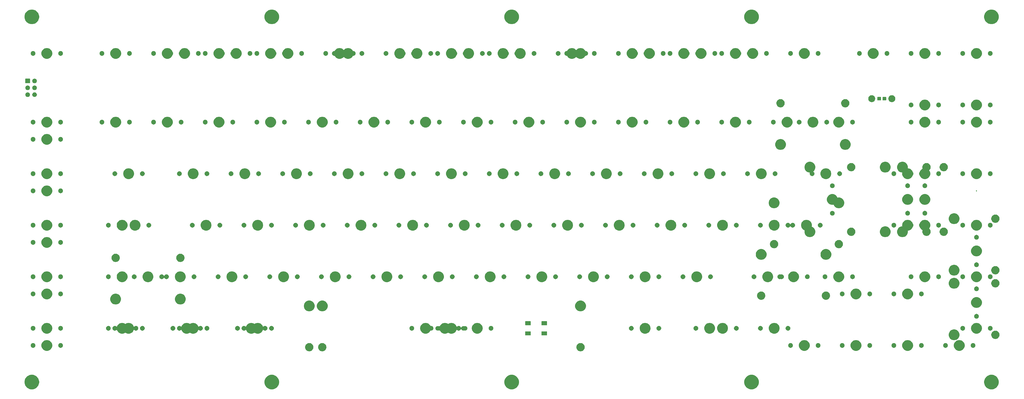
<source format=gts>
G04 #@! TF.GenerationSoftware,KiCad,Pcbnew,(5.1.4)-1*
G04 #@! TF.CreationDate,2020-03-17T00:39:42-07:00*
G04 #@! TF.ProjectId,mad cat,6d616420-6361-4742-9e6b-696361645f70,rev?*
G04 #@! TF.SameCoordinates,Original*
G04 #@! TF.FileFunction,Soldermask,Top*
G04 #@! TF.FilePolarity,Negative*
%FSLAX46Y46*%
G04 Gerber Fmt 4.6, Leading zero omitted, Abs format (unit mm)*
G04 Created by KiCad (PCBNEW (5.1.4)-1) date 2020-03-17 00:39:42*
%MOMM*%
%LPD*%
G04 APERTURE LIST*
%ADD10C,0.100000*%
G04 APERTURE END LIST*
D10*
G36*
X4787560Y-128403759D02*
G01*
X5238084Y-128590372D01*
X5278930Y-128607291D01*
X5721150Y-128902773D01*
X6097227Y-129278850D01*
X6151201Y-129359628D01*
X6392710Y-129721072D01*
X6596241Y-130212440D01*
X6700000Y-130734072D01*
X6700000Y-131265928D01*
X6596241Y-131787560D01*
X6434969Y-132176906D01*
X6392709Y-132278930D01*
X6097227Y-132721150D01*
X5721150Y-133097227D01*
X5278930Y-133392709D01*
X5278929Y-133392710D01*
X5278928Y-133392710D01*
X4787560Y-133596241D01*
X4265928Y-133700000D01*
X3734072Y-133700000D01*
X3212440Y-133596241D01*
X2721072Y-133392710D01*
X2721071Y-133392710D01*
X2721070Y-133392709D01*
X2278850Y-133097227D01*
X1902773Y-132721150D01*
X1607291Y-132278930D01*
X1565031Y-132176906D01*
X1403759Y-131787560D01*
X1300000Y-131265928D01*
X1300000Y-130734072D01*
X1403759Y-130212440D01*
X1607290Y-129721072D01*
X1848799Y-129359628D01*
X1902773Y-129278850D01*
X2278850Y-128902773D01*
X2721070Y-128607291D01*
X2761916Y-128590372D01*
X3212440Y-128403759D01*
X3734072Y-128300000D01*
X4265928Y-128300000D01*
X4787560Y-128403759D01*
X4787560Y-128403759D01*
G37*
G36*
X270250060Y-128403759D02*
G01*
X270700584Y-128590372D01*
X270741430Y-128607291D01*
X271183650Y-128902773D01*
X271559727Y-129278850D01*
X271613701Y-129359628D01*
X271855210Y-129721072D01*
X272058741Y-130212440D01*
X272162500Y-130734072D01*
X272162500Y-131265928D01*
X272058741Y-131787560D01*
X271897469Y-132176906D01*
X271855209Y-132278930D01*
X271559727Y-132721150D01*
X271183650Y-133097227D01*
X270741430Y-133392709D01*
X270741429Y-133392710D01*
X270741428Y-133392710D01*
X270250060Y-133596241D01*
X269728428Y-133700000D01*
X269196572Y-133700000D01*
X268674940Y-133596241D01*
X268183572Y-133392710D01*
X268183571Y-133392710D01*
X268183570Y-133392709D01*
X267741350Y-133097227D01*
X267365273Y-132721150D01*
X267069791Y-132278930D01*
X267027531Y-132176906D01*
X266866259Y-131787560D01*
X266762500Y-131265928D01*
X266762500Y-130734072D01*
X266866259Y-130212440D01*
X267069790Y-129721072D01*
X267311299Y-129359628D01*
X267365273Y-129278850D01*
X267741350Y-128902773D01*
X268183570Y-128607291D01*
X268224416Y-128590372D01*
X268674940Y-128403759D01*
X269196572Y-128300000D01*
X269728428Y-128300000D01*
X270250060Y-128403759D01*
X270250060Y-128403759D01*
G37*
G36*
X181762560Y-128403759D02*
G01*
X182213084Y-128590372D01*
X182253930Y-128607291D01*
X182696150Y-128902773D01*
X183072227Y-129278850D01*
X183126201Y-129359628D01*
X183367710Y-129721072D01*
X183571241Y-130212440D01*
X183675000Y-130734072D01*
X183675000Y-131265928D01*
X183571241Y-131787560D01*
X183409969Y-132176906D01*
X183367709Y-132278930D01*
X183072227Y-132721150D01*
X182696150Y-133097227D01*
X182253930Y-133392709D01*
X182253929Y-133392710D01*
X182253928Y-133392710D01*
X181762560Y-133596241D01*
X181240928Y-133700000D01*
X180709072Y-133700000D01*
X180187440Y-133596241D01*
X179696072Y-133392710D01*
X179696071Y-133392710D01*
X179696070Y-133392709D01*
X179253850Y-133097227D01*
X178877773Y-132721150D01*
X178582291Y-132278930D01*
X178540031Y-132176906D01*
X178378759Y-131787560D01*
X178275000Y-131265928D01*
X178275000Y-130734072D01*
X178378759Y-130212440D01*
X178582290Y-129721072D01*
X178823799Y-129359628D01*
X178877773Y-129278850D01*
X179253850Y-128902773D01*
X179696070Y-128607291D01*
X179736916Y-128590372D01*
X180187440Y-128403759D01*
X180709072Y-128300000D01*
X181240928Y-128300000D01*
X181762560Y-128403759D01*
X181762560Y-128403759D01*
G37*
G36*
X93275060Y-128403759D02*
G01*
X93725584Y-128590372D01*
X93766430Y-128607291D01*
X94208650Y-128902773D01*
X94584727Y-129278850D01*
X94638701Y-129359628D01*
X94880210Y-129721072D01*
X95083741Y-130212440D01*
X95187500Y-130734072D01*
X95187500Y-131265928D01*
X95083741Y-131787560D01*
X94922469Y-132176906D01*
X94880209Y-132278930D01*
X94584727Y-132721150D01*
X94208650Y-133097227D01*
X93766430Y-133392709D01*
X93766429Y-133392710D01*
X93766428Y-133392710D01*
X93275060Y-133596241D01*
X92753428Y-133700000D01*
X92221572Y-133700000D01*
X91699940Y-133596241D01*
X91208572Y-133392710D01*
X91208571Y-133392710D01*
X91208570Y-133392709D01*
X90766350Y-133097227D01*
X90390273Y-132721150D01*
X90094791Y-132278930D01*
X90052531Y-132176906D01*
X89891259Y-131787560D01*
X89787500Y-131265928D01*
X89787500Y-130734072D01*
X89891259Y-130212440D01*
X90094790Y-129721072D01*
X90336299Y-129359628D01*
X90390273Y-129278850D01*
X90766350Y-128902773D01*
X91208570Y-128607291D01*
X91249416Y-128590372D01*
X91699940Y-128403759D01*
X92221572Y-128300000D01*
X92753428Y-128300000D01*
X93275060Y-128403759D01*
X93275060Y-128403759D01*
G37*
G36*
X358737560Y-128403759D02*
G01*
X359188084Y-128590372D01*
X359228930Y-128607291D01*
X359671150Y-128902773D01*
X360047227Y-129278850D01*
X360101201Y-129359628D01*
X360342710Y-129721072D01*
X360546241Y-130212440D01*
X360650000Y-130734072D01*
X360650000Y-131265928D01*
X360546241Y-131787560D01*
X360384969Y-132176906D01*
X360342709Y-132278930D01*
X360047227Y-132721150D01*
X359671150Y-133097227D01*
X359228930Y-133392709D01*
X359228929Y-133392710D01*
X359228928Y-133392710D01*
X358737560Y-133596241D01*
X358215928Y-133700000D01*
X357684072Y-133700000D01*
X357162440Y-133596241D01*
X356671072Y-133392710D01*
X356671071Y-133392710D01*
X356671070Y-133392709D01*
X356228850Y-133097227D01*
X355852773Y-132721150D01*
X355557291Y-132278930D01*
X355515031Y-132176906D01*
X355353759Y-131787560D01*
X355250000Y-131265928D01*
X355250000Y-130734072D01*
X355353759Y-130212440D01*
X355557290Y-129721072D01*
X355798799Y-129359628D01*
X355852773Y-129278850D01*
X356228850Y-128902773D01*
X356671070Y-128607291D01*
X356711916Y-128590372D01*
X357162440Y-128403759D01*
X357684072Y-128300000D01*
X358215928Y-128300000D01*
X358737560Y-128403759D01*
X358737560Y-128403759D01*
G37*
G36*
X106775284Y-116644566D02*
G01*
X107052635Y-116759449D01*
X107302243Y-116926232D01*
X107514518Y-117138507D01*
X107681301Y-117388115D01*
X107752988Y-117561181D01*
X107796184Y-117665467D01*
X107854750Y-117959898D01*
X107854750Y-118260102D01*
X107836868Y-118350000D01*
X107796184Y-118554534D01*
X107681301Y-118831885D01*
X107514518Y-119081493D01*
X107302243Y-119293768D01*
X107052635Y-119460551D01*
X106775284Y-119575434D01*
X106628067Y-119604717D01*
X106480852Y-119634000D01*
X106180648Y-119634000D01*
X106033433Y-119604717D01*
X105886216Y-119575434D01*
X105608865Y-119460551D01*
X105359257Y-119293768D01*
X105146982Y-119081493D01*
X104980199Y-118831885D01*
X104865316Y-118554534D01*
X104824632Y-118350000D01*
X104806750Y-118260102D01*
X104806750Y-117959898D01*
X104865316Y-117665467D01*
X104908513Y-117561181D01*
X104980199Y-117388115D01*
X105146982Y-117138507D01*
X105359257Y-116926232D01*
X105608865Y-116759449D01*
X105886216Y-116644566D01*
X106180648Y-116586000D01*
X106480852Y-116586000D01*
X106775284Y-116644566D01*
X106775284Y-116644566D01*
G37*
G36*
X206851284Y-116644566D02*
G01*
X207128635Y-116759449D01*
X207378243Y-116926232D01*
X207590518Y-117138507D01*
X207757301Y-117388115D01*
X207828988Y-117561181D01*
X207872184Y-117665467D01*
X207930750Y-117959898D01*
X207930750Y-118260102D01*
X207912868Y-118350000D01*
X207872184Y-118554534D01*
X207757301Y-118831885D01*
X207590518Y-119081493D01*
X207378243Y-119293768D01*
X207128635Y-119460551D01*
X206851284Y-119575434D01*
X206704067Y-119604717D01*
X206556852Y-119634000D01*
X206224898Y-119634000D01*
X206077683Y-119604717D01*
X205930466Y-119575434D01*
X205653115Y-119460551D01*
X205403507Y-119293768D01*
X205191232Y-119081493D01*
X205024449Y-118831885D01*
X204909566Y-118554534D01*
X204868882Y-118350000D01*
X204851000Y-118260102D01*
X204851000Y-117959898D01*
X204909566Y-117665467D01*
X204952763Y-117561181D01*
X205024449Y-117388115D01*
X205191232Y-117138507D01*
X205403507Y-116926232D01*
X205653115Y-116759449D01*
X205930466Y-116644566D01*
X206224898Y-116586000D01*
X206556852Y-116586000D01*
X206851284Y-116644566D01*
X206851284Y-116644566D01*
G37*
G36*
X111569534Y-116644566D02*
G01*
X111846885Y-116759449D01*
X112096493Y-116926232D01*
X112308768Y-117138507D01*
X112475551Y-117388115D01*
X112547238Y-117561181D01*
X112590434Y-117665467D01*
X112649000Y-117959898D01*
X112649000Y-118260102D01*
X112631118Y-118350000D01*
X112590434Y-118554534D01*
X112475551Y-118831885D01*
X112308768Y-119081493D01*
X112096493Y-119293768D01*
X111846885Y-119460551D01*
X111569534Y-119575434D01*
X111422317Y-119604717D01*
X111275102Y-119634000D01*
X110974898Y-119634000D01*
X110827683Y-119604717D01*
X110680466Y-119575434D01*
X110403115Y-119460551D01*
X110153507Y-119293768D01*
X109941232Y-119081493D01*
X109774449Y-118831885D01*
X109659566Y-118554534D01*
X109618882Y-118350000D01*
X109601000Y-118260102D01*
X109601000Y-117959898D01*
X109659566Y-117665467D01*
X109702763Y-117561181D01*
X109774449Y-117388115D01*
X109941232Y-117138507D01*
X110153507Y-116926232D01*
X110403115Y-116759449D01*
X110680466Y-116644566D01*
X110974898Y-116586000D01*
X111275102Y-116586000D01*
X111569534Y-116644566D01*
X111569534Y-116644566D01*
G37*
G36*
X327276199Y-115492004D02*
G01*
X327606599Y-115557724D01*
X327969466Y-115708028D01*
X328296037Y-115926236D01*
X328573764Y-116203963D01*
X328791972Y-116530534D01*
X328942276Y-116893401D01*
X329018900Y-117278618D01*
X329018900Y-117671382D01*
X328942276Y-118056599D01*
X328791972Y-118419466D01*
X328573764Y-118746037D01*
X328296037Y-119023764D01*
X327969466Y-119241972D01*
X327606599Y-119392276D01*
X327276199Y-119457996D01*
X327221383Y-119468900D01*
X326828617Y-119468900D01*
X326773801Y-119457996D01*
X326443401Y-119392276D01*
X326080534Y-119241972D01*
X325753963Y-119023764D01*
X325476236Y-118746037D01*
X325258028Y-118419466D01*
X325107724Y-118056599D01*
X325031100Y-117671382D01*
X325031100Y-117278618D01*
X325107724Y-116893401D01*
X325258028Y-116530534D01*
X325476236Y-116203963D01*
X325753963Y-115926236D01*
X326080534Y-115708028D01*
X326443401Y-115557724D01*
X326773801Y-115492004D01*
X326828617Y-115481100D01*
X327221383Y-115481100D01*
X327276199Y-115492004D01*
X327276199Y-115492004D01*
G37*
G36*
X9776199Y-115492004D02*
G01*
X10106599Y-115557724D01*
X10469466Y-115708028D01*
X10796037Y-115926236D01*
X11073764Y-116203963D01*
X11291972Y-116530534D01*
X11442276Y-116893401D01*
X11518900Y-117278618D01*
X11518900Y-117671382D01*
X11442276Y-118056599D01*
X11291972Y-118419466D01*
X11073764Y-118746037D01*
X10796037Y-119023764D01*
X10469466Y-119241972D01*
X10106599Y-119392276D01*
X9776199Y-119457996D01*
X9721383Y-119468900D01*
X9328617Y-119468900D01*
X9273801Y-119457996D01*
X8943401Y-119392276D01*
X8580534Y-119241972D01*
X8253963Y-119023764D01*
X7976236Y-118746037D01*
X7758028Y-118419466D01*
X7607724Y-118056599D01*
X7531100Y-117671382D01*
X7531100Y-117278618D01*
X7607724Y-116893401D01*
X7758028Y-116530534D01*
X7976236Y-116203963D01*
X8253963Y-115926236D01*
X8580534Y-115708028D01*
X8943401Y-115557724D01*
X9273801Y-115492004D01*
X9328617Y-115481100D01*
X9721383Y-115481100D01*
X9776199Y-115492004D01*
X9776199Y-115492004D01*
G37*
G36*
X289176199Y-115492004D02*
G01*
X289506599Y-115557724D01*
X289869466Y-115708028D01*
X290196037Y-115926236D01*
X290473764Y-116203963D01*
X290691972Y-116530534D01*
X290842276Y-116893401D01*
X290918900Y-117278618D01*
X290918900Y-117671382D01*
X290842276Y-118056599D01*
X290691972Y-118419466D01*
X290473764Y-118746037D01*
X290196037Y-119023764D01*
X289869466Y-119241972D01*
X289506599Y-119392276D01*
X289176199Y-119457996D01*
X289121383Y-119468900D01*
X288728617Y-119468900D01*
X288673801Y-119457996D01*
X288343401Y-119392276D01*
X287980534Y-119241972D01*
X287653963Y-119023764D01*
X287376236Y-118746037D01*
X287158028Y-118419466D01*
X287007724Y-118056599D01*
X286931100Y-117671382D01*
X286931100Y-117278618D01*
X287007724Y-116893401D01*
X287158028Y-116530534D01*
X287376236Y-116203963D01*
X287653963Y-115926236D01*
X287980534Y-115708028D01*
X288343401Y-115557724D01*
X288673801Y-115492004D01*
X288728617Y-115481100D01*
X289121383Y-115481100D01*
X289176199Y-115492004D01*
X289176199Y-115492004D01*
G37*
G36*
X308226199Y-115492004D02*
G01*
X308556599Y-115557724D01*
X308919466Y-115708028D01*
X309246037Y-115926236D01*
X309523764Y-116203963D01*
X309741972Y-116530534D01*
X309892276Y-116893401D01*
X309968900Y-117278618D01*
X309968900Y-117671382D01*
X309892276Y-118056599D01*
X309741972Y-118419466D01*
X309523764Y-118746037D01*
X309246037Y-119023764D01*
X308919466Y-119241972D01*
X308556599Y-119392276D01*
X308226199Y-119457996D01*
X308171383Y-119468900D01*
X307778617Y-119468900D01*
X307723801Y-119457996D01*
X307393401Y-119392276D01*
X307030534Y-119241972D01*
X306703963Y-119023764D01*
X306426236Y-118746037D01*
X306208028Y-118419466D01*
X306057724Y-118056599D01*
X305981100Y-117671382D01*
X305981100Y-117278618D01*
X306057724Y-116893401D01*
X306208028Y-116530534D01*
X306426236Y-116203963D01*
X306703963Y-115926236D01*
X307030534Y-115708028D01*
X307393401Y-115557724D01*
X307723801Y-115492004D01*
X307778617Y-115481100D01*
X308171383Y-115481100D01*
X308226199Y-115492004D01*
X308226199Y-115492004D01*
G37*
G36*
X346326199Y-115492004D02*
G01*
X346656599Y-115557724D01*
X347019466Y-115708028D01*
X347346037Y-115926236D01*
X347623764Y-116203963D01*
X347841972Y-116530534D01*
X347992276Y-116893401D01*
X348068900Y-117278618D01*
X348068900Y-117671382D01*
X347992276Y-118056599D01*
X347841972Y-118419466D01*
X347623764Y-118746037D01*
X347346037Y-119023764D01*
X347019466Y-119241972D01*
X346656599Y-119392276D01*
X346326199Y-119457996D01*
X346271383Y-119468900D01*
X345878617Y-119468900D01*
X345823801Y-119457996D01*
X345493401Y-119392276D01*
X345130534Y-119241972D01*
X344803963Y-119023764D01*
X344526236Y-118746037D01*
X344308028Y-118419466D01*
X344157724Y-118056599D01*
X344081100Y-117671382D01*
X344081100Y-117278618D01*
X344157724Y-116893401D01*
X344308028Y-116530534D01*
X344526236Y-116203963D01*
X344803963Y-115926236D01*
X345130534Y-115708028D01*
X345493401Y-115557724D01*
X345823801Y-115492004D01*
X345878617Y-115481100D01*
X346271383Y-115481100D01*
X346326199Y-115492004D01*
X346326199Y-115492004D01*
G37*
G36*
X284100227Y-116633625D02*
G01*
X284259466Y-116699584D01*
X284259468Y-116699585D01*
X284402780Y-116795343D01*
X284524657Y-116917220D01*
X284620415Y-117060532D01*
X284620416Y-117060534D01*
X284686375Y-117219773D01*
X284720000Y-117388819D01*
X284720000Y-117561181D01*
X284686375Y-117730227D01*
X284620416Y-117889466D01*
X284620415Y-117889468D01*
X284524657Y-118032780D01*
X284402780Y-118154657D01*
X284259468Y-118250415D01*
X284259467Y-118250416D01*
X284259466Y-118250416D01*
X284100227Y-118316375D01*
X283931181Y-118350000D01*
X283758819Y-118350000D01*
X283589773Y-118316375D01*
X283430534Y-118250416D01*
X283430533Y-118250416D01*
X283430532Y-118250415D01*
X283287220Y-118154657D01*
X283165343Y-118032780D01*
X283069585Y-117889468D01*
X283069584Y-117889466D01*
X283003625Y-117730227D01*
X282970000Y-117561181D01*
X282970000Y-117388819D01*
X283003625Y-117219773D01*
X283069584Y-117060534D01*
X283069585Y-117060532D01*
X283165343Y-116917220D01*
X283287220Y-116795343D01*
X283430532Y-116699585D01*
X283430534Y-116699584D01*
X283589773Y-116633625D01*
X283758819Y-116600000D01*
X283931181Y-116600000D01*
X284100227Y-116633625D01*
X284100227Y-116633625D01*
G37*
G36*
X4700227Y-116633625D02*
G01*
X4859466Y-116699584D01*
X4859468Y-116699585D01*
X5002780Y-116795343D01*
X5124657Y-116917220D01*
X5220415Y-117060532D01*
X5220416Y-117060534D01*
X5286375Y-117219773D01*
X5320000Y-117388819D01*
X5320000Y-117561181D01*
X5286375Y-117730227D01*
X5220416Y-117889466D01*
X5220415Y-117889468D01*
X5124657Y-118032780D01*
X5002780Y-118154657D01*
X4859468Y-118250415D01*
X4859467Y-118250416D01*
X4859466Y-118250416D01*
X4700227Y-118316375D01*
X4531181Y-118350000D01*
X4358819Y-118350000D01*
X4189773Y-118316375D01*
X4030534Y-118250416D01*
X4030533Y-118250416D01*
X4030532Y-118250415D01*
X3887220Y-118154657D01*
X3765343Y-118032780D01*
X3669585Y-117889468D01*
X3669584Y-117889466D01*
X3603625Y-117730227D01*
X3570000Y-117561181D01*
X3570000Y-117388819D01*
X3603625Y-117219773D01*
X3669584Y-117060534D01*
X3669585Y-117060532D01*
X3765343Y-116917220D01*
X3887220Y-116795343D01*
X4030532Y-116699585D01*
X4030534Y-116699584D01*
X4189773Y-116633625D01*
X4358819Y-116600000D01*
X4531181Y-116600000D01*
X4700227Y-116633625D01*
X4700227Y-116633625D01*
G37*
G36*
X303150227Y-116633625D02*
G01*
X303309466Y-116699584D01*
X303309468Y-116699585D01*
X303452780Y-116795343D01*
X303574657Y-116917220D01*
X303670415Y-117060532D01*
X303670416Y-117060534D01*
X303736375Y-117219773D01*
X303770000Y-117388819D01*
X303770000Y-117561181D01*
X303736375Y-117730227D01*
X303670416Y-117889466D01*
X303670415Y-117889468D01*
X303574657Y-118032780D01*
X303452780Y-118154657D01*
X303309468Y-118250415D01*
X303309467Y-118250416D01*
X303309466Y-118250416D01*
X303150227Y-118316375D01*
X302981181Y-118350000D01*
X302808819Y-118350000D01*
X302639773Y-118316375D01*
X302480534Y-118250416D01*
X302480533Y-118250416D01*
X302480532Y-118250415D01*
X302337220Y-118154657D01*
X302215343Y-118032780D01*
X302119585Y-117889468D01*
X302119584Y-117889466D01*
X302053625Y-117730227D01*
X302020000Y-117561181D01*
X302020000Y-117388819D01*
X302053625Y-117219773D01*
X302119584Y-117060534D01*
X302119585Y-117060532D01*
X302215343Y-116917220D01*
X302337220Y-116795343D01*
X302480532Y-116699585D01*
X302480534Y-116699584D01*
X302639773Y-116633625D01*
X302808819Y-116600000D01*
X302981181Y-116600000D01*
X303150227Y-116633625D01*
X303150227Y-116633625D01*
G37*
G36*
X294260227Y-116633625D02*
G01*
X294419466Y-116699584D01*
X294419468Y-116699585D01*
X294562780Y-116795343D01*
X294684657Y-116917220D01*
X294780415Y-117060532D01*
X294780416Y-117060534D01*
X294846375Y-117219773D01*
X294880000Y-117388819D01*
X294880000Y-117561181D01*
X294846375Y-117730227D01*
X294780416Y-117889466D01*
X294780415Y-117889468D01*
X294684657Y-118032780D01*
X294562780Y-118154657D01*
X294419468Y-118250415D01*
X294419467Y-118250416D01*
X294419466Y-118250416D01*
X294260227Y-118316375D01*
X294091181Y-118350000D01*
X293918819Y-118350000D01*
X293749773Y-118316375D01*
X293590534Y-118250416D01*
X293590533Y-118250416D01*
X293590532Y-118250415D01*
X293447220Y-118154657D01*
X293325343Y-118032780D01*
X293229585Y-117889468D01*
X293229584Y-117889466D01*
X293163625Y-117730227D01*
X293130000Y-117561181D01*
X293130000Y-117388819D01*
X293163625Y-117219773D01*
X293229584Y-117060534D01*
X293229585Y-117060532D01*
X293325343Y-116917220D01*
X293447220Y-116795343D01*
X293590532Y-116699585D01*
X293590534Y-116699584D01*
X293749773Y-116633625D01*
X293918819Y-116600000D01*
X294091181Y-116600000D01*
X294260227Y-116633625D01*
X294260227Y-116633625D01*
G37*
G36*
X313310227Y-116633625D02*
G01*
X313469466Y-116699584D01*
X313469468Y-116699585D01*
X313612780Y-116795343D01*
X313734657Y-116917220D01*
X313830415Y-117060532D01*
X313830416Y-117060534D01*
X313896375Y-117219773D01*
X313930000Y-117388819D01*
X313930000Y-117561181D01*
X313896375Y-117730227D01*
X313830416Y-117889466D01*
X313830415Y-117889468D01*
X313734657Y-118032780D01*
X313612780Y-118154657D01*
X313469468Y-118250415D01*
X313469467Y-118250416D01*
X313469466Y-118250416D01*
X313310227Y-118316375D01*
X313141181Y-118350000D01*
X312968819Y-118350000D01*
X312799773Y-118316375D01*
X312640534Y-118250416D01*
X312640533Y-118250416D01*
X312640532Y-118250415D01*
X312497220Y-118154657D01*
X312375343Y-118032780D01*
X312279585Y-117889468D01*
X312279584Y-117889466D01*
X312213625Y-117730227D01*
X312180000Y-117561181D01*
X312180000Y-117388819D01*
X312213625Y-117219773D01*
X312279584Y-117060534D01*
X312279585Y-117060532D01*
X312375343Y-116917220D01*
X312497220Y-116795343D01*
X312640532Y-116699585D01*
X312640534Y-116699584D01*
X312799773Y-116633625D01*
X312968819Y-116600000D01*
X313141181Y-116600000D01*
X313310227Y-116633625D01*
X313310227Y-116633625D01*
G37*
G36*
X341250227Y-116633625D02*
G01*
X341409466Y-116699584D01*
X341409468Y-116699585D01*
X341552780Y-116795343D01*
X341674657Y-116917220D01*
X341770415Y-117060532D01*
X341770416Y-117060534D01*
X341836375Y-117219773D01*
X341870000Y-117388819D01*
X341870000Y-117561181D01*
X341836375Y-117730227D01*
X341770416Y-117889466D01*
X341770415Y-117889468D01*
X341674657Y-118032780D01*
X341552780Y-118154657D01*
X341409468Y-118250415D01*
X341409467Y-118250416D01*
X341409466Y-118250416D01*
X341250227Y-118316375D01*
X341081181Y-118350000D01*
X340908819Y-118350000D01*
X340739773Y-118316375D01*
X340580534Y-118250416D01*
X340580533Y-118250416D01*
X340580532Y-118250415D01*
X340437220Y-118154657D01*
X340315343Y-118032780D01*
X340219585Y-117889468D01*
X340219584Y-117889466D01*
X340153625Y-117730227D01*
X340120000Y-117561181D01*
X340120000Y-117388819D01*
X340153625Y-117219773D01*
X340219584Y-117060534D01*
X340219585Y-117060532D01*
X340315343Y-116917220D01*
X340437220Y-116795343D01*
X340580532Y-116699585D01*
X340580534Y-116699584D01*
X340739773Y-116633625D01*
X340908819Y-116600000D01*
X341081181Y-116600000D01*
X341250227Y-116633625D01*
X341250227Y-116633625D01*
G37*
G36*
X351410227Y-116633625D02*
G01*
X351569466Y-116699584D01*
X351569468Y-116699585D01*
X351712780Y-116795343D01*
X351834657Y-116917220D01*
X351930415Y-117060532D01*
X351930416Y-117060534D01*
X351996375Y-117219773D01*
X352030000Y-117388819D01*
X352030000Y-117561181D01*
X351996375Y-117730227D01*
X351930416Y-117889466D01*
X351930415Y-117889468D01*
X351834657Y-118032780D01*
X351712780Y-118154657D01*
X351569468Y-118250415D01*
X351569467Y-118250416D01*
X351569466Y-118250416D01*
X351410227Y-118316375D01*
X351241181Y-118350000D01*
X351068819Y-118350000D01*
X350899773Y-118316375D01*
X350740534Y-118250416D01*
X350740533Y-118250416D01*
X350740532Y-118250415D01*
X350597220Y-118154657D01*
X350475343Y-118032780D01*
X350379585Y-117889468D01*
X350379584Y-117889466D01*
X350313625Y-117730227D01*
X350280000Y-117561181D01*
X350280000Y-117388819D01*
X350313625Y-117219773D01*
X350379584Y-117060534D01*
X350379585Y-117060532D01*
X350475343Y-116917220D01*
X350597220Y-116795343D01*
X350740532Y-116699585D01*
X350740534Y-116699584D01*
X350899773Y-116633625D01*
X351068819Y-116600000D01*
X351241181Y-116600000D01*
X351410227Y-116633625D01*
X351410227Y-116633625D01*
G37*
G36*
X332360227Y-116633625D02*
G01*
X332519466Y-116699584D01*
X332519468Y-116699585D01*
X332662780Y-116795343D01*
X332784657Y-116917220D01*
X332880415Y-117060532D01*
X332880416Y-117060534D01*
X332946375Y-117219773D01*
X332980000Y-117388819D01*
X332980000Y-117561181D01*
X332946375Y-117730227D01*
X332880416Y-117889466D01*
X332880415Y-117889468D01*
X332784657Y-118032780D01*
X332662780Y-118154657D01*
X332519468Y-118250415D01*
X332519467Y-118250416D01*
X332519466Y-118250416D01*
X332360227Y-118316375D01*
X332191181Y-118350000D01*
X332018819Y-118350000D01*
X331849773Y-118316375D01*
X331690534Y-118250416D01*
X331690533Y-118250416D01*
X331690532Y-118250415D01*
X331547220Y-118154657D01*
X331425343Y-118032780D01*
X331329585Y-117889468D01*
X331329584Y-117889466D01*
X331263625Y-117730227D01*
X331230000Y-117561181D01*
X331230000Y-117388819D01*
X331263625Y-117219773D01*
X331329584Y-117060534D01*
X331329585Y-117060532D01*
X331425343Y-116917220D01*
X331547220Y-116795343D01*
X331690532Y-116699585D01*
X331690534Y-116699584D01*
X331849773Y-116633625D01*
X332018819Y-116600000D01*
X332191181Y-116600000D01*
X332360227Y-116633625D01*
X332360227Y-116633625D01*
G37*
G36*
X14860227Y-116633625D02*
G01*
X15019466Y-116699584D01*
X15019468Y-116699585D01*
X15162780Y-116795343D01*
X15284657Y-116917220D01*
X15380415Y-117060532D01*
X15380416Y-117060534D01*
X15446375Y-117219773D01*
X15480000Y-117388819D01*
X15480000Y-117561181D01*
X15446375Y-117730227D01*
X15380416Y-117889466D01*
X15380415Y-117889468D01*
X15284657Y-118032780D01*
X15162780Y-118154657D01*
X15019468Y-118250415D01*
X15019467Y-118250416D01*
X15019466Y-118250416D01*
X14860227Y-118316375D01*
X14691181Y-118350000D01*
X14518819Y-118350000D01*
X14349773Y-118316375D01*
X14190534Y-118250416D01*
X14190533Y-118250416D01*
X14190532Y-118250415D01*
X14047220Y-118154657D01*
X13925343Y-118032780D01*
X13829585Y-117889468D01*
X13829584Y-117889466D01*
X13763625Y-117730227D01*
X13730000Y-117561181D01*
X13730000Y-117388819D01*
X13763625Y-117219773D01*
X13829584Y-117060534D01*
X13829585Y-117060532D01*
X13925343Y-116917220D01*
X14047220Y-116795343D01*
X14190532Y-116699585D01*
X14190534Y-116699584D01*
X14349773Y-116633625D01*
X14518819Y-116600000D01*
X14691181Y-116600000D01*
X14860227Y-116633625D01*
X14860227Y-116633625D01*
G37*
G36*
X322200227Y-116633625D02*
G01*
X322359466Y-116699584D01*
X322359468Y-116699585D01*
X322502780Y-116795343D01*
X322624657Y-116917220D01*
X322720415Y-117060532D01*
X322720416Y-117060534D01*
X322786375Y-117219773D01*
X322820000Y-117388819D01*
X322820000Y-117561181D01*
X322786375Y-117730227D01*
X322720416Y-117889466D01*
X322720415Y-117889468D01*
X322624657Y-118032780D01*
X322502780Y-118154657D01*
X322359468Y-118250415D01*
X322359467Y-118250416D01*
X322359466Y-118250416D01*
X322200227Y-118316375D01*
X322031181Y-118350000D01*
X321858819Y-118350000D01*
X321689773Y-118316375D01*
X321530534Y-118250416D01*
X321530533Y-118250416D01*
X321530532Y-118250415D01*
X321387220Y-118154657D01*
X321265343Y-118032780D01*
X321169585Y-117889468D01*
X321169584Y-117889466D01*
X321103625Y-117730227D01*
X321070000Y-117561181D01*
X321070000Y-117388819D01*
X321103625Y-117219773D01*
X321169584Y-117060534D01*
X321169585Y-117060532D01*
X321265343Y-116917220D01*
X321387220Y-116795343D01*
X321530532Y-116699585D01*
X321530534Y-116699584D01*
X321689773Y-116633625D01*
X321858819Y-116600000D01*
X322031181Y-116600000D01*
X322200227Y-116633625D01*
X322200227Y-116633625D01*
G37*
G36*
X344421199Y-111555004D02*
G01*
X344751599Y-111620724D01*
X345114466Y-111771028D01*
X345441037Y-111989236D01*
X345718764Y-112266963D01*
X345936972Y-112593534D01*
X346087276Y-112956401D01*
X346152996Y-113286801D01*
X346163900Y-113341617D01*
X346163900Y-113734383D01*
X346152996Y-113789199D01*
X346087276Y-114119599D01*
X345936972Y-114482466D01*
X345718764Y-114809037D01*
X345441037Y-115086764D01*
X345114466Y-115304972D01*
X344751599Y-115455276D01*
X344421199Y-115520996D01*
X344366383Y-115531900D01*
X343973617Y-115531900D01*
X343918801Y-115520996D01*
X343588401Y-115455276D01*
X343225534Y-115304972D01*
X342898963Y-115086764D01*
X342621236Y-114809037D01*
X342403028Y-114482466D01*
X342252724Y-114119599D01*
X342187004Y-113789199D01*
X342176100Y-113734383D01*
X342176100Y-113341617D01*
X342187004Y-113286801D01*
X342252724Y-112956401D01*
X342403028Y-112593534D01*
X342621236Y-112266963D01*
X342898963Y-111989236D01*
X343225534Y-111771028D01*
X343588401Y-111620724D01*
X343918801Y-111555004D01*
X343973617Y-111544100D01*
X344366383Y-111544100D01*
X344421199Y-111555004D01*
X344421199Y-111555004D01*
G37*
G36*
X359679808Y-112037811D02*
G01*
X359854534Y-112072566D01*
X360131885Y-112187449D01*
X360381493Y-112354232D01*
X360593768Y-112566507D01*
X360760551Y-112816115D01*
X360818660Y-112956401D01*
X360875434Y-113093467D01*
X360934000Y-113387898D01*
X360934000Y-113688102D01*
X360922404Y-113746397D01*
X360875434Y-113982534D01*
X360760551Y-114259885D01*
X360593768Y-114509493D01*
X360381493Y-114721768D01*
X360131885Y-114888551D01*
X359854534Y-115003434D01*
X359560102Y-115062000D01*
X359259898Y-115062000D01*
X358965466Y-115003434D01*
X358688115Y-114888551D01*
X358438507Y-114721768D01*
X358226232Y-114509493D01*
X358059449Y-114259885D01*
X357944566Y-113982534D01*
X357897596Y-113746397D01*
X357886000Y-113688102D01*
X357886000Y-113387898D01*
X357944566Y-113093467D01*
X358001341Y-112956401D01*
X358059449Y-112816115D01*
X358226232Y-112566507D01*
X358438507Y-112354232D01*
X358688115Y-112187449D01*
X358965466Y-112072566D01*
X359140192Y-112037811D01*
X359259898Y-112014000D01*
X359560102Y-112014000D01*
X359679808Y-112037811D01*
X359679808Y-112037811D01*
G37*
G36*
X193924420Y-112252394D02*
G01*
X193941897Y-112257696D01*
X193957996Y-112266301D01*
X193972113Y-112277887D01*
X193983699Y-112292004D01*
X193992304Y-112308103D01*
X193997606Y-112325580D01*
X194000000Y-112349888D01*
X194000000Y-113650112D01*
X193997606Y-113674420D01*
X193992304Y-113691897D01*
X193983699Y-113707996D01*
X193972113Y-113722113D01*
X193957996Y-113733699D01*
X193941897Y-113742304D01*
X193924420Y-113747606D01*
X193900112Y-113750000D01*
X192099888Y-113750000D01*
X192075580Y-113747606D01*
X192058103Y-113742304D01*
X192042004Y-113733699D01*
X192027887Y-113722113D01*
X192016301Y-113707996D01*
X192007696Y-113691897D01*
X192002394Y-113674420D01*
X192000000Y-113650112D01*
X192000000Y-112349888D01*
X192002394Y-112325580D01*
X192007696Y-112308103D01*
X192016301Y-112292004D01*
X192027887Y-112277887D01*
X192042004Y-112266301D01*
X192058103Y-112257696D01*
X192075580Y-112252394D01*
X192099888Y-112250000D01*
X193900112Y-112250000D01*
X193924420Y-112252394D01*
X193924420Y-112252394D01*
G37*
G36*
X187924420Y-112252394D02*
G01*
X187941897Y-112257696D01*
X187957996Y-112266301D01*
X187972113Y-112277887D01*
X187983699Y-112292004D01*
X187992304Y-112308103D01*
X187997606Y-112325580D01*
X188000000Y-112349888D01*
X188000000Y-113650112D01*
X187997606Y-113674420D01*
X187992304Y-113691897D01*
X187983699Y-113707996D01*
X187972113Y-113722113D01*
X187957996Y-113733699D01*
X187941897Y-113742304D01*
X187924420Y-113747606D01*
X187900112Y-113750000D01*
X186099888Y-113750000D01*
X186075580Y-113747606D01*
X186058103Y-113742304D01*
X186042004Y-113733699D01*
X186027887Y-113722113D01*
X186016301Y-113707996D01*
X186007696Y-113691897D01*
X186002394Y-113674420D01*
X186000000Y-113650112D01*
X186000000Y-112349888D01*
X186002394Y-112325580D01*
X186007696Y-112308103D01*
X186016301Y-112292004D01*
X186027887Y-112277887D01*
X186042004Y-112266301D01*
X186058103Y-112257696D01*
X186075580Y-112252394D01*
X186099888Y-112250000D01*
X187900112Y-112250000D01*
X187924420Y-112252394D01*
X187924420Y-112252394D01*
G37*
G36*
X156619949Y-109142004D02*
G01*
X156950349Y-109207724D01*
X157313216Y-109358028D01*
X157489937Y-109476109D01*
X157511540Y-109487656D01*
X157534989Y-109494769D01*
X157559375Y-109497171D01*
X157583761Y-109494769D01*
X157607210Y-109487656D01*
X157628813Y-109476109D01*
X157805534Y-109358028D01*
X158168401Y-109207724D01*
X158498801Y-109142004D01*
X158553617Y-109131100D01*
X158946383Y-109131100D01*
X159001199Y-109142004D01*
X159331599Y-109207724D01*
X159694466Y-109358028D01*
X160021037Y-109576236D01*
X160298764Y-109853963D01*
X160516972Y-110180534D01*
X160632488Y-110459416D01*
X160644034Y-110481016D01*
X160659579Y-110499958D01*
X160678521Y-110515504D01*
X160700132Y-110527055D01*
X160723581Y-110534168D01*
X160747967Y-110536570D01*
X160772353Y-110534168D01*
X160795802Y-110527055D01*
X160817412Y-110515504D01*
X160836349Y-110499964D01*
X160890970Y-110445343D01*
X161034282Y-110349585D01*
X161071789Y-110334049D01*
X161193523Y-110283625D01*
X161362569Y-110250000D01*
X161534931Y-110250000D01*
X161703977Y-110283625D01*
X161825711Y-110334049D01*
X161863218Y-110349585D01*
X162006530Y-110445343D01*
X162128407Y-110567220D01*
X162224165Y-110710532D01*
X162233451Y-110732950D01*
X162245003Y-110754561D01*
X162260548Y-110773502D01*
X162279490Y-110789047D01*
X162301101Y-110800598D01*
X162324550Y-110807711D01*
X162348936Y-110810113D01*
X162373322Y-110807711D01*
X162396771Y-110800598D01*
X162418382Y-110789046D01*
X162437323Y-110773501D01*
X162452868Y-110754559D01*
X162463132Y-110735357D01*
X162471806Y-110722376D01*
X162554181Y-110599093D01*
X162669093Y-110484181D01*
X162673828Y-110481017D01*
X162804217Y-110393893D01*
X162954356Y-110331704D01*
X163113743Y-110300000D01*
X163276257Y-110300000D01*
X163435644Y-110331704D01*
X163464665Y-110343725D01*
X163488114Y-110350838D01*
X163512500Y-110353240D01*
X163536887Y-110350838D01*
X163560335Y-110343725D01*
X163589356Y-110331704D01*
X163748743Y-110300000D01*
X163911257Y-110300000D01*
X164070644Y-110331704D01*
X164220783Y-110393893D01*
X164355906Y-110484180D01*
X164470820Y-110599094D01*
X164561107Y-110734217D01*
X164623296Y-110884356D01*
X164655000Y-111043743D01*
X164655000Y-111206257D01*
X164623296Y-111365644D01*
X164561107Y-111515783D01*
X164470820Y-111650906D01*
X164355906Y-111765820D01*
X164220783Y-111856107D01*
X164070644Y-111918296D01*
X163911257Y-111950000D01*
X163748743Y-111950000D01*
X163589356Y-111918296D01*
X163560335Y-111906275D01*
X163536886Y-111899162D01*
X163512500Y-111896760D01*
X163488113Y-111899162D01*
X163464665Y-111906275D01*
X163435644Y-111918296D01*
X163276257Y-111950000D01*
X163113743Y-111950000D01*
X162954356Y-111918296D01*
X162804217Y-111856107D01*
X162669094Y-111765820D01*
X162554180Y-111650906D01*
X162525715Y-111608306D01*
X162463894Y-111515784D01*
X162463893Y-111515781D01*
X162463133Y-111514644D01*
X162452871Y-111495444D01*
X162437326Y-111476502D01*
X162418385Y-111460956D01*
X162396774Y-111449404D01*
X162373326Y-111442290D01*
X162348940Y-111439887D01*
X162324554Y-111442288D01*
X162301104Y-111449400D01*
X162279493Y-111460950D01*
X162260551Y-111476495D01*
X162245005Y-111495436D01*
X162233451Y-111517050D01*
X162224165Y-111539468D01*
X162128407Y-111682780D01*
X162006530Y-111804657D01*
X161863218Y-111900415D01*
X161863217Y-111900416D01*
X161863216Y-111900416D01*
X161703977Y-111966375D01*
X161534931Y-112000000D01*
X161362569Y-112000000D01*
X161193523Y-111966375D01*
X161034284Y-111900416D01*
X161034283Y-111900416D01*
X161034282Y-111900415D01*
X160890970Y-111804657D01*
X160836349Y-111750036D01*
X160817413Y-111734496D01*
X160795802Y-111722945D01*
X160772353Y-111715832D01*
X160747967Y-111713430D01*
X160723581Y-111715832D01*
X160700132Y-111722945D01*
X160678521Y-111734496D01*
X160659579Y-111750041D01*
X160644034Y-111768983D01*
X160632488Y-111790584D01*
X160516972Y-112069466D01*
X160298764Y-112396037D01*
X160021037Y-112673764D01*
X159694466Y-112891972D01*
X159331599Y-113042276D01*
X159001199Y-113107996D01*
X158946383Y-113118900D01*
X158553617Y-113118900D01*
X158498801Y-113107996D01*
X158168401Y-113042276D01*
X157805534Y-112891972D01*
X157628813Y-112773891D01*
X157607210Y-112762344D01*
X157583761Y-112755231D01*
X157559375Y-112752829D01*
X157534989Y-112755231D01*
X157511540Y-112762344D01*
X157489937Y-112773891D01*
X157313216Y-112891972D01*
X156950349Y-113042276D01*
X156619949Y-113107996D01*
X156565133Y-113118900D01*
X156172367Y-113118900D01*
X156117551Y-113107996D01*
X155787151Y-113042276D01*
X155424284Y-112891972D01*
X155097713Y-112673764D01*
X154819986Y-112396037D01*
X154601778Y-112069466D01*
X154569156Y-111990709D01*
X154557607Y-111969102D01*
X154542061Y-111950160D01*
X154523120Y-111934615D01*
X154501509Y-111923064D01*
X154478060Y-111915951D01*
X154453674Y-111913549D01*
X154429289Y-111915951D01*
X154383795Y-111925000D01*
X154226206Y-111925000D01*
X154180714Y-111915951D01*
X154071649Y-111894257D01*
X154070318Y-111893706D01*
X154067998Y-111892745D01*
X154044549Y-111885632D01*
X154020163Y-111883230D01*
X153995777Y-111885632D01*
X153972331Y-111892744D01*
X153910644Y-111918296D01*
X153886673Y-111923064D01*
X153751257Y-111950000D01*
X153588743Y-111950000D01*
X153429356Y-111918296D01*
X153279217Y-111856107D01*
X153144094Y-111765820D01*
X153029180Y-111650906D01*
X152938893Y-111515783D01*
X152876704Y-111365644D01*
X152845000Y-111206257D01*
X152845000Y-111043743D01*
X152876704Y-110884356D01*
X152938893Y-110734217D01*
X153029180Y-110599094D01*
X153144094Y-110484180D01*
X153279217Y-110393893D01*
X153429356Y-110331704D01*
X153588743Y-110300000D01*
X153751257Y-110300000D01*
X153828597Y-110315384D01*
X153910644Y-110331704D01*
X153972331Y-110357256D01*
X153995778Y-110364368D01*
X154020164Y-110366770D01*
X154044550Y-110364368D01*
X154067998Y-110357255D01*
X154071647Y-110355744D01*
X154071646Y-110355744D01*
X154071649Y-110355743D01*
X154192503Y-110331704D01*
X154226206Y-110325000D01*
X154383795Y-110325000D01*
X154429289Y-110334049D01*
X154453675Y-110336451D01*
X154478061Y-110334049D01*
X154501510Y-110326936D01*
X154523120Y-110315384D01*
X154542062Y-110299839D01*
X154557607Y-110280897D01*
X154569158Y-110259287D01*
X154571869Y-110252741D01*
X154601778Y-110180534D01*
X154819986Y-109853963D01*
X155097713Y-109576236D01*
X155424284Y-109358028D01*
X155787151Y-109207724D01*
X156117551Y-109142004D01*
X156172367Y-109131100D01*
X156565133Y-109131100D01*
X156619949Y-109142004D01*
X156619949Y-109142004D01*
G37*
G36*
X149476199Y-109142004D02*
G01*
X149806599Y-109207724D01*
X150169466Y-109358028D01*
X150496037Y-109576236D01*
X150773764Y-109853963D01*
X150991972Y-110180534D01*
X151005087Y-110212196D01*
X151016634Y-110233799D01*
X151032180Y-110252741D01*
X151051122Y-110268286D01*
X151072732Y-110279837D01*
X151096181Y-110286950D01*
X151120568Y-110289352D01*
X151144953Y-110286950D01*
X151205031Y-110275000D01*
X151372469Y-110275000D01*
X151536685Y-110307664D01*
X151691374Y-110371739D01*
X151691376Y-110371740D01*
X151830594Y-110464762D01*
X151948988Y-110583156D01*
X152042010Y-110722374D01*
X152042011Y-110722376D01*
X152106086Y-110877065D01*
X152138750Y-111041281D01*
X152138750Y-111208719D01*
X152106086Y-111372935D01*
X152046916Y-111515783D01*
X152042010Y-111527626D01*
X151948988Y-111666844D01*
X151830594Y-111785238D01*
X151691376Y-111878260D01*
X151691375Y-111878261D01*
X151691374Y-111878261D01*
X151536685Y-111942336D01*
X151372469Y-111975000D01*
X151205031Y-111975000D01*
X151144953Y-111963050D01*
X151120566Y-111960648D01*
X151096180Y-111963050D01*
X151072731Y-111970163D01*
X151051121Y-111981714D01*
X151032179Y-111997260D01*
X151016634Y-112016202D01*
X151005087Y-112037804D01*
X150991972Y-112069466D01*
X150773764Y-112396037D01*
X150496037Y-112673764D01*
X150169466Y-112891972D01*
X149806599Y-113042276D01*
X149476199Y-113107996D01*
X149421383Y-113118900D01*
X149028617Y-113118900D01*
X148973801Y-113107996D01*
X148643401Y-113042276D01*
X148280534Y-112891972D01*
X147953963Y-112673764D01*
X147676236Y-112396037D01*
X147458028Y-112069466D01*
X147307724Y-111706599D01*
X147239904Y-111365644D01*
X147231100Y-111321383D01*
X147231100Y-110928617D01*
X147256565Y-110800598D01*
X147307724Y-110543401D01*
X147458028Y-110180534D01*
X147676236Y-109853963D01*
X147953963Y-109576236D01*
X148280534Y-109358028D01*
X148643401Y-109207724D01*
X148973801Y-109142004D01*
X149028617Y-109131100D01*
X149421383Y-109131100D01*
X149476199Y-109142004D01*
X149476199Y-109142004D01*
G37*
G36*
X352676199Y-109142004D02*
G01*
X353006599Y-109207724D01*
X353369466Y-109358028D01*
X353696037Y-109576236D01*
X353973764Y-109853963D01*
X354191972Y-110180534D01*
X354342276Y-110543401D01*
X354393435Y-110800598D01*
X354418900Y-110928617D01*
X354418900Y-111321383D01*
X354410096Y-111365644D01*
X354342276Y-111706599D01*
X354191972Y-112069466D01*
X353973764Y-112396037D01*
X353696037Y-112673764D01*
X353369466Y-112891972D01*
X353006599Y-113042276D01*
X352676199Y-113107996D01*
X352621383Y-113118900D01*
X352228617Y-113118900D01*
X352173801Y-113107996D01*
X351843401Y-113042276D01*
X351480534Y-112891972D01*
X351153963Y-112673764D01*
X350876236Y-112396037D01*
X350658028Y-112069466D01*
X350507724Y-111706599D01*
X350439904Y-111365644D01*
X350431100Y-111321383D01*
X350431100Y-110928617D01*
X350456565Y-110800598D01*
X350507724Y-110543401D01*
X350658028Y-110180534D01*
X350876236Y-109853963D01*
X351153963Y-109576236D01*
X351480534Y-109358028D01*
X351843401Y-109207724D01*
X352173801Y-109142004D01*
X352228617Y-109131100D01*
X352621383Y-109131100D01*
X352676199Y-109142004D01*
X352676199Y-109142004D01*
G37*
G36*
X230438699Y-109142004D02*
G01*
X230769099Y-109207724D01*
X231131966Y-109358028D01*
X231458537Y-109576236D01*
X231736264Y-109853963D01*
X231954472Y-110180534D01*
X232104776Y-110543401D01*
X232155935Y-110800598D01*
X232181400Y-110928617D01*
X232181400Y-111321383D01*
X232172596Y-111365644D01*
X232104776Y-111706599D01*
X231954472Y-112069466D01*
X231736264Y-112396037D01*
X231458537Y-112673764D01*
X231131966Y-112891972D01*
X230769099Y-113042276D01*
X230438699Y-113107996D01*
X230383883Y-113118900D01*
X229991117Y-113118900D01*
X229936301Y-113107996D01*
X229605901Y-113042276D01*
X229243034Y-112891972D01*
X228916463Y-112673764D01*
X228638736Y-112396037D01*
X228420528Y-112069466D01*
X228270224Y-111706599D01*
X228202404Y-111365644D01*
X228193600Y-111321383D01*
X228193600Y-110928617D01*
X228219065Y-110800598D01*
X228270224Y-110543401D01*
X228420528Y-110180534D01*
X228638736Y-109853963D01*
X228916463Y-109576236D01*
X229243034Y-109358028D01*
X229605901Y-109207724D01*
X229936301Y-109142004D01*
X229991117Y-109131100D01*
X230383883Y-109131100D01*
X230438699Y-109142004D01*
X230438699Y-109142004D01*
G37*
G36*
X278063699Y-109142004D02*
G01*
X278394099Y-109207724D01*
X278756966Y-109358028D01*
X279083537Y-109576236D01*
X279361264Y-109853963D01*
X279579472Y-110180534D01*
X279729776Y-110543401D01*
X279780935Y-110800598D01*
X279806400Y-110928617D01*
X279806400Y-111321383D01*
X279797596Y-111365644D01*
X279729776Y-111706599D01*
X279579472Y-112069466D01*
X279361264Y-112396037D01*
X279083537Y-112673764D01*
X278756966Y-112891972D01*
X278394099Y-113042276D01*
X278063699Y-113107996D01*
X278008883Y-113118900D01*
X277616117Y-113118900D01*
X277561301Y-113107996D01*
X277230901Y-113042276D01*
X276868034Y-112891972D01*
X276541463Y-112673764D01*
X276263736Y-112396037D01*
X276045528Y-112069466D01*
X275895224Y-111706599D01*
X275827404Y-111365644D01*
X275818600Y-111321383D01*
X275818600Y-110928617D01*
X275844065Y-110800598D01*
X275895224Y-110543401D01*
X276045528Y-110180534D01*
X276263736Y-109853963D01*
X276541463Y-109576236D01*
X276868034Y-109358028D01*
X277230901Y-109207724D01*
X277561301Y-109142004D01*
X277616117Y-109131100D01*
X278008883Y-109131100D01*
X278063699Y-109142004D01*
X278063699Y-109142004D01*
G37*
G36*
X37557449Y-109142004D02*
G01*
X37887849Y-109207724D01*
X38250716Y-109358028D01*
X38427437Y-109476109D01*
X38449040Y-109487656D01*
X38472489Y-109494769D01*
X38496875Y-109497171D01*
X38521261Y-109494769D01*
X38544710Y-109487656D01*
X38566313Y-109476109D01*
X38743034Y-109358028D01*
X39105901Y-109207724D01*
X39436301Y-109142004D01*
X39491117Y-109131100D01*
X39883883Y-109131100D01*
X39938699Y-109142004D01*
X40269099Y-109207724D01*
X40631966Y-109358028D01*
X40958537Y-109576236D01*
X41236264Y-109853963D01*
X41454472Y-110180534D01*
X41569988Y-110459416D01*
X41581534Y-110481016D01*
X41597079Y-110499958D01*
X41616021Y-110515504D01*
X41637632Y-110527055D01*
X41661081Y-110534168D01*
X41685467Y-110536570D01*
X41709853Y-110534168D01*
X41733302Y-110527055D01*
X41754912Y-110515504D01*
X41773849Y-110499964D01*
X41828470Y-110445343D01*
X41971782Y-110349585D01*
X42009289Y-110334049D01*
X42131023Y-110283625D01*
X42300069Y-110250000D01*
X42472431Y-110250000D01*
X42641477Y-110283625D01*
X42763211Y-110334049D01*
X42800718Y-110349585D01*
X42944030Y-110445343D01*
X43065907Y-110567220D01*
X43161665Y-110710532D01*
X43161666Y-110710534D01*
X43227625Y-110869773D01*
X43261250Y-111038819D01*
X43261250Y-111211181D01*
X43227625Y-111380227D01*
X43171476Y-111515783D01*
X43161665Y-111539468D01*
X43065907Y-111682780D01*
X42944030Y-111804657D01*
X42800718Y-111900415D01*
X42800717Y-111900416D01*
X42800716Y-111900416D01*
X42641477Y-111966375D01*
X42472431Y-112000000D01*
X42300069Y-112000000D01*
X42131023Y-111966375D01*
X41971784Y-111900416D01*
X41971783Y-111900416D01*
X41971782Y-111900415D01*
X41828470Y-111804657D01*
X41773849Y-111750036D01*
X41754913Y-111734496D01*
X41733302Y-111722945D01*
X41709853Y-111715832D01*
X41685467Y-111713430D01*
X41661081Y-111715832D01*
X41637632Y-111722945D01*
X41616021Y-111734496D01*
X41597079Y-111750041D01*
X41581534Y-111768983D01*
X41569988Y-111790584D01*
X41454472Y-112069466D01*
X41236264Y-112396037D01*
X40958537Y-112673764D01*
X40631966Y-112891972D01*
X40269099Y-113042276D01*
X39938699Y-113107996D01*
X39883883Y-113118900D01*
X39491117Y-113118900D01*
X39436301Y-113107996D01*
X39105901Y-113042276D01*
X38743034Y-112891972D01*
X38566313Y-112773891D01*
X38544710Y-112762344D01*
X38521261Y-112755231D01*
X38496875Y-112752829D01*
X38472489Y-112755231D01*
X38449040Y-112762344D01*
X38427437Y-112773891D01*
X38250716Y-112891972D01*
X37887849Y-113042276D01*
X37557449Y-113107996D01*
X37502633Y-113118900D01*
X37109867Y-113118900D01*
X37055051Y-113107996D01*
X36724651Y-113042276D01*
X36361784Y-112891972D01*
X36035213Y-112673764D01*
X35757486Y-112396037D01*
X35539278Y-112069466D01*
X35423762Y-111790584D01*
X35412216Y-111768984D01*
X35396671Y-111750042D01*
X35377729Y-111734496D01*
X35356118Y-111722945D01*
X35332669Y-111715832D01*
X35308283Y-111713430D01*
X35283897Y-111715832D01*
X35260448Y-111722945D01*
X35238838Y-111734496D01*
X35219901Y-111750036D01*
X35165280Y-111804657D01*
X35021968Y-111900415D01*
X35021967Y-111900416D01*
X35021966Y-111900416D01*
X34862727Y-111966375D01*
X34693681Y-112000000D01*
X34521319Y-112000000D01*
X34352273Y-111966375D01*
X34193034Y-111900416D01*
X34193033Y-111900416D01*
X34193032Y-111900415D01*
X34049720Y-111804657D01*
X33927843Y-111682780D01*
X33832085Y-111539468D01*
X33822274Y-111515783D01*
X33766125Y-111380227D01*
X33732500Y-111211181D01*
X33732500Y-111038819D01*
X33766125Y-110869773D01*
X33832084Y-110710534D01*
X33832085Y-110710532D01*
X33927843Y-110567220D01*
X34049720Y-110445343D01*
X34193032Y-110349585D01*
X34230539Y-110334049D01*
X34352273Y-110283625D01*
X34521319Y-110250000D01*
X34693681Y-110250000D01*
X34862727Y-110283625D01*
X34984461Y-110334049D01*
X35021968Y-110349585D01*
X35165280Y-110445343D01*
X35219901Y-110499964D01*
X35238837Y-110515504D01*
X35260448Y-110527055D01*
X35283897Y-110534168D01*
X35308283Y-110536570D01*
X35332669Y-110534168D01*
X35356118Y-110527055D01*
X35377729Y-110515504D01*
X35396671Y-110499959D01*
X35412216Y-110481017D01*
X35423762Y-110459416D01*
X35539278Y-110180534D01*
X35757486Y-109853963D01*
X36035213Y-109576236D01*
X36361784Y-109358028D01*
X36724651Y-109207724D01*
X37055051Y-109142004D01*
X37109867Y-109131100D01*
X37502633Y-109131100D01*
X37557449Y-109142004D01*
X37557449Y-109142004D01*
G37*
G36*
X61369949Y-109142004D02*
G01*
X61700349Y-109207724D01*
X62063216Y-109358028D01*
X62239937Y-109476109D01*
X62261540Y-109487656D01*
X62284989Y-109494769D01*
X62309375Y-109497171D01*
X62333761Y-109494769D01*
X62357210Y-109487656D01*
X62378813Y-109476109D01*
X62555534Y-109358028D01*
X62918401Y-109207724D01*
X63248801Y-109142004D01*
X63303617Y-109131100D01*
X63696383Y-109131100D01*
X63751199Y-109142004D01*
X64081599Y-109207724D01*
X64444466Y-109358028D01*
X64771037Y-109576236D01*
X65048764Y-109853963D01*
X65266972Y-110180534D01*
X65382488Y-110459416D01*
X65394034Y-110481016D01*
X65409579Y-110499958D01*
X65428521Y-110515504D01*
X65450132Y-110527055D01*
X65473581Y-110534168D01*
X65497967Y-110536570D01*
X65522353Y-110534168D01*
X65545802Y-110527055D01*
X65567412Y-110515504D01*
X65586349Y-110499964D01*
X65640970Y-110445343D01*
X65784282Y-110349585D01*
X65821789Y-110334049D01*
X65943523Y-110283625D01*
X66112569Y-110250000D01*
X66284931Y-110250000D01*
X66453977Y-110283625D01*
X66575711Y-110334049D01*
X66613218Y-110349585D01*
X66756530Y-110445343D01*
X66878407Y-110567220D01*
X66974165Y-110710532D01*
X66974166Y-110710534D01*
X67040125Y-110869773D01*
X67073750Y-111038819D01*
X67073750Y-111211181D01*
X67040125Y-111380227D01*
X66983976Y-111515783D01*
X66974165Y-111539468D01*
X66878407Y-111682780D01*
X66756530Y-111804657D01*
X66613218Y-111900415D01*
X66613217Y-111900416D01*
X66613216Y-111900416D01*
X66453977Y-111966375D01*
X66284931Y-112000000D01*
X66112569Y-112000000D01*
X65943523Y-111966375D01*
X65784284Y-111900416D01*
X65784283Y-111900416D01*
X65784282Y-111900415D01*
X65640970Y-111804657D01*
X65586349Y-111750036D01*
X65567413Y-111734496D01*
X65545802Y-111722945D01*
X65522353Y-111715832D01*
X65497967Y-111713430D01*
X65473581Y-111715832D01*
X65450132Y-111722945D01*
X65428521Y-111734496D01*
X65409579Y-111750041D01*
X65394034Y-111768983D01*
X65382488Y-111790584D01*
X65266972Y-112069466D01*
X65048764Y-112396037D01*
X64771037Y-112673764D01*
X64444466Y-112891972D01*
X64081599Y-113042276D01*
X63751199Y-113107996D01*
X63696383Y-113118900D01*
X63303617Y-113118900D01*
X63248801Y-113107996D01*
X62918401Y-113042276D01*
X62555534Y-112891972D01*
X62378813Y-112773891D01*
X62357210Y-112762344D01*
X62333761Y-112755231D01*
X62309375Y-112752829D01*
X62284989Y-112755231D01*
X62261540Y-112762344D01*
X62239937Y-112773891D01*
X62063216Y-112891972D01*
X61700349Y-113042276D01*
X61369949Y-113107996D01*
X61315133Y-113118900D01*
X60922367Y-113118900D01*
X60867551Y-113107996D01*
X60537151Y-113042276D01*
X60174284Y-112891972D01*
X59847713Y-112673764D01*
X59569986Y-112396037D01*
X59351778Y-112069466D01*
X59236262Y-111790584D01*
X59224716Y-111768984D01*
X59209171Y-111750042D01*
X59190229Y-111734496D01*
X59168618Y-111722945D01*
X59145169Y-111715832D01*
X59120783Y-111713430D01*
X59096397Y-111715832D01*
X59072948Y-111722945D01*
X59051338Y-111734496D01*
X59032401Y-111750036D01*
X58977780Y-111804657D01*
X58834468Y-111900415D01*
X58834467Y-111900416D01*
X58834466Y-111900416D01*
X58675227Y-111966375D01*
X58506181Y-112000000D01*
X58333819Y-112000000D01*
X58164773Y-111966375D01*
X58005534Y-111900416D01*
X58005533Y-111900416D01*
X58005532Y-111900415D01*
X57862220Y-111804657D01*
X57740343Y-111682780D01*
X57644585Y-111539468D01*
X57634774Y-111515783D01*
X57578625Y-111380227D01*
X57545000Y-111211181D01*
X57545000Y-111038819D01*
X57578625Y-110869773D01*
X57644584Y-110710534D01*
X57644585Y-110710532D01*
X57740343Y-110567220D01*
X57862220Y-110445343D01*
X58005532Y-110349585D01*
X58043039Y-110334049D01*
X58164773Y-110283625D01*
X58333819Y-110250000D01*
X58506181Y-110250000D01*
X58675227Y-110283625D01*
X58796961Y-110334049D01*
X58834468Y-110349585D01*
X58977780Y-110445343D01*
X59032401Y-110499964D01*
X59051337Y-110515504D01*
X59072948Y-110527055D01*
X59096397Y-110534168D01*
X59120783Y-110536570D01*
X59145169Y-110534168D01*
X59168618Y-110527055D01*
X59190229Y-110515504D01*
X59209171Y-110499959D01*
X59224716Y-110481017D01*
X59236262Y-110459416D01*
X59351778Y-110180534D01*
X59569986Y-109853963D01*
X59847713Y-109576236D01*
X60174284Y-109358028D01*
X60537151Y-109207724D01*
X60867551Y-109142004D01*
X60922367Y-109131100D01*
X61315133Y-109131100D01*
X61369949Y-109142004D01*
X61369949Y-109142004D01*
G37*
G36*
X254251199Y-109142004D02*
G01*
X254581599Y-109207724D01*
X254944466Y-109358028D01*
X255271037Y-109576236D01*
X255548764Y-109853963D01*
X255766972Y-110180534D01*
X255917276Y-110543401D01*
X255968435Y-110800598D01*
X255993900Y-110928617D01*
X255993900Y-111321383D01*
X255985096Y-111365644D01*
X255917276Y-111706599D01*
X255766972Y-112069466D01*
X255548764Y-112396037D01*
X255271037Y-112673764D01*
X254944466Y-112891972D01*
X254581599Y-113042276D01*
X254251199Y-113107996D01*
X254196383Y-113118900D01*
X253803617Y-113118900D01*
X253748801Y-113107996D01*
X253418401Y-113042276D01*
X253055534Y-112891972D01*
X252728963Y-112673764D01*
X252451236Y-112396037D01*
X252233028Y-112069466D01*
X252082724Y-111706599D01*
X252014904Y-111365644D01*
X252006100Y-111321383D01*
X252006100Y-110928617D01*
X252031565Y-110800598D01*
X252082724Y-110543401D01*
X252233028Y-110180534D01*
X252451236Y-109853963D01*
X252728963Y-109576236D01*
X253055534Y-109358028D01*
X253418401Y-109207724D01*
X253748801Y-109142004D01*
X253803617Y-109131100D01*
X254196383Y-109131100D01*
X254251199Y-109142004D01*
X254251199Y-109142004D01*
G37*
G36*
X259013699Y-109142004D02*
G01*
X259344099Y-109207724D01*
X259706966Y-109358028D01*
X260033537Y-109576236D01*
X260311264Y-109853963D01*
X260529472Y-110180534D01*
X260679776Y-110543401D01*
X260730935Y-110800598D01*
X260756400Y-110928617D01*
X260756400Y-111321383D01*
X260747596Y-111365644D01*
X260679776Y-111706599D01*
X260529472Y-112069466D01*
X260311264Y-112396037D01*
X260033537Y-112673764D01*
X259706966Y-112891972D01*
X259344099Y-113042276D01*
X259013699Y-113107996D01*
X258958883Y-113118900D01*
X258566117Y-113118900D01*
X258511301Y-113107996D01*
X258180901Y-113042276D01*
X257818034Y-112891972D01*
X257491463Y-112673764D01*
X257213736Y-112396037D01*
X256995528Y-112069466D01*
X256845224Y-111706599D01*
X256777404Y-111365644D01*
X256768600Y-111321383D01*
X256768600Y-110928617D01*
X256794065Y-110800598D01*
X256845224Y-110543401D01*
X256995528Y-110180534D01*
X257213736Y-109853963D01*
X257491463Y-109576236D01*
X257818034Y-109358028D01*
X258180901Y-109207724D01*
X258511301Y-109142004D01*
X258566117Y-109131100D01*
X258958883Y-109131100D01*
X259013699Y-109142004D01*
X259013699Y-109142004D01*
G37*
G36*
X168526199Y-109142004D02*
G01*
X168856599Y-109207724D01*
X169219466Y-109358028D01*
X169546037Y-109576236D01*
X169823764Y-109853963D01*
X170041972Y-110180534D01*
X170192276Y-110543401D01*
X170243435Y-110800598D01*
X170268900Y-110928617D01*
X170268900Y-111321383D01*
X170260096Y-111365644D01*
X170192276Y-111706599D01*
X170041972Y-112069466D01*
X169823764Y-112396037D01*
X169546037Y-112673764D01*
X169219466Y-112891972D01*
X168856599Y-113042276D01*
X168526199Y-113107996D01*
X168471383Y-113118900D01*
X168078617Y-113118900D01*
X168023801Y-113107996D01*
X167693401Y-113042276D01*
X167330534Y-112891972D01*
X167003963Y-112673764D01*
X166726236Y-112396037D01*
X166508028Y-112069466D01*
X166357724Y-111706599D01*
X166289904Y-111365644D01*
X166281100Y-111321383D01*
X166281100Y-110928617D01*
X166306565Y-110800598D01*
X166357724Y-110543401D01*
X166508028Y-110180534D01*
X166726236Y-109853963D01*
X167003963Y-109576236D01*
X167330534Y-109358028D01*
X167693401Y-109207724D01*
X168023801Y-109142004D01*
X168078617Y-109131100D01*
X168471383Y-109131100D01*
X168526199Y-109142004D01*
X168526199Y-109142004D01*
G37*
G36*
X9776199Y-109142004D02*
G01*
X10106599Y-109207724D01*
X10469466Y-109358028D01*
X10796037Y-109576236D01*
X11073764Y-109853963D01*
X11291972Y-110180534D01*
X11442276Y-110543401D01*
X11493435Y-110800598D01*
X11518900Y-110928617D01*
X11518900Y-111321383D01*
X11510096Y-111365644D01*
X11442276Y-111706599D01*
X11291972Y-112069466D01*
X11073764Y-112396037D01*
X10796037Y-112673764D01*
X10469466Y-112891972D01*
X10106599Y-113042276D01*
X9776199Y-113107996D01*
X9721383Y-113118900D01*
X9328617Y-113118900D01*
X9273801Y-113107996D01*
X8943401Y-113042276D01*
X8580534Y-112891972D01*
X8253963Y-112673764D01*
X7976236Y-112396037D01*
X7758028Y-112069466D01*
X7607724Y-111706599D01*
X7539904Y-111365644D01*
X7531100Y-111321383D01*
X7531100Y-110928617D01*
X7556565Y-110800598D01*
X7607724Y-110543401D01*
X7758028Y-110180534D01*
X7976236Y-109853963D01*
X8253963Y-109576236D01*
X8580534Y-109358028D01*
X8943401Y-109207724D01*
X9273801Y-109142004D01*
X9328617Y-109131100D01*
X9721383Y-109131100D01*
X9776199Y-109142004D01*
X9776199Y-109142004D01*
G37*
G36*
X85182449Y-109142004D02*
G01*
X85512849Y-109207724D01*
X85875716Y-109358028D01*
X86052437Y-109476109D01*
X86074040Y-109487656D01*
X86097489Y-109494769D01*
X86121875Y-109497171D01*
X86146261Y-109494769D01*
X86169710Y-109487656D01*
X86191313Y-109476109D01*
X86368034Y-109358028D01*
X86730901Y-109207724D01*
X87061301Y-109142004D01*
X87116117Y-109131100D01*
X87508883Y-109131100D01*
X87563699Y-109142004D01*
X87894099Y-109207724D01*
X88256966Y-109358028D01*
X88583537Y-109576236D01*
X88861264Y-109853963D01*
X89079472Y-110180534D01*
X89194988Y-110459416D01*
X89206534Y-110481016D01*
X89222079Y-110499958D01*
X89241021Y-110515504D01*
X89262632Y-110527055D01*
X89286081Y-110534168D01*
X89310467Y-110536570D01*
X89334853Y-110534168D01*
X89358302Y-110527055D01*
X89379912Y-110515504D01*
X89398849Y-110499964D01*
X89453470Y-110445343D01*
X89596782Y-110349585D01*
X89634289Y-110334049D01*
X89756023Y-110283625D01*
X89925069Y-110250000D01*
X90097431Y-110250000D01*
X90266477Y-110283625D01*
X90388211Y-110334049D01*
X90425718Y-110349585D01*
X90569030Y-110445343D01*
X90690907Y-110567220D01*
X90786665Y-110710532D01*
X90786666Y-110710534D01*
X90852625Y-110869773D01*
X90886250Y-111038819D01*
X90886250Y-111211181D01*
X90852625Y-111380227D01*
X90796476Y-111515783D01*
X90786665Y-111539468D01*
X90690907Y-111682780D01*
X90569030Y-111804657D01*
X90425718Y-111900415D01*
X90425717Y-111900416D01*
X90425716Y-111900416D01*
X90266477Y-111966375D01*
X90097431Y-112000000D01*
X89925069Y-112000000D01*
X89756023Y-111966375D01*
X89596784Y-111900416D01*
X89596783Y-111900416D01*
X89596782Y-111900415D01*
X89453470Y-111804657D01*
X89398849Y-111750036D01*
X89379913Y-111734496D01*
X89358302Y-111722945D01*
X89334853Y-111715832D01*
X89310467Y-111713430D01*
X89286081Y-111715832D01*
X89262632Y-111722945D01*
X89241021Y-111734496D01*
X89222079Y-111750041D01*
X89206534Y-111768983D01*
X89194988Y-111790584D01*
X89079472Y-112069466D01*
X88861264Y-112396037D01*
X88583537Y-112673764D01*
X88256966Y-112891972D01*
X87894099Y-113042276D01*
X87563699Y-113107996D01*
X87508883Y-113118900D01*
X87116117Y-113118900D01*
X87061301Y-113107996D01*
X86730901Y-113042276D01*
X86368034Y-112891972D01*
X86191313Y-112773891D01*
X86169710Y-112762344D01*
X86146261Y-112755231D01*
X86121875Y-112752829D01*
X86097489Y-112755231D01*
X86074040Y-112762344D01*
X86052437Y-112773891D01*
X85875716Y-112891972D01*
X85512849Y-113042276D01*
X85182449Y-113107996D01*
X85127633Y-113118900D01*
X84734867Y-113118900D01*
X84680051Y-113107996D01*
X84349651Y-113042276D01*
X83986784Y-112891972D01*
X83660213Y-112673764D01*
X83382486Y-112396037D01*
X83164278Y-112069466D01*
X83048762Y-111790584D01*
X83037216Y-111768984D01*
X83021671Y-111750042D01*
X83002729Y-111734496D01*
X82981118Y-111722945D01*
X82957669Y-111715832D01*
X82933283Y-111713430D01*
X82908897Y-111715832D01*
X82885448Y-111722945D01*
X82863838Y-111734496D01*
X82844901Y-111750036D01*
X82790280Y-111804657D01*
X82646968Y-111900415D01*
X82646967Y-111900416D01*
X82646966Y-111900416D01*
X82487727Y-111966375D01*
X82318681Y-112000000D01*
X82146319Y-112000000D01*
X81977273Y-111966375D01*
X81818034Y-111900416D01*
X81818033Y-111900416D01*
X81818032Y-111900415D01*
X81674720Y-111804657D01*
X81552843Y-111682780D01*
X81457085Y-111539468D01*
X81447274Y-111515783D01*
X81391125Y-111380227D01*
X81357500Y-111211181D01*
X81357500Y-111038819D01*
X81391125Y-110869773D01*
X81457084Y-110710534D01*
X81457085Y-110710532D01*
X81552843Y-110567220D01*
X81674720Y-110445343D01*
X81818032Y-110349585D01*
X81855539Y-110334049D01*
X81977273Y-110283625D01*
X82146319Y-110250000D01*
X82318681Y-110250000D01*
X82487727Y-110283625D01*
X82609461Y-110334049D01*
X82646968Y-110349585D01*
X82790280Y-110445343D01*
X82844901Y-110499964D01*
X82863837Y-110515504D01*
X82885448Y-110527055D01*
X82908897Y-110534168D01*
X82933283Y-110536570D01*
X82957669Y-110534168D01*
X82981118Y-110527055D01*
X83002729Y-110515504D01*
X83021671Y-110499959D01*
X83037216Y-110481017D01*
X83048762Y-110459416D01*
X83164278Y-110180534D01*
X83382486Y-109853963D01*
X83660213Y-109576236D01*
X83986784Y-109358028D01*
X84349651Y-109207724D01*
X84680051Y-109142004D01*
X84734867Y-109131100D01*
X85127633Y-109131100D01*
X85182449Y-109142004D01*
X85182449Y-109142004D01*
G37*
G36*
X347600227Y-110283625D02*
G01*
X347721961Y-110334049D01*
X347759468Y-110349585D01*
X347902780Y-110445343D01*
X348024657Y-110567220D01*
X348120415Y-110710532D01*
X348120416Y-110710534D01*
X348186375Y-110869773D01*
X348220000Y-111038819D01*
X348220000Y-111211181D01*
X348186375Y-111380227D01*
X348130226Y-111515783D01*
X348120415Y-111539468D01*
X348024657Y-111682780D01*
X347902780Y-111804657D01*
X347759468Y-111900415D01*
X347759467Y-111900416D01*
X347759466Y-111900416D01*
X347600227Y-111966375D01*
X347431181Y-112000000D01*
X347258819Y-112000000D01*
X347089773Y-111966375D01*
X346930534Y-111900416D01*
X346930533Y-111900416D01*
X346930532Y-111900415D01*
X346787220Y-111804657D01*
X346665343Y-111682780D01*
X346569585Y-111539468D01*
X346559774Y-111515783D01*
X346503625Y-111380227D01*
X346470000Y-111211181D01*
X346470000Y-111038819D01*
X346503625Y-110869773D01*
X346569584Y-110710534D01*
X346569585Y-110710532D01*
X346665343Y-110567220D01*
X346787220Y-110445343D01*
X346930532Y-110349585D01*
X346968039Y-110334049D01*
X347089773Y-110283625D01*
X347258819Y-110250000D01*
X347431181Y-110250000D01*
X347600227Y-110283625D01*
X347600227Y-110283625D01*
G37*
G36*
X272987727Y-110283625D02*
G01*
X273109461Y-110334049D01*
X273146968Y-110349585D01*
X273290280Y-110445343D01*
X273412157Y-110567220D01*
X273507915Y-110710532D01*
X273507916Y-110710534D01*
X273573875Y-110869773D01*
X273607500Y-111038819D01*
X273607500Y-111211181D01*
X273573875Y-111380227D01*
X273517726Y-111515783D01*
X273507915Y-111539468D01*
X273412157Y-111682780D01*
X273290280Y-111804657D01*
X273146968Y-111900415D01*
X273146967Y-111900416D01*
X273146966Y-111900416D01*
X272987727Y-111966375D01*
X272818681Y-112000000D01*
X272646319Y-112000000D01*
X272477273Y-111966375D01*
X272318034Y-111900416D01*
X272318033Y-111900416D01*
X272318032Y-111900415D01*
X272174720Y-111804657D01*
X272052843Y-111682780D01*
X271957085Y-111539468D01*
X271947274Y-111515783D01*
X271891125Y-111380227D01*
X271857500Y-111211181D01*
X271857500Y-111038819D01*
X271891125Y-110869773D01*
X271957084Y-110710534D01*
X271957085Y-110710532D01*
X272052843Y-110567220D01*
X272174720Y-110445343D01*
X272318032Y-110349585D01*
X272355539Y-110334049D01*
X272477273Y-110283625D01*
X272646319Y-110250000D01*
X272818681Y-110250000D01*
X272987727Y-110283625D01*
X272987727Y-110283625D01*
G37*
G36*
X4700227Y-110283625D02*
G01*
X4821961Y-110334049D01*
X4859468Y-110349585D01*
X5002780Y-110445343D01*
X5124657Y-110567220D01*
X5220415Y-110710532D01*
X5220416Y-110710534D01*
X5286375Y-110869773D01*
X5320000Y-111038819D01*
X5320000Y-111211181D01*
X5286375Y-111380227D01*
X5230226Y-111515783D01*
X5220415Y-111539468D01*
X5124657Y-111682780D01*
X5002780Y-111804657D01*
X4859468Y-111900415D01*
X4859467Y-111900416D01*
X4859466Y-111900416D01*
X4700227Y-111966375D01*
X4531181Y-112000000D01*
X4358819Y-112000000D01*
X4189773Y-111966375D01*
X4030534Y-111900416D01*
X4030533Y-111900416D01*
X4030532Y-111900415D01*
X3887220Y-111804657D01*
X3765343Y-111682780D01*
X3669585Y-111539468D01*
X3659774Y-111515783D01*
X3603625Y-111380227D01*
X3570000Y-111211181D01*
X3570000Y-111038819D01*
X3603625Y-110869773D01*
X3669584Y-110710534D01*
X3669585Y-110710532D01*
X3765343Y-110567220D01*
X3887220Y-110445343D01*
X4030532Y-110349585D01*
X4068039Y-110334049D01*
X4189773Y-110283625D01*
X4358819Y-110250000D01*
X4531181Y-110250000D01*
X4700227Y-110283625D01*
X4700227Y-110283625D01*
G37*
G36*
X14860227Y-110283625D02*
G01*
X14981961Y-110334049D01*
X15019468Y-110349585D01*
X15162780Y-110445343D01*
X15284657Y-110567220D01*
X15380415Y-110710532D01*
X15380416Y-110710534D01*
X15446375Y-110869773D01*
X15480000Y-111038819D01*
X15480000Y-111211181D01*
X15446375Y-111380227D01*
X15390226Y-111515783D01*
X15380415Y-111539468D01*
X15284657Y-111682780D01*
X15162780Y-111804657D01*
X15019468Y-111900415D01*
X15019467Y-111900416D01*
X15019466Y-111900416D01*
X14860227Y-111966375D01*
X14691181Y-112000000D01*
X14518819Y-112000000D01*
X14349773Y-111966375D01*
X14190534Y-111900416D01*
X14190533Y-111900416D01*
X14190532Y-111900415D01*
X14047220Y-111804657D01*
X13925343Y-111682780D01*
X13829585Y-111539468D01*
X13819774Y-111515783D01*
X13763625Y-111380227D01*
X13730000Y-111211181D01*
X13730000Y-111038819D01*
X13763625Y-110869773D01*
X13829584Y-110710534D01*
X13829585Y-110710532D01*
X13925343Y-110567220D01*
X14047220Y-110445343D01*
X14190532Y-110349585D01*
X14228039Y-110334049D01*
X14349773Y-110283625D01*
X14518819Y-110250000D01*
X14691181Y-110250000D01*
X14860227Y-110283625D01*
X14860227Y-110283625D01*
G37*
G36*
X144400227Y-110283625D02*
G01*
X144521961Y-110334049D01*
X144559468Y-110349585D01*
X144702780Y-110445343D01*
X144824657Y-110567220D01*
X144920415Y-110710532D01*
X144920416Y-110710534D01*
X144986375Y-110869773D01*
X145020000Y-111038819D01*
X145020000Y-111211181D01*
X144986375Y-111380227D01*
X144930226Y-111515783D01*
X144920415Y-111539468D01*
X144824657Y-111682780D01*
X144702780Y-111804657D01*
X144559468Y-111900415D01*
X144559467Y-111900416D01*
X144559466Y-111900416D01*
X144400227Y-111966375D01*
X144231181Y-112000000D01*
X144058819Y-112000000D01*
X143889773Y-111966375D01*
X143730534Y-111900416D01*
X143730533Y-111900416D01*
X143730532Y-111900415D01*
X143587220Y-111804657D01*
X143465343Y-111682780D01*
X143369585Y-111539468D01*
X143359774Y-111515783D01*
X143303625Y-111380227D01*
X143270000Y-111211181D01*
X143270000Y-111038819D01*
X143303625Y-110869773D01*
X143369584Y-110710534D01*
X143369585Y-110710532D01*
X143465343Y-110567220D01*
X143587220Y-110445343D01*
X143730532Y-110349585D01*
X143768039Y-110334049D01*
X143889773Y-110283625D01*
X144058819Y-110250000D01*
X144231181Y-110250000D01*
X144400227Y-110283625D01*
X144400227Y-110283625D01*
G37*
G36*
X173610227Y-110283625D02*
G01*
X173731961Y-110334049D01*
X173769468Y-110349585D01*
X173912780Y-110445343D01*
X174034657Y-110567220D01*
X174130415Y-110710532D01*
X174130416Y-110710534D01*
X174196375Y-110869773D01*
X174230000Y-111038819D01*
X174230000Y-111211181D01*
X174196375Y-111380227D01*
X174140226Y-111515783D01*
X174130415Y-111539468D01*
X174034657Y-111682780D01*
X173912780Y-111804657D01*
X173769468Y-111900415D01*
X173769467Y-111900416D01*
X173769466Y-111900416D01*
X173610227Y-111966375D01*
X173441181Y-112000000D01*
X173268819Y-112000000D01*
X173099773Y-111966375D01*
X172940534Y-111900416D01*
X172940533Y-111900416D01*
X172940532Y-111900415D01*
X172797220Y-111804657D01*
X172675343Y-111682780D01*
X172579585Y-111539468D01*
X172569774Y-111515783D01*
X172513625Y-111380227D01*
X172480000Y-111211181D01*
X172480000Y-111038819D01*
X172513625Y-110869773D01*
X172579584Y-110710534D01*
X172579585Y-110710532D01*
X172675343Y-110567220D01*
X172797220Y-110445343D01*
X172940532Y-110349585D01*
X172978039Y-110334049D01*
X173099773Y-110283625D01*
X173268819Y-110250000D01*
X173441181Y-110250000D01*
X173610227Y-110283625D01*
X173610227Y-110283625D01*
G37*
G36*
X357760227Y-110283625D02*
G01*
X357881961Y-110334049D01*
X357919468Y-110349585D01*
X358062780Y-110445343D01*
X358184657Y-110567220D01*
X358280415Y-110710532D01*
X358280416Y-110710534D01*
X358346375Y-110869773D01*
X358380000Y-111038819D01*
X358380000Y-111211181D01*
X358346375Y-111380227D01*
X358290226Y-111515783D01*
X358280415Y-111539468D01*
X358184657Y-111682780D01*
X358062780Y-111804657D01*
X357919468Y-111900415D01*
X357919467Y-111900416D01*
X357919466Y-111900416D01*
X357760227Y-111966375D01*
X357591181Y-112000000D01*
X357418819Y-112000000D01*
X357249773Y-111966375D01*
X357090534Y-111900416D01*
X357090533Y-111900416D01*
X357090532Y-111900415D01*
X356947220Y-111804657D01*
X356825343Y-111682780D01*
X356729585Y-111539468D01*
X356719774Y-111515783D01*
X356663625Y-111380227D01*
X356630000Y-111211181D01*
X356630000Y-111038819D01*
X356663625Y-110869773D01*
X356729584Y-110710534D01*
X356729585Y-110710532D01*
X356825343Y-110567220D01*
X356947220Y-110445343D01*
X357090532Y-110349585D01*
X357128039Y-110334049D01*
X357249773Y-110283625D01*
X357418819Y-110250000D01*
X357591181Y-110250000D01*
X357760227Y-110283625D01*
X357760227Y-110283625D01*
G37*
G36*
X283147727Y-110283625D02*
G01*
X283269461Y-110334049D01*
X283306968Y-110349585D01*
X283450280Y-110445343D01*
X283572157Y-110567220D01*
X283667915Y-110710532D01*
X283667916Y-110710534D01*
X283733875Y-110869773D01*
X283767500Y-111038819D01*
X283767500Y-111211181D01*
X283733875Y-111380227D01*
X283677726Y-111515783D01*
X283667915Y-111539468D01*
X283572157Y-111682780D01*
X283450280Y-111804657D01*
X283306968Y-111900415D01*
X283306967Y-111900416D01*
X283306966Y-111900416D01*
X283147727Y-111966375D01*
X282978681Y-112000000D01*
X282806319Y-112000000D01*
X282637273Y-111966375D01*
X282478034Y-111900416D01*
X282478033Y-111900416D01*
X282478032Y-111900415D01*
X282334720Y-111804657D01*
X282212843Y-111682780D01*
X282117085Y-111539468D01*
X282107274Y-111515783D01*
X282051125Y-111380227D01*
X282017500Y-111211181D01*
X282017500Y-111038819D01*
X282051125Y-110869773D01*
X282117084Y-110710534D01*
X282117085Y-110710532D01*
X282212843Y-110567220D01*
X282334720Y-110445343D01*
X282478032Y-110349585D01*
X282515539Y-110334049D01*
X282637273Y-110283625D01*
X282806319Y-110250000D01*
X282978681Y-110250000D01*
X283147727Y-110283625D01*
X283147727Y-110283625D01*
G37*
G36*
X80106477Y-110283625D02*
G01*
X80228211Y-110334049D01*
X80265718Y-110349585D01*
X80409030Y-110445343D01*
X80530907Y-110567220D01*
X80626665Y-110710532D01*
X80626666Y-110710534D01*
X80692625Y-110869773D01*
X80726250Y-111038819D01*
X80726250Y-111211181D01*
X80692625Y-111380227D01*
X80636476Y-111515783D01*
X80626665Y-111539468D01*
X80530907Y-111682780D01*
X80409030Y-111804657D01*
X80265718Y-111900415D01*
X80265717Y-111900416D01*
X80265716Y-111900416D01*
X80106477Y-111966375D01*
X79937431Y-112000000D01*
X79765069Y-112000000D01*
X79596023Y-111966375D01*
X79436784Y-111900416D01*
X79436783Y-111900416D01*
X79436782Y-111900415D01*
X79293470Y-111804657D01*
X79171593Y-111682780D01*
X79075835Y-111539468D01*
X79066024Y-111515783D01*
X79009875Y-111380227D01*
X78976250Y-111211181D01*
X78976250Y-111038819D01*
X79009875Y-110869773D01*
X79075834Y-110710534D01*
X79075835Y-110710532D01*
X79171593Y-110567220D01*
X79293470Y-110445343D01*
X79436782Y-110349585D01*
X79474289Y-110334049D01*
X79596023Y-110283625D01*
X79765069Y-110250000D01*
X79937431Y-110250000D01*
X80106477Y-110283625D01*
X80106477Y-110283625D01*
G37*
G36*
X235522727Y-110283625D02*
G01*
X235644461Y-110334049D01*
X235681968Y-110349585D01*
X235825280Y-110445343D01*
X235947157Y-110567220D01*
X236042915Y-110710532D01*
X236042916Y-110710534D01*
X236108875Y-110869773D01*
X236142500Y-111038819D01*
X236142500Y-111211181D01*
X236108875Y-111380227D01*
X236052726Y-111515783D01*
X236042915Y-111539468D01*
X235947157Y-111682780D01*
X235825280Y-111804657D01*
X235681968Y-111900415D01*
X235681967Y-111900416D01*
X235681966Y-111900416D01*
X235522727Y-111966375D01*
X235353681Y-112000000D01*
X235181319Y-112000000D01*
X235012273Y-111966375D01*
X234853034Y-111900416D01*
X234853033Y-111900416D01*
X234853032Y-111900415D01*
X234709720Y-111804657D01*
X234587843Y-111682780D01*
X234492085Y-111539468D01*
X234482274Y-111515783D01*
X234426125Y-111380227D01*
X234392500Y-111211181D01*
X234392500Y-111038819D01*
X234426125Y-110869773D01*
X234492084Y-110710534D01*
X234492085Y-110710532D01*
X234587843Y-110567220D01*
X234709720Y-110445343D01*
X234853032Y-110349585D01*
X234890539Y-110334049D01*
X235012273Y-110283625D01*
X235181319Y-110250000D01*
X235353681Y-110250000D01*
X235522727Y-110283625D01*
X235522727Y-110283625D01*
G37*
G36*
X225362727Y-110283625D02*
G01*
X225484461Y-110334049D01*
X225521968Y-110349585D01*
X225665280Y-110445343D01*
X225787157Y-110567220D01*
X225882915Y-110710532D01*
X225882916Y-110710534D01*
X225948875Y-110869773D01*
X225982500Y-111038819D01*
X225982500Y-111211181D01*
X225948875Y-111380227D01*
X225892726Y-111515783D01*
X225882915Y-111539468D01*
X225787157Y-111682780D01*
X225665280Y-111804657D01*
X225521968Y-111900415D01*
X225521967Y-111900416D01*
X225521966Y-111900416D01*
X225362727Y-111966375D01*
X225193681Y-112000000D01*
X225021319Y-112000000D01*
X224852273Y-111966375D01*
X224693034Y-111900416D01*
X224693033Y-111900416D01*
X224693032Y-111900415D01*
X224549720Y-111804657D01*
X224427843Y-111682780D01*
X224332085Y-111539468D01*
X224322274Y-111515783D01*
X224266125Y-111380227D01*
X224232500Y-111211181D01*
X224232500Y-111038819D01*
X224266125Y-110869773D01*
X224332084Y-110710534D01*
X224332085Y-110710532D01*
X224427843Y-110567220D01*
X224549720Y-110445343D01*
X224693032Y-110349585D01*
X224730539Y-110334049D01*
X224852273Y-110283625D01*
X225021319Y-110250000D01*
X225193681Y-110250000D01*
X225362727Y-110283625D01*
X225362727Y-110283625D01*
G37*
G36*
X92647727Y-110283625D02*
G01*
X92769461Y-110334049D01*
X92806968Y-110349585D01*
X92950280Y-110445343D01*
X93072157Y-110567220D01*
X93167915Y-110710532D01*
X93167916Y-110710534D01*
X93233875Y-110869773D01*
X93267500Y-111038819D01*
X93267500Y-111211181D01*
X93233875Y-111380227D01*
X93177726Y-111515783D01*
X93167915Y-111539468D01*
X93072157Y-111682780D01*
X92950280Y-111804657D01*
X92806968Y-111900415D01*
X92806967Y-111900416D01*
X92806966Y-111900416D01*
X92647727Y-111966375D01*
X92478681Y-112000000D01*
X92306319Y-112000000D01*
X92137273Y-111966375D01*
X91978034Y-111900416D01*
X91978033Y-111900416D01*
X91978032Y-111900415D01*
X91834720Y-111804657D01*
X91712843Y-111682780D01*
X91617085Y-111539468D01*
X91607274Y-111515783D01*
X91551125Y-111380227D01*
X91517500Y-111211181D01*
X91517500Y-111038819D01*
X91551125Y-110869773D01*
X91617084Y-110710534D01*
X91617085Y-110710532D01*
X91712843Y-110567220D01*
X91834720Y-110445343D01*
X91978032Y-110349585D01*
X92015539Y-110334049D01*
X92137273Y-110283625D01*
X92306319Y-110250000D01*
X92478681Y-110250000D01*
X92647727Y-110283625D01*
X92647727Y-110283625D01*
G37*
G36*
X68835227Y-110283625D02*
G01*
X68956961Y-110334049D01*
X68994468Y-110349585D01*
X69137780Y-110445343D01*
X69259657Y-110567220D01*
X69355415Y-110710532D01*
X69355416Y-110710534D01*
X69421375Y-110869773D01*
X69455000Y-111038819D01*
X69455000Y-111211181D01*
X69421375Y-111380227D01*
X69365226Y-111515783D01*
X69355415Y-111539468D01*
X69259657Y-111682780D01*
X69137780Y-111804657D01*
X68994468Y-111900415D01*
X68994467Y-111900416D01*
X68994466Y-111900416D01*
X68835227Y-111966375D01*
X68666181Y-112000000D01*
X68493819Y-112000000D01*
X68324773Y-111966375D01*
X68165534Y-111900416D01*
X68165533Y-111900416D01*
X68165532Y-111900415D01*
X68022220Y-111804657D01*
X67900343Y-111682780D01*
X67804585Y-111539468D01*
X67794774Y-111515783D01*
X67738625Y-111380227D01*
X67705000Y-111211181D01*
X67705000Y-111038819D01*
X67738625Y-110869773D01*
X67804584Y-110710534D01*
X67804585Y-110710532D01*
X67900343Y-110567220D01*
X68022220Y-110445343D01*
X68165532Y-110349585D01*
X68203039Y-110334049D01*
X68324773Y-110283625D01*
X68493819Y-110250000D01*
X68666181Y-110250000D01*
X68835227Y-110283625D01*
X68835227Y-110283625D01*
G37*
G36*
X45022727Y-110283625D02*
G01*
X45144461Y-110334049D01*
X45181968Y-110349585D01*
X45325280Y-110445343D01*
X45447157Y-110567220D01*
X45542915Y-110710532D01*
X45542916Y-110710534D01*
X45608875Y-110869773D01*
X45642500Y-111038819D01*
X45642500Y-111211181D01*
X45608875Y-111380227D01*
X45552726Y-111515783D01*
X45542915Y-111539468D01*
X45447157Y-111682780D01*
X45325280Y-111804657D01*
X45181968Y-111900415D01*
X45181967Y-111900416D01*
X45181966Y-111900416D01*
X45022727Y-111966375D01*
X44853681Y-112000000D01*
X44681319Y-112000000D01*
X44512273Y-111966375D01*
X44353034Y-111900416D01*
X44353033Y-111900416D01*
X44353032Y-111900415D01*
X44209720Y-111804657D01*
X44087843Y-111682780D01*
X43992085Y-111539468D01*
X43982274Y-111515783D01*
X43926125Y-111380227D01*
X43892500Y-111211181D01*
X43892500Y-111038819D01*
X43926125Y-110869773D01*
X43992084Y-110710534D01*
X43992085Y-110710532D01*
X44087843Y-110567220D01*
X44209720Y-110445343D01*
X44353032Y-110349585D01*
X44390539Y-110334049D01*
X44512273Y-110283625D01*
X44681319Y-110250000D01*
X44853681Y-110250000D01*
X45022727Y-110283625D01*
X45022727Y-110283625D01*
G37*
G36*
X56293977Y-110283625D02*
G01*
X56415711Y-110334049D01*
X56453218Y-110349585D01*
X56596530Y-110445343D01*
X56718407Y-110567220D01*
X56814165Y-110710532D01*
X56814166Y-110710534D01*
X56880125Y-110869773D01*
X56913750Y-111038819D01*
X56913750Y-111211181D01*
X56880125Y-111380227D01*
X56823976Y-111515783D01*
X56814165Y-111539468D01*
X56718407Y-111682780D01*
X56596530Y-111804657D01*
X56453218Y-111900415D01*
X56453217Y-111900416D01*
X56453216Y-111900416D01*
X56293977Y-111966375D01*
X56124931Y-112000000D01*
X55952569Y-112000000D01*
X55783523Y-111966375D01*
X55624284Y-111900416D01*
X55624283Y-111900416D01*
X55624282Y-111900415D01*
X55480970Y-111804657D01*
X55359093Y-111682780D01*
X55263335Y-111539468D01*
X55253524Y-111515783D01*
X55197375Y-111380227D01*
X55163750Y-111211181D01*
X55163750Y-111038819D01*
X55197375Y-110869773D01*
X55263334Y-110710534D01*
X55263335Y-110710532D01*
X55359093Y-110567220D01*
X55480970Y-110445343D01*
X55624282Y-110349585D01*
X55661789Y-110334049D01*
X55783523Y-110283625D01*
X55952569Y-110250000D01*
X56124931Y-110250000D01*
X56293977Y-110283625D01*
X56293977Y-110283625D01*
G37*
G36*
X249175227Y-110283625D02*
G01*
X249296961Y-110334049D01*
X249334468Y-110349585D01*
X249477780Y-110445343D01*
X249599657Y-110567220D01*
X249695415Y-110710532D01*
X249695416Y-110710534D01*
X249761375Y-110869773D01*
X249795000Y-111038819D01*
X249795000Y-111211181D01*
X249761375Y-111380227D01*
X249705226Y-111515783D01*
X249695415Y-111539468D01*
X249599657Y-111682780D01*
X249477780Y-111804657D01*
X249334468Y-111900415D01*
X249334467Y-111900416D01*
X249334466Y-111900416D01*
X249175227Y-111966375D01*
X249006181Y-112000000D01*
X248833819Y-112000000D01*
X248664773Y-111966375D01*
X248505534Y-111900416D01*
X248505533Y-111900416D01*
X248505532Y-111900415D01*
X248362220Y-111804657D01*
X248240343Y-111682780D01*
X248144585Y-111539468D01*
X248134774Y-111515783D01*
X248078625Y-111380227D01*
X248045000Y-111211181D01*
X248045000Y-111038819D01*
X248078625Y-110869773D01*
X248144584Y-110710534D01*
X248144585Y-110710532D01*
X248240343Y-110567220D01*
X248362220Y-110445343D01*
X248505532Y-110349585D01*
X248543039Y-110334049D01*
X248664773Y-110283625D01*
X248833819Y-110250000D01*
X249006181Y-110250000D01*
X249175227Y-110283625D01*
X249175227Y-110283625D01*
G37*
G36*
X32481477Y-110283625D02*
G01*
X32603211Y-110334049D01*
X32640718Y-110349585D01*
X32784030Y-110445343D01*
X32905907Y-110567220D01*
X33001665Y-110710532D01*
X33001666Y-110710534D01*
X33067625Y-110869773D01*
X33101250Y-111038819D01*
X33101250Y-111211181D01*
X33067625Y-111380227D01*
X33011476Y-111515783D01*
X33001665Y-111539468D01*
X32905907Y-111682780D01*
X32784030Y-111804657D01*
X32640718Y-111900415D01*
X32640717Y-111900416D01*
X32640716Y-111900416D01*
X32481477Y-111966375D01*
X32312431Y-112000000D01*
X32140069Y-112000000D01*
X31971023Y-111966375D01*
X31811784Y-111900416D01*
X31811783Y-111900416D01*
X31811782Y-111900415D01*
X31668470Y-111804657D01*
X31546593Y-111682780D01*
X31450835Y-111539468D01*
X31441024Y-111515783D01*
X31384875Y-111380227D01*
X31351250Y-111211181D01*
X31351250Y-111038819D01*
X31384875Y-110869773D01*
X31450834Y-110710534D01*
X31450835Y-110710532D01*
X31546593Y-110567220D01*
X31668470Y-110445343D01*
X31811782Y-110349585D01*
X31849289Y-110334049D01*
X31971023Y-110283625D01*
X32140069Y-110250000D01*
X32312431Y-110250000D01*
X32481477Y-110283625D01*
X32481477Y-110283625D01*
G37*
G36*
X264097727Y-110283625D02*
G01*
X264219461Y-110334049D01*
X264256968Y-110349585D01*
X264400280Y-110445343D01*
X264522157Y-110567220D01*
X264617915Y-110710532D01*
X264617916Y-110710534D01*
X264683875Y-110869773D01*
X264717500Y-111038819D01*
X264717500Y-111211181D01*
X264683875Y-111380227D01*
X264627726Y-111515783D01*
X264617915Y-111539468D01*
X264522157Y-111682780D01*
X264400280Y-111804657D01*
X264256968Y-111900415D01*
X264256967Y-111900416D01*
X264256966Y-111900416D01*
X264097727Y-111966375D01*
X263928681Y-112000000D01*
X263756319Y-112000000D01*
X263587273Y-111966375D01*
X263428034Y-111900416D01*
X263428033Y-111900416D01*
X263428032Y-111900415D01*
X263284720Y-111804657D01*
X263162843Y-111682780D01*
X263067085Y-111539468D01*
X263057274Y-111515783D01*
X263001125Y-111380227D01*
X262967500Y-111211181D01*
X262967500Y-111038819D01*
X263001125Y-110869773D01*
X263067084Y-110710534D01*
X263067085Y-110710532D01*
X263162843Y-110567220D01*
X263284720Y-110445343D01*
X263428032Y-110349585D01*
X263465539Y-110334049D01*
X263587273Y-110283625D01*
X263756319Y-110250000D01*
X263928681Y-110250000D01*
X264097727Y-110283625D01*
X264097727Y-110283625D01*
G37*
G36*
X193924420Y-108502394D02*
G01*
X193941897Y-108507696D01*
X193957996Y-108516301D01*
X193972113Y-108527887D01*
X193983699Y-108542004D01*
X193992304Y-108558103D01*
X193997606Y-108575580D01*
X194000000Y-108599888D01*
X194000000Y-109900112D01*
X193997606Y-109924420D01*
X193992304Y-109941897D01*
X193983699Y-109957996D01*
X193972113Y-109972113D01*
X193957996Y-109983699D01*
X193941897Y-109992304D01*
X193924420Y-109997606D01*
X193900112Y-110000000D01*
X192099888Y-110000000D01*
X192075580Y-109997606D01*
X192058103Y-109992304D01*
X192042004Y-109983699D01*
X192027887Y-109972113D01*
X192016301Y-109957996D01*
X192007696Y-109941897D01*
X192002394Y-109924420D01*
X192000000Y-109900112D01*
X192000000Y-108599888D01*
X192002394Y-108575580D01*
X192007696Y-108558103D01*
X192016301Y-108542004D01*
X192027887Y-108527887D01*
X192042004Y-108516301D01*
X192058103Y-108507696D01*
X192075580Y-108502394D01*
X192099888Y-108500000D01*
X193900112Y-108500000D01*
X193924420Y-108502394D01*
X193924420Y-108502394D01*
G37*
G36*
X187924420Y-108502394D02*
G01*
X187941897Y-108507696D01*
X187957996Y-108516301D01*
X187972113Y-108527887D01*
X187983699Y-108542004D01*
X187992304Y-108558103D01*
X187997606Y-108575580D01*
X188000000Y-108599888D01*
X188000000Y-109900112D01*
X187997606Y-109924420D01*
X187992304Y-109941897D01*
X187983699Y-109957996D01*
X187972113Y-109972113D01*
X187957996Y-109983699D01*
X187941897Y-109992304D01*
X187924420Y-109997606D01*
X187900112Y-110000000D01*
X186099888Y-110000000D01*
X186075580Y-109997606D01*
X186058103Y-109992304D01*
X186042004Y-109983699D01*
X186027887Y-109972113D01*
X186016301Y-109957996D01*
X186007696Y-109941897D01*
X186002394Y-109924420D01*
X186000000Y-109900112D01*
X186000000Y-108599888D01*
X186002394Y-108575580D01*
X186007696Y-108558103D01*
X186016301Y-108542004D01*
X186027887Y-108527887D01*
X186042004Y-108516301D01*
X186058103Y-108507696D01*
X186075580Y-108502394D01*
X186099888Y-108500000D01*
X187900112Y-108500000D01*
X187924420Y-108502394D01*
X187924420Y-108502394D01*
G37*
G36*
X352680227Y-105838625D02*
G01*
X352839466Y-105904584D01*
X352839468Y-105904585D01*
X352982780Y-106000343D01*
X353104657Y-106122220D01*
X353104658Y-106122222D01*
X353200416Y-106265534D01*
X353266375Y-106424773D01*
X353300000Y-106593819D01*
X353300000Y-106766181D01*
X353266375Y-106935227D01*
X353200416Y-107094466D01*
X353200415Y-107094468D01*
X353104657Y-107237780D01*
X352982780Y-107359657D01*
X352839468Y-107455415D01*
X352839467Y-107455416D01*
X352839466Y-107455416D01*
X352680227Y-107521375D01*
X352511181Y-107555000D01*
X352338819Y-107555000D01*
X352169773Y-107521375D01*
X352010534Y-107455416D01*
X352010533Y-107455416D01*
X352010532Y-107455415D01*
X351867220Y-107359657D01*
X351745343Y-107237780D01*
X351649585Y-107094468D01*
X351649584Y-107094466D01*
X351583625Y-106935227D01*
X351550000Y-106766181D01*
X351550000Y-106593819D01*
X351583625Y-106424773D01*
X351649584Y-106265534D01*
X351745342Y-106122222D01*
X351745343Y-106122220D01*
X351867220Y-106000343D01*
X352010532Y-105904585D01*
X352010534Y-105904584D01*
X352169773Y-105838625D01*
X352338819Y-105805000D01*
X352511181Y-105805000D01*
X352680227Y-105838625D01*
X352680227Y-105838625D01*
G37*
G36*
X111376199Y-100887004D02*
G01*
X111706599Y-100952724D01*
X112069466Y-101103028D01*
X112396037Y-101321236D01*
X112673764Y-101598963D01*
X112891972Y-101925534D01*
X113042276Y-102288401D01*
X113118900Y-102673618D01*
X113118900Y-103066382D01*
X113042276Y-103451599D01*
X112891972Y-103814466D01*
X112673764Y-104141037D01*
X112396037Y-104418764D01*
X112069466Y-104636972D01*
X111706599Y-104787276D01*
X111376199Y-104852996D01*
X111321383Y-104863900D01*
X110928617Y-104863900D01*
X110873801Y-104852996D01*
X110543401Y-104787276D01*
X110180534Y-104636972D01*
X109853963Y-104418764D01*
X109576236Y-104141037D01*
X109358028Y-103814466D01*
X109207724Y-103451599D01*
X109131100Y-103066382D01*
X109131100Y-102673618D01*
X109207724Y-102288401D01*
X109358028Y-101925534D01*
X109576236Y-101598963D01*
X109853963Y-101321236D01*
X110180534Y-101103028D01*
X110543401Y-100952724D01*
X110873801Y-100887004D01*
X110928617Y-100876100D01*
X111321383Y-100876100D01*
X111376199Y-100887004D01*
X111376199Y-100887004D01*
G37*
G36*
X106581949Y-100887004D02*
G01*
X106912349Y-100952724D01*
X107275216Y-101103028D01*
X107601787Y-101321236D01*
X107879514Y-101598963D01*
X108097722Y-101925534D01*
X108248026Y-102288401D01*
X108324650Y-102673618D01*
X108324650Y-103066382D01*
X108248026Y-103451599D01*
X108097722Y-103814466D01*
X107879514Y-104141037D01*
X107601787Y-104418764D01*
X107275216Y-104636972D01*
X106912349Y-104787276D01*
X106581949Y-104852996D01*
X106527133Y-104863900D01*
X106134367Y-104863900D01*
X106079551Y-104852996D01*
X105749151Y-104787276D01*
X105386284Y-104636972D01*
X105059713Y-104418764D01*
X104781986Y-104141037D01*
X104563778Y-103814466D01*
X104413474Y-103451599D01*
X104336850Y-103066382D01*
X104336850Y-102673618D01*
X104413474Y-102288401D01*
X104563778Y-101925534D01*
X104781986Y-101598963D01*
X105059713Y-101321236D01*
X105386284Y-101103028D01*
X105749151Y-100952724D01*
X106079551Y-100887004D01*
X106134367Y-100876100D01*
X106527133Y-100876100D01*
X106581949Y-100887004D01*
X106581949Y-100887004D01*
G37*
G36*
X206657949Y-100887004D02*
G01*
X206988349Y-100952724D01*
X207351216Y-101103028D01*
X207677787Y-101321236D01*
X207955514Y-101598963D01*
X208173722Y-101925534D01*
X208324026Y-102288401D01*
X208400650Y-102673618D01*
X208400650Y-103066382D01*
X208324026Y-103451599D01*
X208173722Y-103814466D01*
X207955514Y-104141037D01*
X207677787Y-104418764D01*
X207351216Y-104636972D01*
X206988349Y-104787276D01*
X206657949Y-104852996D01*
X206603133Y-104863900D01*
X206178617Y-104863900D01*
X206123801Y-104852996D01*
X205793401Y-104787276D01*
X205430534Y-104636972D01*
X205103963Y-104418764D01*
X204826236Y-104141037D01*
X204608028Y-103814466D01*
X204457724Y-103451599D01*
X204381100Y-103066382D01*
X204381100Y-102673618D01*
X204457724Y-102288401D01*
X204608028Y-101925534D01*
X204826236Y-101598963D01*
X205103963Y-101321236D01*
X205430534Y-101103028D01*
X205793401Y-100952724D01*
X206123801Y-100887004D01*
X206178617Y-100876100D01*
X206603133Y-100876100D01*
X206657949Y-100887004D01*
X206657949Y-100887004D01*
G37*
G36*
X352676199Y-99617004D02*
G01*
X353006599Y-99682724D01*
X353369466Y-99833028D01*
X353696037Y-100051236D01*
X353973764Y-100328963D01*
X354191972Y-100655534D01*
X354342276Y-101018401D01*
X354418900Y-101403618D01*
X354418900Y-101796382D01*
X354342276Y-102181599D01*
X354191972Y-102544466D01*
X353973764Y-102871037D01*
X353696037Y-103148764D01*
X353369466Y-103366972D01*
X353006599Y-103517276D01*
X352676199Y-103582996D01*
X352621383Y-103593900D01*
X352228617Y-103593900D01*
X352173801Y-103582996D01*
X351843401Y-103517276D01*
X351480534Y-103366972D01*
X351153963Y-103148764D01*
X350876236Y-102871037D01*
X350658028Y-102544466D01*
X350507724Y-102181599D01*
X350431100Y-101796382D01*
X350431100Y-101403618D01*
X350507724Y-101018401D01*
X350658028Y-100655534D01*
X350876236Y-100328963D01*
X351153963Y-100051236D01*
X351480534Y-99833028D01*
X351843401Y-99682724D01*
X352173801Y-99617004D01*
X352228617Y-99606100D01*
X352621383Y-99606100D01*
X352676199Y-99617004D01*
X352676199Y-99617004D01*
G37*
G36*
X35144449Y-98347004D02*
G01*
X35474849Y-98412724D01*
X35837716Y-98563028D01*
X36164287Y-98781236D01*
X36442014Y-99058963D01*
X36660222Y-99385534D01*
X36810526Y-99748401D01*
X36887150Y-100133618D01*
X36887150Y-100526382D01*
X36810526Y-100911599D01*
X36660222Y-101274466D01*
X36442014Y-101601037D01*
X36164287Y-101878764D01*
X35837716Y-102096972D01*
X35474849Y-102247276D01*
X35144449Y-102312996D01*
X35089633Y-102323900D01*
X34696867Y-102323900D01*
X34642051Y-102312996D01*
X34311651Y-102247276D01*
X33948784Y-102096972D01*
X33622213Y-101878764D01*
X33344486Y-101601037D01*
X33126278Y-101274466D01*
X32975974Y-100911599D01*
X32899350Y-100526382D01*
X32899350Y-100133618D01*
X32975974Y-99748401D01*
X33126278Y-99385534D01*
X33344486Y-99058963D01*
X33622213Y-98781236D01*
X33948784Y-98563028D01*
X34311651Y-98412724D01*
X34642051Y-98347004D01*
X34696867Y-98336100D01*
X35089633Y-98336100D01*
X35144449Y-98347004D01*
X35144449Y-98347004D01*
G37*
G36*
X59020449Y-98347004D02*
G01*
X59350849Y-98412724D01*
X59713716Y-98563028D01*
X60040287Y-98781236D01*
X60318014Y-99058963D01*
X60536222Y-99385534D01*
X60686526Y-99748401D01*
X60763150Y-100133618D01*
X60763150Y-100526382D01*
X60686526Y-100911599D01*
X60536222Y-101274466D01*
X60318014Y-101601037D01*
X60040287Y-101878764D01*
X59713716Y-102096972D01*
X59350849Y-102247276D01*
X59020449Y-102312996D01*
X58965633Y-102323900D01*
X58572867Y-102323900D01*
X58518051Y-102312996D01*
X58187651Y-102247276D01*
X57824784Y-102096972D01*
X57498213Y-101878764D01*
X57220486Y-101601037D01*
X57002278Y-101274466D01*
X56851974Y-100911599D01*
X56775350Y-100526382D01*
X56775350Y-100133618D01*
X56851974Y-99748401D01*
X57002278Y-99385534D01*
X57220486Y-99058963D01*
X57498213Y-98781236D01*
X57824784Y-98563028D01*
X58187651Y-98412724D01*
X58518051Y-98347004D01*
X58572867Y-98336100D01*
X58965633Y-98336100D01*
X59020449Y-98347004D01*
X59020449Y-98347004D01*
G37*
G36*
X297338784Y-97594566D02*
G01*
X297616135Y-97709449D01*
X297865743Y-97876232D01*
X298078018Y-98088507D01*
X298244801Y-98338115D01*
X298316488Y-98511181D01*
X298359684Y-98615467D01*
X298418250Y-98909898D01*
X298418250Y-99210102D01*
X298400368Y-99300000D01*
X298359684Y-99504534D01*
X298244801Y-99781885D01*
X298078018Y-100031493D01*
X297865743Y-100243768D01*
X297616135Y-100410551D01*
X297338784Y-100525434D01*
X297044352Y-100584000D01*
X296744148Y-100584000D01*
X296449716Y-100525434D01*
X296172365Y-100410551D01*
X295922757Y-100243768D01*
X295710482Y-100031493D01*
X295543699Y-99781885D01*
X295428816Y-99504534D01*
X295388132Y-99300000D01*
X295370250Y-99210102D01*
X295370250Y-98909898D01*
X295428816Y-98615467D01*
X295472013Y-98511181D01*
X295543699Y-98338115D01*
X295710482Y-98088507D01*
X295922757Y-97876232D01*
X296172365Y-97709449D01*
X296449716Y-97594566D01*
X296744148Y-97536000D01*
X297044352Y-97536000D01*
X297338784Y-97594566D01*
X297338784Y-97594566D01*
G37*
G36*
X273462784Y-97594566D02*
G01*
X273740135Y-97709449D01*
X273989743Y-97876232D01*
X274202018Y-98088507D01*
X274368801Y-98338115D01*
X274440488Y-98511181D01*
X274483684Y-98615467D01*
X274542250Y-98909898D01*
X274542250Y-99210102D01*
X274524368Y-99300000D01*
X274483684Y-99504534D01*
X274368801Y-99781885D01*
X274202018Y-100031493D01*
X273989743Y-100243768D01*
X273740135Y-100410551D01*
X273462784Y-100525434D01*
X273168352Y-100584000D01*
X272868148Y-100584000D01*
X272573716Y-100525434D01*
X272296365Y-100410551D01*
X272046757Y-100243768D01*
X271834482Y-100031493D01*
X271667699Y-99781885D01*
X271552816Y-99504534D01*
X271512132Y-99300000D01*
X271494250Y-99210102D01*
X271494250Y-98909898D01*
X271552816Y-98615467D01*
X271596013Y-98511181D01*
X271667699Y-98338115D01*
X271834482Y-98088507D01*
X272046757Y-97876232D01*
X272296365Y-97709449D01*
X272573716Y-97594566D01*
X272868148Y-97536000D01*
X273168352Y-97536000D01*
X273462784Y-97594566D01*
X273462784Y-97594566D01*
G37*
G36*
X327276199Y-96442004D02*
G01*
X327606599Y-96507724D01*
X327969466Y-96658028D01*
X328296037Y-96876236D01*
X328573764Y-97153963D01*
X328791972Y-97480534D01*
X328942276Y-97843401D01*
X329018900Y-98228618D01*
X329018900Y-98621382D01*
X328942276Y-99006599D01*
X328791972Y-99369466D01*
X328573764Y-99696037D01*
X328296037Y-99973764D01*
X327969466Y-100191972D01*
X327606599Y-100342276D01*
X327276199Y-100407996D01*
X327221383Y-100418900D01*
X326828617Y-100418900D01*
X326773801Y-100407996D01*
X326443401Y-100342276D01*
X326080534Y-100191972D01*
X325753963Y-99973764D01*
X325476236Y-99696037D01*
X325258028Y-99369466D01*
X325107724Y-99006599D01*
X325031100Y-98621382D01*
X325031100Y-98228618D01*
X325107724Y-97843401D01*
X325258028Y-97480534D01*
X325476236Y-97153963D01*
X325753963Y-96876236D01*
X326080534Y-96658028D01*
X326443401Y-96507724D01*
X326773801Y-96442004D01*
X326828617Y-96431100D01*
X327221383Y-96431100D01*
X327276199Y-96442004D01*
X327276199Y-96442004D01*
G37*
G36*
X308226199Y-96442004D02*
G01*
X308556599Y-96507724D01*
X308919466Y-96658028D01*
X309246037Y-96876236D01*
X309523764Y-97153963D01*
X309741972Y-97480534D01*
X309892276Y-97843401D01*
X309968900Y-98228618D01*
X309968900Y-98621382D01*
X309892276Y-99006599D01*
X309741972Y-99369466D01*
X309523764Y-99696037D01*
X309246037Y-99973764D01*
X308919466Y-100191972D01*
X308556599Y-100342276D01*
X308226199Y-100407996D01*
X308171383Y-100418900D01*
X307778617Y-100418900D01*
X307723801Y-100407996D01*
X307393401Y-100342276D01*
X307030534Y-100191972D01*
X306703963Y-99973764D01*
X306426236Y-99696037D01*
X306208028Y-99369466D01*
X306057724Y-99006599D01*
X305981100Y-98621382D01*
X305981100Y-98228618D01*
X306057724Y-97843401D01*
X306208028Y-97480534D01*
X306426236Y-97153963D01*
X306703963Y-96876236D01*
X307030534Y-96658028D01*
X307393401Y-96507724D01*
X307723801Y-96442004D01*
X307778617Y-96431100D01*
X308171383Y-96431100D01*
X308226199Y-96442004D01*
X308226199Y-96442004D01*
G37*
G36*
X9776199Y-96442004D02*
G01*
X10106599Y-96507724D01*
X10469466Y-96658028D01*
X10796037Y-96876236D01*
X11073764Y-97153963D01*
X11291972Y-97480534D01*
X11442276Y-97843401D01*
X11518900Y-98228618D01*
X11518900Y-98621382D01*
X11442276Y-99006599D01*
X11291972Y-99369466D01*
X11073764Y-99696037D01*
X10796037Y-99973764D01*
X10469466Y-100191972D01*
X10106599Y-100342276D01*
X9776199Y-100407996D01*
X9721383Y-100418900D01*
X9328617Y-100418900D01*
X9273801Y-100407996D01*
X8943401Y-100342276D01*
X8580534Y-100191972D01*
X8253963Y-99973764D01*
X7976236Y-99696037D01*
X7758028Y-99369466D01*
X7607724Y-99006599D01*
X7531100Y-98621382D01*
X7531100Y-98228618D01*
X7607724Y-97843401D01*
X7758028Y-97480534D01*
X7976236Y-97153963D01*
X8253963Y-96876236D01*
X8580534Y-96658028D01*
X8943401Y-96507724D01*
X9273801Y-96442004D01*
X9328617Y-96431100D01*
X9721383Y-96431100D01*
X9776199Y-96442004D01*
X9776199Y-96442004D01*
G37*
G36*
X303150227Y-97583625D02*
G01*
X303309466Y-97649584D01*
X303309468Y-97649585D01*
X303452780Y-97745343D01*
X303574657Y-97867220D01*
X303670415Y-98010532D01*
X303670416Y-98010534D01*
X303736375Y-98169773D01*
X303770000Y-98338819D01*
X303770000Y-98511181D01*
X303736375Y-98680227D01*
X303694535Y-98781237D01*
X303670415Y-98839468D01*
X303574657Y-98982780D01*
X303452780Y-99104657D01*
X303309468Y-99200415D01*
X303309467Y-99200416D01*
X303309466Y-99200416D01*
X303150227Y-99266375D01*
X302981181Y-99300000D01*
X302808819Y-99300000D01*
X302639773Y-99266375D01*
X302480534Y-99200416D01*
X302480533Y-99200416D01*
X302480532Y-99200415D01*
X302337220Y-99104657D01*
X302215343Y-98982780D01*
X302119585Y-98839468D01*
X302095465Y-98781237D01*
X302053625Y-98680227D01*
X302020000Y-98511181D01*
X302020000Y-98338819D01*
X302053625Y-98169773D01*
X302119584Y-98010534D01*
X302119585Y-98010532D01*
X302215343Y-97867220D01*
X302337220Y-97745343D01*
X302480532Y-97649585D01*
X302480534Y-97649584D01*
X302639773Y-97583625D01*
X302808819Y-97550000D01*
X302981181Y-97550000D01*
X303150227Y-97583625D01*
X303150227Y-97583625D01*
G37*
G36*
X4700227Y-97583625D02*
G01*
X4859466Y-97649584D01*
X4859468Y-97649585D01*
X5002780Y-97745343D01*
X5124657Y-97867220D01*
X5220415Y-98010532D01*
X5220416Y-98010534D01*
X5286375Y-98169773D01*
X5320000Y-98338819D01*
X5320000Y-98511181D01*
X5286375Y-98680227D01*
X5244535Y-98781237D01*
X5220415Y-98839468D01*
X5124657Y-98982780D01*
X5002780Y-99104657D01*
X4859468Y-99200415D01*
X4859467Y-99200416D01*
X4859466Y-99200416D01*
X4700227Y-99266375D01*
X4531181Y-99300000D01*
X4358819Y-99300000D01*
X4189773Y-99266375D01*
X4030534Y-99200416D01*
X4030533Y-99200416D01*
X4030532Y-99200415D01*
X3887220Y-99104657D01*
X3765343Y-98982780D01*
X3669585Y-98839468D01*
X3645465Y-98781237D01*
X3603625Y-98680227D01*
X3570000Y-98511181D01*
X3570000Y-98338819D01*
X3603625Y-98169773D01*
X3669584Y-98010534D01*
X3669585Y-98010532D01*
X3765343Y-97867220D01*
X3887220Y-97745343D01*
X4030532Y-97649585D01*
X4030534Y-97649584D01*
X4189773Y-97583625D01*
X4358819Y-97550000D01*
X4531181Y-97550000D01*
X4700227Y-97583625D01*
X4700227Y-97583625D01*
G37*
G36*
X14860227Y-97583625D02*
G01*
X15019466Y-97649584D01*
X15019468Y-97649585D01*
X15162780Y-97745343D01*
X15284657Y-97867220D01*
X15380415Y-98010532D01*
X15380416Y-98010534D01*
X15446375Y-98169773D01*
X15480000Y-98338819D01*
X15480000Y-98511181D01*
X15446375Y-98680227D01*
X15404535Y-98781237D01*
X15380415Y-98839468D01*
X15284657Y-98982780D01*
X15162780Y-99104657D01*
X15019468Y-99200415D01*
X15019467Y-99200416D01*
X15019466Y-99200416D01*
X14860227Y-99266375D01*
X14691181Y-99300000D01*
X14518819Y-99300000D01*
X14349773Y-99266375D01*
X14190534Y-99200416D01*
X14190533Y-99200416D01*
X14190532Y-99200415D01*
X14047220Y-99104657D01*
X13925343Y-98982780D01*
X13829585Y-98839468D01*
X13805465Y-98781237D01*
X13763625Y-98680227D01*
X13730000Y-98511181D01*
X13730000Y-98338819D01*
X13763625Y-98169773D01*
X13829584Y-98010534D01*
X13829585Y-98010532D01*
X13925343Y-97867220D01*
X14047220Y-97745343D01*
X14190532Y-97649585D01*
X14190534Y-97649584D01*
X14349773Y-97583625D01*
X14518819Y-97550000D01*
X14691181Y-97550000D01*
X14860227Y-97583625D01*
X14860227Y-97583625D01*
G37*
G36*
X313310227Y-97583625D02*
G01*
X313469466Y-97649584D01*
X313469468Y-97649585D01*
X313612780Y-97745343D01*
X313734657Y-97867220D01*
X313830415Y-98010532D01*
X313830416Y-98010534D01*
X313896375Y-98169773D01*
X313930000Y-98338819D01*
X313930000Y-98511181D01*
X313896375Y-98680227D01*
X313854535Y-98781237D01*
X313830415Y-98839468D01*
X313734657Y-98982780D01*
X313612780Y-99104657D01*
X313469468Y-99200415D01*
X313469467Y-99200416D01*
X313469466Y-99200416D01*
X313310227Y-99266375D01*
X313141181Y-99300000D01*
X312968819Y-99300000D01*
X312799773Y-99266375D01*
X312640534Y-99200416D01*
X312640533Y-99200416D01*
X312640532Y-99200415D01*
X312497220Y-99104657D01*
X312375343Y-98982780D01*
X312279585Y-98839468D01*
X312255465Y-98781237D01*
X312213625Y-98680227D01*
X312180000Y-98511181D01*
X312180000Y-98338819D01*
X312213625Y-98169773D01*
X312279584Y-98010534D01*
X312279585Y-98010532D01*
X312375343Y-97867220D01*
X312497220Y-97745343D01*
X312640532Y-97649585D01*
X312640534Y-97649584D01*
X312799773Y-97583625D01*
X312968819Y-97550000D01*
X313141181Y-97550000D01*
X313310227Y-97583625D01*
X313310227Y-97583625D01*
G37*
G36*
X322200227Y-97583625D02*
G01*
X322359466Y-97649584D01*
X322359468Y-97649585D01*
X322502780Y-97745343D01*
X322624657Y-97867220D01*
X322720415Y-98010532D01*
X322720416Y-98010534D01*
X322786375Y-98169773D01*
X322820000Y-98338819D01*
X322820000Y-98511181D01*
X322786375Y-98680227D01*
X322744535Y-98781237D01*
X322720415Y-98839468D01*
X322624657Y-98982780D01*
X322502780Y-99104657D01*
X322359468Y-99200415D01*
X322359467Y-99200416D01*
X322359466Y-99200416D01*
X322200227Y-99266375D01*
X322031181Y-99300000D01*
X321858819Y-99300000D01*
X321689773Y-99266375D01*
X321530534Y-99200416D01*
X321530533Y-99200416D01*
X321530532Y-99200415D01*
X321387220Y-99104657D01*
X321265343Y-98982780D01*
X321169585Y-98839468D01*
X321145465Y-98781237D01*
X321103625Y-98680227D01*
X321070000Y-98511181D01*
X321070000Y-98338819D01*
X321103625Y-98169773D01*
X321169584Y-98010534D01*
X321169585Y-98010532D01*
X321265343Y-97867220D01*
X321387220Y-97745343D01*
X321530532Y-97649585D01*
X321530534Y-97649584D01*
X321689773Y-97583625D01*
X321858819Y-97550000D01*
X322031181Y-97550000D01*
X322200227Y-97583625D01*
X322200227Y-97583625D01*
G37*
G36*
X332360227Y-97583625D02*
G01*
X332519466Y-97649584D01*
X332519468Y-97649585D01*
X332662780Y-97745343D01*
X332784657Y-97867220D01*
X332880415Y-98010532D01*
X332880416Y-98010534D01*
X332946375Y-98169773D01*
X332980000Y-98338819D01*
X332980000Y-98511181D01*
X332946375Y-98680227D01*
X332904535Y-98781237D01*
X332880415Y-98839468D01*
X332784657Y-98982780D01*
X332662780Y-99104657D01*
X332519468Y-99200415D01*
X332519467Y-99200416D01*
X332519466Y-99200416D01*
X332360227Y-99266375D01*
X332191181Y-99300000D01*
X332018819Y-99300000D01*
X331849773Y-99266375D01*
X331690534Y-99200416D01*
X331690533Y-99200416D01*
X331690532Y-99200415D01*
X331547220Y-99104657D01*
X331425343Y-98982780D01*
X331329585Y-98839468D01*
X331305465Y-98781237D01*
X331263625Y-98680227D01*
X331230000Y-98511181D01*
X331230000Y-98338819D01*
X331263625Y-98169773D01*
X331329584Y-98010534D01*
X331329585Y-98010532D01*
X331425343Y-97867220D01*
X331547220Y-97745343D01*
X331690532Y-97649585D01*
X331690534Y-97649584D01*
X331849773Y-97583625D01*
X332018819Y-97550000D01*
X332191181Y-97550000D01*
X332360227Y-97583625D01*
X332360227Y-97583625D01*
G37*
G36*
X352680227Y-95678625D02*
G01*
X352839466Y-95744584D01*
X352839468Y-95744585D01*
X352982780Y-95840343D01*
X353104657Y-95962220D01*
X353200415Y-96105532D01*
X353200416Y-96105534D01*
X353266375Y-96264773D01*
X353300000Y-96433819D01*
X353300000Y-96606181D01*
X353266375Y-96775227D01*
X353224535Y-96876237D01*
X353200415Y-96934468D01*
X353104657Y-97077780D01*
X352982780Y-97199657D01*
X352839468Y-97295415D01*
X352839467Y-97295416D01*
X352839466Y-97295416D01*
X352680227Y-97361375D01*
X352511181Y-97395000D01*
X352338819Y-97395000D01*
X352169773Y-97361375D01*
X352010534Y-97295416D01*
X352010533Y-97295416D01*
X352010532Y-97295415D01*
X351867220Y-97199657D01*
X351745343Y-97077780D01*
X351649585Y-96934468D01*
X351625465Y-96876237D01*
X351583625Y-96775227D01*
X351550000Y-96606181D01*
X351550000Y-96433819D01*
X351583625Y-96264773D01*
X351649584Y-96105534D01*
X351649585Y-96105532D01*
X351745343Y-95962220D01*
X351867220Y-95840343D01*
X352010532Y-95744585D01*
X352010534Y-95744584D01*
X352169773Y-95678625D01*
X352338819Y-95645000D01*
X352511181Y-95645000D01*
X352680227Y-95678625D01*
X352680227Y-95678625D01*
G37*
G36*
X344421199Y-92505004D02*
G01*
X344751599Y-92570724D01*
X345114466Y-92721028D01*
X345441037Y-92939236D01*
X345718764Y-93216963D01*
X345936972Y-93543534D01*
X346087276Y-93906401D01*
X346163900Y-94291618D01*
X346163900Y-94684382D01*
X346087276Y-95069599D01*
X345936972Y-95432466D01*
X345718764Y-95759037D01*
X345441037Y-96036764D01*
X345114466Y-96254972D01*
X344751599Y-96405276D01*
X344421199Y-96470996D01*
X344366383Y-96481900D01*
X343973617Y-96481900D01*
X343918801Y-96470996D01*
X343588401Y-96405276D01*
X343225534Y-96254972D01*
X342898963Y-96036764D01*
X342621236Y-95759037D01*
X342403028Y-95432466D01*
X342252724Y-95069599D01*
X342176100Y-94684382D01*
X342176100Y-94291618D01*
X342252724Y-93906401D01*
X342403028Y-93543534D01*
X342621236Y-93216963D01*
X342898963Y-92939236D01*
X343225534Y-92721028D01*
X343588401Y-92570724D01*
X343918801Y-92505004D01*
X343973617Y-92494100D01*
X344366383Y-92494100D01*
X344421199Y-92505004D01*
X344421199Y-92505004D01*
G37*
G36*
X359854534Y-93022566D02*
G01*
X360131885Y-93137449D01*
X360381493Y-93304232D01*
X360593768Y-93516507D01*
X360760551Y-93766115D01*
X360875434Y-94043466D01*
X360934000Y-94337899D01*
X360934000Y-94638101D01*
X360875434Y-94932534D01*
X360760551Y-95209885D01*
X360593768Y-95459493D01*
X360381493Y-95671768D01*
X360131885Y-95838551D01*
X360131884Y-95838552D01*
X360131883Y-95838552D01*
X360127559Y-95840343D01*
X359854534Y-95953434D01*
X359810353Y-95962222D01*
X359560102Y-96012000D01*
X359259898Y-96012000D01*
X359009647Y-95962222D01*
X358965466Y-95953434D01*
X358692441Y-95840343D01*
X358688117Y-95838552D01*
X358688116Y-95838552D01*
X358688115Y-95838551D01*
X358438507Y-95671768D01*
X358226232Y-95459493D01*
X358059449Y-95209885D01*
X357944566Y-94932534D01*
X357886000Y-94638101D01*
X357886000Y-94337899D01*
X357944566Y-94043466D01*
X358059449Y-93766115D01*
X358226232Y-93516507D01*
X358438507Y-93304232D01*
X358688115Y-93137449D01*
X358965466Y-93022566D01*
X359259898Y-92964000D01*
X359560102Y-92964000D01*
X359854534Y-93022566D01*
X359854534Y-93022566D01*
G37*
G36*
X47082449Y-90092004D02*
G01*
X47412849Y-90157724D01*
X47775716Y-90308028D01*
X48102287Y-90526236D01*
X48380014Y-90803963D01*
X48598222Y-91130534D01*
X48748526Y-91493401D01*
X48825150Y-91878618D01*
X48825150Y-92271382D01*
X48748526Y-92656599D01*
X48598222Y-93019466D01*
X48380014Y-93346037D01*
X48102287Y-93623764D01*
X47775716Y-93841972D01*
X47412849Y-93992276D01*
X47082449Y-94057996D01*
X47027633Y-94068900D01*
X46634867Y-94068900D01*
X46580051Y-94057996D01*
X46249651Y-93992276D01*
X45886784Y-93841972D01*
X45560213Y-93623764D01*
X45282486Y-93346037D01*
X45064278Y-93019466D01*
X44913974Y-92656599D01*
X44837350Y-92271382D01*
X44837350Y-91878618D01*
X44913974Y-91493401D01*
X45064278Y-91130534D01*
X45282486Y-90803963D01*
X45560213Y-90526236D01*
X45886784Y-90308028D01*
X46249651Y-90157724D01*
X46580051Y-90092004D01*
X46634867Y-90081100D01*
X47027633Y-90081100D01*
X47082449Y-90092004D01*
X47082449Y-90092004D01*
G37*
G36*
X37557449Y-90092004D02*
G01*
X37887849Y-90157724D01*
X38250716Y-90308028D01*
X38577287Y-90526236D01*
X38855014Y-90803963D01*
X39073222Y-91130534D01*
X39223526Y-91493401D01*
X39300150Y-91878618D01*
X39300150Y-92271382D01*
X39223526Y-92656599D01*
X39073222Y-93019466D01*
X38855014Y-93346037D01*
X38577287Y-93623764D01*
X38250716Y-93841972D01*
X37887849Y-93992276D01*
X37557449Y-94057996D01*
X37502633Y-94068900D01*
X37109867Y-94068900D01*
X37055051Y-94057996D01*
X36724651Y-93992276D01*
X36361784Y-93841972D01*
X36035213Y-93623764D01*
X35757486Y-93346037D01*
X35539278Y-93019466D01*
X35388974Y-92656599D01*
X35312350Y-92271382D01*
X35312350Y-91878618D01*
X35388974Y-91493401D01*
X35539278Y-91130534D01*
X35757486Y-90803963D01*
X36035213Y-90526236D01*
X36361784Y-90308028D01*
X36724651Y-90157724D01*
X37055051Y-90092004D01*
X37109867Y-90081100D01*
X37502633Y-90081100D01*
X37557449Y-90092004D01*
X37557449Y-90092004D01*
G37*
G36*
X9776199Y-90092004D02*
G01*
X10106599Y-90157724D01*
X10469466Y-90308028D01*
X10796037Y-90526236D01*
X11073764Y-90803963D01*
X11291972Y-91130534D01*
X11442276Y-91493401D01*
X11518900Y-91878618D01*
X11518900Y-92271382D01*
X11442276Y-92656599D01*
X11291972Y-93019466D01*
X11073764Y-93346037D01*
X10796037Y-93623764D01*
X10469466Y-93841972D01*
X10106599Y-93992276D01*
X9776199Y-94057996D01*
X9721383Y-94068900D01*
X9328617Y-94068900D01*
X9273801Y-94057996D01*
X8943401Y-93992276D01*
X8580534Y-93841972D01*
X8253963Y-93623764D01*
X7976236Y-93346037D01*
X7758028Y-93019466D01*
X7607724Y-92656599D01*
X7531100Y-92271382D01*
X7531100Y-91878618D01*
X7607724Y-91493401D01*
X7758028Y-91130534D01*
X7976236Y-90803963D01*
X8253963Y-90526236D01*
X8580534Y-90308028D01*
X8943401Y-90157724D01*
X9273801Y-90092004D01*
X9328617Y-90081100D01*
X9721383Y-90081100D01*
X9776199Y-90092004D01*
X9776199Y-90092004D01*
G37*
G36*
X352676199Y-90092004D02*
G01*
X353006599Y-90157724D01*
X353369466Y-90308028D01*
X353696037Y-90526236D01*
X353973764Y-90803963D01*
X354191972Y-91130534D01*
X354342276Y-91493401D01*
X354418900Y-91878618D01*
X354418900Y-92271382D01*
X354342276Y-92656599D01*
X354191972Y-93019466D01*
X353973764Y-93346037D01*
X353696037Y-93623764D01*
X353369466Y-93841972D01*
X353006599Y-93992276D01*
X352676199Y-94057996D01*
X352621383Y-94068900D01*
X352228617Y-94068900D01*
X352173801Y-94057996D01*
X351843401Y-93992276D01*
X351480534Y-93841972D01*
X351153963Y-93623764D01*
X350876236Y-93346037D01*
X350658028Y-93019466D01*
X350507724Y-92656599D01*
X350431100Y-92271382D01*
X350431100Y-91878618D01*
X350507724Y-91493401D01*
X350658028Y-91130534D01*
X350876236Y-90803963D01*
X351153963Y-90526236D01*
X351480534Y-90308028D01*
X351843401Y-90157724D01*
X352173801Y-90092004D01*
X352228617Y-90081100D01*
X352621383Y-90081100D01*
X352676199Y-90092004D01*
X352676199Y-90092004D01*
G37*
G36*
X333626199Y-90092004D02*
G01*
X333956599Y-90157724D01*
X334319466Y-90308028D01*
X334646037Y-90526236D01*
X334923764Y-90803963D01*
X335141972Y-91130534D01*
X335292276Y-91493401D01*
X335368900Y-91878618D01*
X335368900Y-92271382D01*
X335292276Y-92656599D01*
X335141972Y-93019466D01*
X334923764Y-93346037D01*
X334646037Y-93623764D01*
X334319466Y-93841972D01*
X333956599Y-93992276D01*
X333626199Y-94057996D01*
X333571383Y-94068900D01*
X333178617Y-94068900D01*
X333123801Y-94057996D01*
X332793401Y-93992276D01*
X332430534Y-93841972D01*
X332103963Y-93623764D01*
X331826236Y-93346037D01*
X331608028Y-93019466D01*
X331457724Y-92656599D01*
X331381100Y-92271382D01*
X331381100Y-91878618D01*
X331457724Y-91493401D01*
X331608028Y-91130534D01*
X331826236Y-90803963D01*
X332103963Y-90526236D01*
X332430534Y-90308028D01*
X332793401Y-90157724D01*
X333123801Y-90092004D01*
X333178617Y-90081100D01*
X333571383Y-90081100D01*
X333626199Y-90092004D01*
X333626199Y-90092004D01*
G37*
G36*
X285207449Y-90092004D02*
G01*
X285537849Y-90157724D01*
X285900716Y-90308028D01*
X286227287Y-90526236D01*
X286505014Y-90803963D01*
X286723222Y-91130534D01*
X286873526Y-91493401D01*
X286950150Y-91878618D01*
X286950150Y-92271382D01*
X286873526Y-92656599D01*
X286723222Y-93019466D01*
X286505014Y-93346037D01*
X286227287Y-93623764D01*
X285900716Y-93841972D01*
X285537849Y-93992276D01*
X285207449Y-94057996D01*
X285152633Y-94068900D01*
X284759867Y-94068900D01*
X284705051Y-94057996D01*
X284374651Y-93992276D01*
X284011784Y-93841972D01*
X283685213Y-93623764D01*
X283407486Y-93346037D01*
X283189278Y-93019466D01*
X283038974Y-92656599D01*
X282962350Y-92271382D01*
X282962350Y-91878618D01*
X283038974Y-91493401D01*
X283189278Y-91130534D01*
X283407486Y-90803963D01*
X283685213Y-90526236D01*
X284011784Y-90308028D01*
X284374651Y-90157724D01*
X284705051Y-90092004D01*
X284759867Y-90081100D01*
X285152633Y-90081100D01*
X285207449Y-90092004D01*
X285207449Y-90092004D01*
G37*
G36*
X275682449Y-90092004D02*
G01*
X276012849Y-90157724D01*
X276375716Y-90308028D01*
X276702287Y-90526236D01*
X276980014Y-90803963D01*
X277198222Y-91130534D01*
X277348526Y-91493401D01*
X277425150Y-91878618D01*
X277425150Y-92271382D01*
X277348526Y-92656599D01*
X277198222Y-93019466D01*
X276980014Y-93346037D01*
X276702287Y-93623764D01*
X276375716Y-93841972D01*
X276012849Y-93992276D01*
X275682449Y-94057996D01*
X275627633Y-94068900D01*
X275234867Y-94068900D01*
X275180051Y-94057996D01*
X274849651Y-93992276D01*
X274486784Y-93841972D01*
X274160213Y-93623764D01*
X273882486Y-93346037D01*
X273664278Y-93019466D01*
X273513974Y-92656599D01*
X273437350Y-92271382D01*
X273437350Y-91878618D01*
X273513974Y-91493401D01*
X273664278Y-91130534D01*
X273882486Y-90803963D01*
X274160213Y-90526236D01*
X274486784Y-90308028D01*
X274849651Y-90157724D01*
X275180051Y-90092004D01*
X275234867Y-90081100D01*
X275627633Y-90081100D01*
X275682449Y-90092004D01*
X275682449Y-90092004D01*
G37*
G36*
X230438699Y-90092004D02*
G01*
X230769099Y-90157724D01*
X231131966Y-90308028D01*
X231458537Y-90526236D01*
X231736264Y-90803963D01*
X231954472Y-91130534D01*
X232104776Y-91493401D01*
X232181400Y-91878618D01*
X232181400Y-92271382D01*
X232104776Y-92656599D01*
X231954472Y-93019466D01*
X231736264Y-93346037D01*
X231458537Y-93623764D01*
X231131966Y-93841972D01*
X230769099Y-93992276D01*
X230438699Y-94057996D01*
X230383883Y-94068900D01*
X229991117Y-94068900D01*
X229936301Y-94057996D01*
X229605901Y-93992276D01*
X229243034Y-93841972D01*
X228916463Y-93623764D01*
X228638736Y-93346037D01*
X228420528Y-93019466D01*
X228270224Y-92656599D01*
X228193600Y-92271382D01*
X228193600Y-91878618D01*
X228270224Y-91493401D01*
X228420528Y-91130534D01*
X228638736Y-90803963D01*
X228916463Y-90526236D01*
X229243034Y-90308028D01*
X229605901Y-90157724D01*
X229936301Y-90092004D01*
X229991117Y-90081100D01*
X230383883Y-90081100D01*
X230438699Y-90092004D01*
X230438699Y-90092004D01*
G37*
G36*
X211388699Y-90092004D02*
G01*
X211719099Y-90157724D01*
X212081966Y-90308028D01*
X212408537Y-90526236D01*
X212686264Y-90803963D01*
X212904472Y-91130534D01*
X213054776Y-91493401D01*
X213131400Y-91878618D01*
X213131400Y-92271382D01*
X213054776Y-92656599D01*
X212904472Y-93019466D01*
X212686264Y-93346037D01*
X212408537Y-93623764D01*
X212081966Y-93841972D01*
X211719099Y-93992276D01*
X211388699Y-94057996D01*
X211333883Y-94068900D01*
X210941117Y-94068900D01*
X210886301Y-94057996D01*
X210555901Y-93992276D01*
X210193034Y-93841972D01*
X209866463Y-93623764D01*
X209588736Y-93346037D01*
X209370528Y-93019466D01*
X209220224Y-92656599D01*
X209143600Y-92271382D01*
X209143600Y-91878618D01*
X209220224Y-91493401D01*
X209370528Y-91130534D01*
X209588736Y-90803963D01*
X209866463Y-90526236D01*
X210193034Y-90308028D01*
X210555901Y-90157724D01*
X210886301Y-90092004D01*
X210941117Y-90081100D01*
X211333883Y-90081100D01*
X211388699Y-90092004D01*
X211388699Y-90092004D01*
G37*
G36*
X192338699Y-90092004D02*
G01*
X192669099Y-90157724D01*
X193031966Y-90308028D01*
X193358537Y-90526236D01*
X193636264Y-90803963D01*
X193854472Y-91130534D01*
X194004776Y-91493401D01*
X194081400Y-91878618D01*
X194081400Y-92271382D01*
X194004776Y-92656599D01*
X193854472Y-93019466D01*
X193636264Y-93346037D01*
X193358537Y-93623764D01*
X193031966Y-93841972D01*
X192669099Y-93992276D01*
X192338699Y-94057996D01*
X192283883Y-94068900D01*
X191891117Y-94068900D01*
X191836301Y-94057996D01*
X191505901Y-93992276D01*
X191143034Y-93841972D01*
X190816463Y-93623764D01*
X190538736Y-93346037D01*
X190320528Y-93019466D01*
X190170224Y-92656599D01*
X190093600Y-92271382D01*
X190093600Y-91878618D01*
X190170224Y-91493401D01*
X190320528Y-91130534D01*
X190538736Y-90803963D01*
X190816463Y-90526236D01*
X191143034Y-90308028D01*
X191505901Y-90157724D01*
X191836301Y-90092004D01*
X191891117Y-90081100D01*
X192283883Y-90081100D01*
X192338699Y-90092004D01*
X192338699Y-90092004D01*
G37*
G36*
X154238699Y-90092004D02*
G01*
X154569099Y-90157724D01*
X154931966Y-90308028D01*
X155258537Y-90526236D01*
X155536264Y-90803963D01*
X155754472Y-91130534D01*
X155904776Y-91493401D01*
X155981400Y-91878618D01*
X155981400Y-92271382D01*
X155904776Y-92656599D01*
X155754472Y-93019466D01*
X155536264Y-93346037D01*
X155258537Y-93623764D01*
X154931966Y-93841972D01*
X154569099Y-93992276D01*
X154238699Y-94057996D01*
X154183883Y-94068900D01*
X153791117Y-94068900D01*
X153736301Y-94057996D01*
X153405901Y-93992276D01*
X153043034Y-93841972D01*
X152716463Y-93623764D01*
X152438736Y-93346037D01*
X152220528Y-93019466D01*
X152070224Y-92656599D01*
X151993600Y-92271382D01*
X151993600Y-91878618D01*
X152070224Y-91493401D01*
X152220528Y-91130534D01*
X152438736Y-90803963D01*
X152716463Y-90526236D01*
X153043034Y-90308028D01*
X153405901Y-90157724D01*
X153736301Y-90092004D01*
X153791117Y-90081100D01*
X154183883Y-90081100D01*
X154238699Y-90092004D01*
X154238699Y-90092004D01*
G37*
G36*
X173288699Y-90092004D02*
G01*
X173619099Y-90157724D01*
X173981966Y-90308028D01*
X174308537Y-90526236D01*
X174586264Y-90803963D01*
X174804472Y-91130534D01*
X174954776Y-91493401D01*
X175031400Y-91878618D01*
X175031400Y-92271382D01*
X174954776Y-92656599D01*
X174804472Y-93019466D01*
X174586264Y-93346037D01*
X174308537Y-93623764D01*
X173981966Y-93841972D01*
X173619099Y-93992276D01*
X173288699Y-94057996D01*
X173233883Y-94068900D01*
X172841117Y-94068900D01*
X172786301Y-94057996D01*
X172455901Y-93992276D01*
X172093034Y-93841972D01*
X171766463Y-93623764D01*
X171488736Y-93346037D01*
X171270528Y-93019466D01*
X171120224Y-92656599D01*
X171043600Y-92271382D01*
X171043600Y-91878618D01*
X171120224Y-91493401D01*
X171270528Y-91130534D01*
X171488736Y-90803963D01*
X171766463Y-90526236D01*
X172093034Y-90308028D01*
X172455901Y-90157724D01*
X172786301Y-90092004D01*
X172841117Y-90081100D01*
X173233883Y-90081100D01*
X173288699Y-90092004D01*
X173288699Y-90092004D01*
G37*
G36*
X58988699Y-90092004D02*
G01*
X59319099Y-90157724D01*
X59681966Y-90308028D01*
X60008537Y-90526236D01*
X60286264Y-90803963D01*
X60504472Y-91130534D01*
X60654776Y-91493401D01*
X60731400Y-91878618D01*
X60731400Y-92271382D01*
X60654776Y-92656599D01*
X60504472Y-93019466D01*
X60286264Y-93346037D01*
X60008537Y-93623764D01*
X59681966Y-93841972D01*
X59319099Y-93992276D01*
X58988699Y-94057996D01*
X58933883Y-94068900D01*
X58541117Y-94068900D01*
X58486301Y-94057996D01*
X58155901Y-93992276D01*
X57793034Y-93841972D01*
X57466463Y-93623764D01*
X57188736Y-93346037D01*
X56970528Y-93019466D01*
X56820224Y-92656599D01*
X56743600Y-92271382D01*
X56743600Y-91878618D01*
X56820224Y-91493401D01*
X56970528Y-91130534D01*
X57188736Y-90803963D01*
X57466463Y-90526236D01*
X57793034Y-90308028D01*
X58155901Y-90157724D01*
X58486301Y-90092004D01*
X58541117Y-90081100D01*
X58933883Y-90081100D01*
X58988699Y-90092004D01*
X58988699Y-90092004D01*
G37*
G36*
X78038699Y-90092004D02*
G01*
X78369099Y-90157724D01*
X78731966Y-90308028D01*
X79058537Y-90526236D01*
X79336264Y-90803963D01*
X79554472Y-91130534D01*
X79704776Y-91493401D01*
X79781400Y-91878618D01*
X79781400Y-92271382D01*
X79704776Y-92656599D01*
X79554472Y-93019466D01*
X79336264Y-93346037D01*
X79058537Y-93623764D01*
X78731966Y-93841972D01*
X78369099Y-93992276D01*
X78038699Y-94057996D01*
X77983883Y-94068900D01*
X77591117Y-94068900D01*
X77536301Y-94057996D01*
X77205901Y-93992276D01*
X76843034Y-93841972D01*
X76516463Y-93623764D01*
X76238736Y-93346037D01*
X76020528Y-93019466D01*
X75870224Y-92656599D01*
X75793600Y-92271382D01*
X75793600Y-91878618D01*
X75870224Y-91493401D01*
X76020528Y-91130534D01*
X76238736Y-90803963D01*
X76516463Y-90526236D01*
X76843034Y-90308028D01*
X77205901Y-90157724D01*
X77536301Y-90092004D01*
X77591117Y-90081100D01*
X77983883Y-90081100D01*
X78038699Y-90092004D01*
X78038699Y-90092004D01*
G37*
G36*
X249488699Y-90092004D02*
G01*
X249819099Y-90157724D01*
X250181966Y-90308028D01*
X250508537Y-90526236D01*
X250786264Y-90803963D01*
X251004472Y-91130534D01*
X251154776Y-91493401D01*
X251231400Y-91878618D01*
X251231400Y-92271382D01*
X251154776Y-92656599D01*
X251004472Y-93019466D01*
X250786264Y-93346037D01*
X250508537Y-93623764D01*
X250181966Y-93841972D01*
X249819099Y-93992276D01*
X249488699Y-94057996D01*
X249433883Y-94068900D01*
X249041117Y-94068900D01*
X248986301Y-94057996D01*
X248655901Y-93992276D01*
X248293034Y-93841972D01*
X247966463Y-93623764D01*
X247688736Y-93346037D01*
X247470528Y-93019466D01*
X247320224Y-92656599D01*
X247243600Y-92271382D01*
X247243600Y-91878618D01*
X247320224Y-91493401D01*
X247470528Y-91130534D01*
X247688736Y-90803963D01*
X247966463Y-90526236D01*
X248293034Y-90308028D01*
X248655901Y-90157724D01*
X248986301Y-90092004D01*
X249041117Y-90081100D01*
X249433883Y-90081100D01*
X249488699Y-90092004D01*
X249488699Y-90092004D01*
G37*
G36*
X97088699Y-90092004D02*
G01*
X97419099Y-90157724D01*
X97781966Y-90308028D01*
X98108537Y-90526236D01*
X98386264Y-90803963D01*
X98604472Y-91130534D01*
X98754776Y-91493401D01*
X98831400Y-91878618D01*
X98831400Y-92271382D01*
X98754776Y-92656599D01*
X98604472Y-93019466D01*
X98386264Y-93346037D01*
X98108537Y-93623764D01*
X97781966Y-93841972D01*
X97419099Y-93992276D01*
X97088699Y-94057996D01*
X97033883Y-94068900D01*
X96641117Y-94068900D01*
X96586301Y-94057996D01*
X96255901Y-93992276D01*
X95893034Y-93841972D01*
X95566463Y-93623764D01*
X95288736Y-93346037D01*
X95070528Y-93019466D01*
X94920224Y-92656599D01*
X94843600Y-92271382D01*
X94843600Y-91878618D01*
X94920224Y-91493401D01*
X95070528Y-91130534D01*
X95288736Y-90803963D01*
X95566463Y-90526236D01*
X95893034Y-90308028D01*
X96255901Y-90157724D01*
X96586301Y-90092004D01*
X96641117Y-90081100D01*
X97033883Y-90081100D01*
X97088699Y-90092004D01*
X97088699Y-90092004D01*
G37*
G36*
X116138699Y-90092004D02*
G01*
X116469099Y-90157724D01*
X116831966Y-90308028D01*
X117158537Y-90526236D01*
X117436264Y-90803963D01*
X117654472Y-91130534D01*
X117804776Y-91493401D01*
X117881400Y-91878618D01*
X117881400Y-92271382D01*
X117804776Y-92656599D01*
X117654472Y-93019466D01*
X117436264Y-93346037D01*
X117158537Y-93623764D01*
X116831966Y-93841972D01*
X116469099Y-93992276D01*
X116138699Y-94057996D01*
X116083883Y-94068900D01*
X115691117Y-94068900D01*
X115636301Y-94057996D01*
X115305901Y-93992276D01*
X114943034Y-93841972D01*
X114616463Y-93623764D01*
X114338736Y-93346037D01*
X114120528Y-93019466D01*
X113970224Y-92656599D01*
X113893600Y-92271382D01*
X113893600Y-91878618D01*
X113970224Y-91493401D01*
X114120528Y-91130534D01*
X114338736Y-90803963D01*
X114616463Y-90526236D01*
X114943034Y-90308028D01*
X115305901Y-90157724D01*
X115636301Y-90092004D01*
X115691117Y-90081100D01*
X116083883Y-90081100D01*
X116138699Y-90092004D01*
X116138699Y-90092004D01*
G37*
G36*
X301876199Y-90092004D02*
G01*
X302206599Y-90157724D01*
X302569466Y-90308028D01*
X302896037Y-90526236D01*
X303173764Y-90803963D01*
X303391972Y-91130534D01*
X303542276Y-91493401D01*
X303618900Y-91878618D01*
X303618900Y-92271382D01*
X303542276Y-92656599D01*
X303391972Y-93019466D01*
X303173764Y-93346037D01*
X302896037Y-93623764D01*
X302569466Y-93841972D01*
X302206599Y-93992276D01*
X301876199Y-94057996D01*
X301821383Y-94068900D01*
X301428617Y-94068900D01*
X301373801Y-94057996D01*
X301043401Y-93992276D01*
X300680534Y-93841972D01*
X300353963Y-93623764D01*
X300076236Y-93346037D01*
X299858028Y-93019466D01*
X299707724Y-92656599D01*
X299631100Y-92271382D01*
X299631100Y-91878618D01*
X299707724Y-91493401D01*
X299858028Y-91130534D01*
X300076236Y-90803963D01*
X300353963Y-90526236D01*
X300680534Y-90308028D01*
X301043401Y-90157724D01*
X301373801Y-90092004D01*
X301428617Y-90081100D01*
X301821383Y-90081100D01*
X301876199Y-90092004D01*
X301876199Y-90092004D01*
G37*
G36*
X135188699Y-90092004D02*
G01*
X135519099Y-90157724D01*
X135881966Y-90308028D01*
X136208537Y-90526236D01*
X136486264Y-90803963D01*
X136704472Y-91130534D01*
X136854776Y-91493401D01*
X136931400Y-91878618D01*
X136931400Y-92271382D01*
X136854776Y-92656599D01*
X136704472Y-93019466D01*
X136486264Y-93346037D01*
X136208537Y-93623764D01*
X135881966Y-93841972D01*
X135519099Y-93992276D01*
X135188699Y-94057996D01*
X135133883Y-94068900D01*
X134741117Y-94068900D01*
X134686301Y-94057996D01*
X134355901Y-93992276D01*
X133993034Y-93841972D01*
X133666463Y-93623764D01*
X133388736Y-93346037D01*
X133170528Y-93019466D01*
X133020224Y-92656599D01*
X132943600Y-92271382D01*
X132943600Y-91878618D01*
X133020224Y-91493401D01*
X133170528Y-91130534D01*
X133388736Y-90803963D01*
X133666463Y-90526236D01*
X133993034Y-90308028D01*
X134355901Y-90157724D01*
X134686301Y-90092004D01*
X134741117Y-90081100D01*
X135133883Y-90081100D01*
X135188699Y-90092004D01*
X135188699Y-90092004D01*
G37*
G36*
X347600227Y-91233625D02*
G01*
X347759466Y-91299584D01*
X347759468Y-91299585D01*
X347902780Y-91395343D01*
X348024657Y-91517220D01*
X348066121Y-91579276D01*
X348120416Y-91660534D01*
X348186375Y-91819773D01*
X348220000Y-91988819D01*
X348220000Y-92161181D01*
X348186375Y-92330227D01*
X348122378Y-92484729D01*
X348120415Y-92489468D01*
X348024657Y-92632780D01*
X347902780Y-92754657D01*
X347759468Y-92850415D01*
X347759467Y-92850416D01*
X347759466Y-92850416D01*
X347600227Y-92916375D01*
X347431181Y-92950000D01*
X347258819Y-92950000D01*
X347089773Y-92916375D01*
X346930534Y-92850416D01*
X346930533Y-92850416D01*
X346930532Y-92850415D01*
X346787220Y-92754657D01*
X346665343Y-92632780D01*
X346569585Y-92489468D01*
X346567622Y-92484729D01*
X346503625Y-92330227D01*
X346470000Y-92161181D01*
X346470000Y-91988819D01*
X346503625Y-91819773D01*
X346569584Y-91660534D01*
X346623879Y-91579276D01*
X346665343Y-91517220D01*
X346787220Y-91395343D01*
X346930532Y-91299585D01*
X346930534Y-91299584D01*
X347089773Y-91233625D01*
X347258819Y-91200000D01*
X347431181Y-91200000D01*
X347600227Y-91233625D01*
X347600227Y-91233625D01*
G37*
G36*
X357760227Y-91233625D02*
G01*
X357919466Y-91299584D01*
X357919468Y-91299585D01*
X358062780Y-91395343D01*
X358184657Y-91517220D01*
X358226121Y-91579276D01*
X358280416Y-91660534D01*
X358346375Y-91819773D01*
X358380000Y-91988819D01*
X358380000Y-92161181D01*
X358346375Y-92330227D01*
X358282378Y-92484729D01*
X358280415Y-92489468D01*
X358184657Y-92632780D01*
X358062780Y-92754657D01*
X357919468Y-92850415D01*
X357919467Y-92850416D01*
X357919466Y-92850416D01*
X357760227Y-92916375D01*
X357591181Y-92950000D01*
X357418819Y-92950000D01*
X357249773Y-92916375D01*
X357090534Y-92850416D01*
X357090533Y-92850416D01*
X357090532Y-92850415D01*
X356947220Y-92754657D01*
X356825343Y-92632780D01*
X356729585Y-92489468D01*
X356727622Y-92484729D01*
X356663625Y-92330227D01*
X356630000Y-92161181D01*
X356630000Y-91988819D01*
X356663625Y-91819773D01*
X356729584Y-91660534D01*
X356783879Y-91579276D01*
X356825343Y-91517220D01*
X356947220Y-91395343D01*
X357090532Y-91299585D01*
X357090534Y-91299584D01*
X357249773Y-91233625D01*
X357418819Y-91200000D01*
X357591181Y-91200000D01*
X357760227Y-91233625D01*
X357760227Y-91233625D01*
G37*
G36*
X72962727Y-91233625D02*
G01*
X73121966Y-91299584D01*
X73121968Y-91299585D01*
X73265280Y-91395343D01*
X73387157Y-91517220D01*
X73428621Y-91579276D01*
X73482916Y-91660534D01*
X73548875Y-91819773D01*
X73582500Y-91988819D01*
X73582500Y-92161181D01*
X73548875Y-92330227D01*
X73484878Y-92484729D01*
X73482915Y-92489468D01*
X73387157Y-92632780D01*
X73265280Y-92754657D01*
X73121968Y-92850415D01*
X73121967Y-92850416D01*
X73121966Y-92850416D01*
X72962727Y-92916375D01*
X72793681Y-92950000D01*
X72621319Y-92950000D01*
X72452273Y-92916375D01*
X72293034Y-92850416D01*
X72293033Y-92850416D01*
X72293032Y-92850415D01*
X72149720Y-92754657D01*
X72027843Y-92632780D01*
X71932085Y-92489468D01*
X71930122Y-92484729D01*
X71866125Y-92330227D01*
X71832500Y-92161181D01*
X71832500Y-91988819D01*
X71866125Y-91819773D01*
X71932084Y-91660534D01*
X71986379Y-91579276D01*
X72027843Y-91517220D01*
X72149720Y-91395343D01*
X72293032Y-91299585D01*
X72293034Y-91299584D01*
X72452273Y-91233625D01*
X72621319Y-91200000D01*
X72793681Y-91200000D01*
X72962727Y-91233625D01*
X72962727Y-91233625D01*
G37*
G36*
X83122727Y-91233625D02*
G01*
X83281966Y-91299584D01*
X83281968Y-91299585D01*
X83425280Y-91395343D01*
X83547157Y-91517220D01*
X83588621Y-91579276D01*
X83642916Y-91660534D01*
X83708875Y-91819773D01*
X83742500Y-91988819D01*
X83742500Y-92161181D01*
X83708875Y-92330227D01*
X83644878Y-92484729D01*
X83642915Y-92489468D01*
X83547157Y-92632780D01*
X83425280Y-92754657D01*
X83281968Y-92850415D01*
X83281967Y-92850416D01*
X83281966Y-92850416D01*
X83122727Y-92916375D01*
X82953681Y-92950000D01*
X82781319Y-92950000D01*
X82612273Y-92916375D01*
X82453034Y-92850416D01*
X82453033Y-92850416D01*
X82453032Y-92850415D01*
X82309720Y-92754657D01*
X82187843Y-92632780D01*
X82092085Y-92489468D01*
X82090122Y-92484729D01*
X82026125Y-92330227D01*
X81992500Y-92161181D01*
X81992500Y-91988819D01*
X82026125Y-91819773D01*
X82092084Y-91660534D01*
X82146379Y-91579276D01*
X82187843Y-91517220D01*
X82309720Y-91395343D01*
X82453032Y-91299585D01*
X82453034Y-91299584D01*
X82612273Y-91233625D01*
X82781319Y-91200000D01*
X82953681Y-91200000D01*
X83122727Y-91233625D01*
X83122727Y-91233625D01*
G37*
G36*
X42006477Y-91233625D02*
G01*
X42165716Y-91299584D01*
X42165718Y-91299585D01*
X42309030Y-91395343D01*
X42430907Y-91517220D01*
X42472371Y-91579276D01*
X42526666Y-91660534D01*
X42592625Y-91819773D01*
X42626250Y-91988819D01*
X42626250Y-92161181D01*
X42592625Y-92330227D01*
X42528628Y-92484729D01*
X42526665Y-92489468D01*
X42430907Y-92632780D01*
X42309030Y-92754657D01*
X42165718Y-92850415D01*
X42165717Y-92850416D01*
X42165716Y-92850416D01*
X42006477Y-92916375D01*
X41837431Y-92950000D01*
X41665069Y-92950000D01*
X41496023Y-92916375D01*
X41336784Y-92850416D01*
X41336783Y-92850416D01*
X41336782Y-92850415D01*
X41193470Y-92754657D01*
X41071593Y-92632780D01*
X40975835Y-92489468D01*
X40973872Y-92484729D01*
X40909875Y-92330227D01*
X40876250Y-92161181D01*
X40876250Y-91988819D01*
X40909875Y-91819773D01*
X40975834Y-91660534D01*
X41030129Y-91579276D01*
X41071593Y-91517220D01*
X41193470Y-91395343D01*
X41336782Y-91299585D01*
X41336784Y-91299584D01*
X41496023Y-91233625D01*
X41665069Y-91200000D01*
X41837431Y-91200000D01*
X42006477Y-91233625D01*
X42006477Y-91233625D01*
G37*
G36*
X52166477Y-91233625D02*
G01*
X52325716Y-91299584D01*
X52325718Y-91299585D01*
X52469030Y-91395343D01*
X52590907Y-91517220D01*
X52632371Y-91579276D01*
X52680442Y-91651219D01*
X52695987Y-91670161D01*
X52714929Y-91685706D01*
X52736540Y-91697257D01*
X52759989Y-91704370D01*
X52784375Y-91706772D01*
X52808761Y-91704370D01*
X52832210Y-91697257D01*
X52853821Y-91685706D01*
X52872763Y-91670161D01*
X52888308Y-91651219D01*
X52936379Y-91579276D01*
X52977843Y-91517220D01*
X53099720Y-91395343D01*
X53243032Y-91299585D01*
X53243034Y-91299584D01*
X53402273Y-91233625D01*
X53571319Y-91200000D01*
X53743681Y-91200000D01*
X53912727Y-91233625D01*
X54071966Y-91299584D01*
X54071968Y-91299585D01*
X54215280Y-91395343D01*
X54337157Y-91517220D01*
X54378621Y-91579276D01*
X54432916Y-91660534D01*
X54498875Y-91819773D01*
X54532500Y-91988819D01*
X54532500Y-92161181D01*
X54498875Y-92330227D01*
X54434878Y-92484729D01*
X54432915Y-92489468D01*
X54337157Y-92632780D01*
X54215280Y-92754657D01*
X54071968Y-92850415D01*
X54071967Y-92850416D01*
X54071966Y-92850416D01*
X53912727Y-92916375D01*
X53743681Y-92950000D01*
X53571319Y-92950000D01*
X53402273Y-92916375D01*
X53243034Y-92850416D01*
X53243033Y-92850416D01*
X53243032Y-92850415D01*
X53099720Y-92754657D01*
X52977843Y-92632780D01*
X52888307Y-92498779D01*
X52872763Y-92479839D01*
X52853821Y-92464294D01*
X52832210Y-92452743D01*
X52808761Y-92445630D01*
X52784375Y-92443228D01*
X52759989Y-92445630D01*
X52736540Y-92452743D01*
X52714929Y-92464294D01*
X52695987Y-92479839D01*
X52680443Y-92498779D01*
X52590907Y-92632780D01*
X52469030Y-92754657D01*
X52325718Y-92850415D01*
X52325717Y-92850416D01*
X52325716Y-92850416D01*
X52166477Y-92916375D01*
X51997431Y-92950000D01*
X51825069Y-92950000D01*
X51656023Y-92916375D01*
X51496784Y-92850416D01*
X51496783Y-92850416D01*
X51496782Y-92850415D01*
X51353470Y-92754657D01*
X51231593Y-92632780D01*
X51135835Y-92489468D01*
X51133872Y-92484729D01*
X51069875Y-92330227D01*
X51036250Y-92161181D01*
X51036250Y-91988819D01*
X51069875Y-91819773D01*
X51135834Y-91660534D01*
X51190129Y-91579276D01*
X51231593Y-91517220D01*
X51353470Y-91395343D01*
X51496782Y-91299585D01*
X51496784Y-91299584D01*
X51656023Y-91233625D01*
X51825069Y-91200000D01*
X51997431Y-91200000D01*
X52166477Y-91233625D01*
X52166477Y-91233625D01*
G37*
G36*
X121222727Y-91233625D02*
G01*
X121381966Y-91299584D01*
X121381968Y-91299585D01*
X121525280Y-91395343D01*
X121647157Y-91517220D01*
X121688621Y-91579276D01*
X121742916Y-91660534D01*
X121808875Y-91819773D01*
X121842500Y-91988819D01*
X121842500Y-92161181D01*
X121808875Y-92330227D01*
X121744878Y-92484729D01*
X121742915Y-92489468D01*
X121647157Y-92632780D01*
X121525280Y-92754657D01*
X121381968Y-92850415D01*
X121381967Y-92850416D01*
X121381966Y-92850416D01*
X121222727Y-92916375D01*
X121053681Y-92950000D01*
X120881319Y-92950000D01*
X120712273Y-92916375D01*
X120553034Y-92850416D01*
X120553033Y-92850416D01*
X120553032Y-92850415D01*
X120409720Y-92754657D01*
X120287843Y-92632780D01*
X120192085Y-92489468D01*
X120190122Y-92484729D01*
X120126125Y-92330227D01*
X120092500Y-92161181D01*
X120092500Y-91988819D01*
X120126125Y-91819773D01*
X120192084Y-91660534D01*
X120246379Y-91579276D01*
X120287843Y-91517220D01*
X120409720Y-91395343D01*
X120553032Y-91299585D01*
X120553034Y-91299584D01*
X120712273Y-91233625D01*
X120881319Y-91200000D01*
X121053681Y-91200000D01*
X121222727Y-91233625D01*
X121222727Y-91233625D01*
G37*
G36*
X111062727Y-91233625D02*
G01*
X111221966Y-91299584D01*
X111221968Y-91299585D01*
X111365280Y-91395343D01*
X111487157Y-91517220D01*
X111528621Y-91579276D01*
X111582916Y-91660534D01*
X111648875Y-91819773D01*
X111682500Y-91988819D01*
X111682500Y-92161181D01*
X111648875Y-92330227D01*
X111584878Y-92484729D01*
X111582915Y-92489468D01*
X111487157Y-92632780D01*
X111365280Y-92754657D01*
X111221968Y-92850415D01*
X111221967Y-92850416D01*
X111221966Y-92850416D01*
X111062727Y-92916375D01*
X110893681Y-92950000D01*
X110721319Y-92950000D01*
X110552273Y-92916375D01*
X110393034Y-92850416D01*
X110393033Y-92850416D01*
X110393032Y-92850415D01*
X110249720Y-92754657D01*
X110127843Y-92632780D01*
X110032085Y-92489468D01*
X110030122Y-92484729D01*
X109966125Y-92330227D01*
X109932500Y-92161181D01*
X109932500Y-91988819D01*
X109966125Y-91819773D01*
X110032084Y-91660534D01*
X110086379Y-91579276D01*
X110127843Y-91517220D01*
X110249720Y-91395343D01*
X110393032Y-91299585D01*
X110393034Y-91299584D01*
X110552273Y-91233625D01*
X110721319Y-91200000D01*
X110893681Y-91200000D01*
X111062727Y-91233625D01*
X111062727Y-91233625D01*
G37*
G36*
X102172727Y-91233625D02*
G01*
X102331966Y-91299584D01*
X102331968Y-91299585D01*
X102475280Y-91395343D01*
X102597157Y-91517220D01*
X102638621Y-91579276D01*
X102692916Y-91660534D01*
X102758875Y-91819773D01*
X102792500Y-91988819D01*
X102792500Y-92161181D01*
X102758875Y-92330227D01*
X102694878Y-92484729D01*
X102692915Y-92489468D01*
X102597157Y-92632780D01*
X102475280Y-92754657D01*
X102331968Y-92850415D01*
X102331967Y-92850416D01*
X102331966Y-92850416D01*
X102172727Y-92916375D01*
X102003681Y-92950000D01*
X101831319Y-92950000D01*
X101662273Y-92916375D01*
X101503034Y-92850416D01*
X101503033Y-92850416D01*
X101503032Y-92850415D01*
X101359720Y-92754657D01*
X101237843Y-92632780D01*
X101142085Y-92489468D01*
X101140122Y-92484729D01*
X101076125Y-92330227D01*
X101042500Y-92161181D01*
X101042500Y-91988819D01*
X101076125Y-91819773D01*
X101142084Y-91660534D01*
X101196379Y-91579276D01*
X101237843Y-91517220D01*
X101359720Y-91395343D01*
X101503032Y-91299585D01*
X101503034Y-91299584D01*
X101662273Y-91233625D01*
X101831319Y-91200000D01*
X102003681Y-91200000D01*
X102172727Y-91233625D01*
X102172727Y-91233625D01*
G37*
G36*
X92012727Y-91233625D02*
G01*
X92171966Y-91299584D01*
X92171968Y-91299585D01*
X92315280Y-91395343D01*
X92437157Y-91517220D01*
X92478621Y-91579276D01*
X92532916Y-91660534D01*
X92598875Y-91819773D01*
X92632500Y-91988819D01*
X92632500Y-92161181D01*
X92598875Y-92330227D01*
X92534878Y-92484729D01*
X92532915Y-92489468D01*
X92437157Y-92632780D01*
X92315280Y-92754657D01*
X92171968Y-92850415D01*
X92171967Y-92850416D01*
X92171966Y-92850416D01*
X92012727Y-92916375D01*
X91843681Y-92950000D01*
X91671319Y-92950000D01*
X91502273Y-92916375D01*
X91343034Y-92850416D01*
X91343033Y-92850416D01*
X91343032Y-92850415D01*
X91199720Y-92754657D01*
X91077843Y-92632780D01*
X90982085Y-92489468D01*
X90980122Y-92484729D01*
X90916125Y-92330227D01*
X90882500Y-92161181D01*
X90882500Y-91988819D01*
X90916125Y-91819773D01*
X90982084Y-91660534D01*
X91036379Y-91579276D01*
X91077843Y-91517220D01*
X91199720Y-91395343D01*
X91343032Y-91299585D01*
X91343034Y-91299584D01*
X91502273Y-91233625D01*
X91671319Y-91200000D01*
X91843681Y-91200000D01*
X92012727Y-91233625D01*
X92012727Y-91233625D01*
G37*
G36*
X64072727Y-91233625D02*
G01*
X64231966Y-91299584D01*
X64231968Y-91299585D01*
X64375280Y-91395343D01*
X64497157Y-91517220D01*
X64538621Y-91579276D01*
X64592916Y-91660534D01*
X64658875Y-91819773D01*
X64692500Y-91988819D01*
X64692500Y-92161181D01*
X64658875Y-92330227D01*
X64594878Y-92484729D01*
X64592915Y-92489468D01*
X64497157Y-92632780D01*
X64375280Y-92754657D01*
X64231968Y-92850415D01*
X64231967Y-92850416D01*
X64231966Y-92850416D01*
X64072727Y-92916375D01*
X63903681Y-92950000D01*
X63731319Y-92950000D01*
X63562273Y-92916375D01*
X63403034Y-92850416D01*
X63403033Y-92850416D01*
X63403032Y-92850415D01*
X63259720Y-92754657D01*
X63137843Y-92632780D01*
X63042085Y-92489468D01*
X63040122Y-92484729D01*
X62976125Y-92330227D01*
X62942500Y-92161181D01*
X62942500Y-91988819D01*
X62976125Y-91819773D01*
X63042084Y-91660534D01*
X63096379Y-91579276D01*
X63137843Y-91517220D01*
X63259720Y-91395343D01*
X63403032Y-91299585D01*
X63403034Y-91299584D01*
X63562273Y-91233625D01*
X63731319Y-91200000D01*
X63903681Y-91200000D01*
X64072727Y-91233625D01*
X64072727Y-91233625D01*
G37*
G36*
X328550227Y-91233625D02*
G01*
X328709466Y-91299584D01*
X328709468Y-91299585D01*
X328852780Y-91395343D01*
X328974657Y-91517220D01*
X329016121Y-91579276D01*
X329070416Y-91660534D01*
X329136375Y-91819773D01*
X329170000Y-91988819D01*
X329170000Y-92161181D01*
X329136375Y-92330227D01*
X329072378Y-92484729D01*
X329070415Y-92489468D01*
X328974657Y-92632780D01*
X328852780Y-92754657D01*
X328709468Y-92850415D01*
X328709467Y-92850416D01*
X328709466Y-92850416D01*
X328550227Y-92916375D01*
X328381181Y-92950000D01*
X328208819Y-92950000D01*
X328039773Y-92916375D01*
X327880534Y-92850416D01*
X327880533Y-92850416D01*
X327880532Y-92850415D01*
X327737220Y-92754657D01*
X327615343Y-92632780D01*
X327519585Y-92489468D01*
X327517622Y-92484729D01*
X327453625Y-92330227D01*
X327420000Y-92161181D01*
X327420000Y-91988819D01*
X327453625Y-91819773D01*
X327519584Y-91660534D01*
X327573879Y-91579276D01*
X327615343Y-91517220D01*
X327737220Y-91395343D01*
X327880532Y-91299585D01*
X327880534Y-91299584D01*
X328039773Y-91233625D01*
X328208819Y-91200000D01*
X328381181Y-91200000D01*
X328550227Y-91233625D01*
X328550227Y-91233625D01*
G37*
G36*
X149162727Y-91233625D02*
G01*
X149321966Y-91299584D01*
X149321968Y-91299585D01*
X149465280Y-91395343D01*
X149587157Y-91517220D01*
X149628621Y-91579276D01*
X149682916Y-91660534D01*
X149748875Y-91819773D01*
X149782500Y-91988819D01*
X149782500Y-92161181D01*
X149748875Y-92330227D01*
X149684878Y-92484729D01*
X149682915Y-92489468D01*
X149587157Y-92632780D01*
X149465280Y-92754657D01*
X149321968Y-92850415D01*
X149321967Y-92850416D01*
X149321966Y-92850416D01*
X149162727Y-92916375D01*
X148993681Y-92950000D01*
X148821319Y-92950000D01*
X148652273Y-92916375D01*
X148493034Y-92850416D01*
X148493033Y-92850416D01*
X148493032Y-92850415D01*
X148349720Y-92754657D01*
X148227843Y-92632780D01*
X148132085Y-92489468D01*
X148130122Y-92484729D01*
X148066125Y-92330227D01*
X148032500Y-92161181D01*
X148032500Y-91988819D01*
X148066125Y-91819773D01*
X148132084Y-91660534D01*
X148186379Y-91579276D01*
X148227843Y-91517220D01*
X148349720Y-91395343D01*
X148493032Y-91299585D01*
X148493034Y-91299584D01*
X148652273Y-91233625D01*
X148821319Y-91200000D01*
X148993681Y-91200000D01*
X149162727Y-91233625D01*
X149162727Y-91233625D01*
G37*
G36*
X159322727Y-91233625D02*
G01*
X159481966Y-91299584D01*
X159481968Y-91299585D01*
X159625280Y-91395343D01*
X159747157Y-91517220D01*
X159788621Y-91579276D01*
X159842916Y-91660534D01*
X159908875Y-91819773D01*
X159942500Y-91988819D01*
X159942500Y-92161181D01*
X159908875Y-92330227D01*
X159844878Y-92484729D01*
X159842915Y-92489468D01*
X159747157Y-92632780D01*
X159625280Y-92754657D01*
X159481968Y-92850415D01*
X159481967Y-92850416D01*
X159481966Y-92850416D01*
X159322727Y-92916375D01*
X159153681Y-92950000D01*
X158981319Y-92950000D01*
X158812273Y-92916375D01*
X158653034Y-92850416D01*
X158653033Y-92850416D01*
X158653032Y-92850415D01*
X158509720Y-92754657D01*
X158387843Y-92632780D01*
X158292085Y-92489468D01*
X158290122Y-92484729D01*
X158226125Y-92330227D01*
X158192500Y-92161181D01*
X158192500Y-91988819D01*
X158226125Y-91819773D01*
X158292084Y-91660534D01*
X158346379Y-91579276D01*
X158387843Y-91517220D01*
X158509720Y-91395343D01*
X158653032Y-91299585D01*
X158653034Y-91299584D01*
X158812273Y-91233625D01*
X158981319Y-91200000D01*
X159153681Y-91200000D01*
X159322727Y-91233625D01*
X159322727Y-91233625D01*
G37*
G36*
X254572727Y-91233625D02*
G01*
X254731966Y-91299584D01*
X254731968Y-91299585D01*
X254875280Y-91395343D01*
X254997157Y-91517220D01*
X255038621Y-91579276D01*
X255092916Y-91660534D01*
X255158875Y-91819773D01*
X255192500Y-91988819D01*
X255192500Y-92161181D01*
X255158875Y-92330227D01*
X255094878Y-92484729D01*
X255092915Y-92489468D01*
X254997157Y-92632780D01*
X254875280Y-92754657D01*
X254731968Y-92850415D01*
X254731967Y-92850416D01*
X254731966Y-92850416D01*
X254572727Y-92916375D01*
X254403681Y-92950000D01*
X254231319Y-92950000D01*
X254062273Y-92916375D01*
X253903034Y-92850416D01*
X253903033Y-92850416D01*
X253903032Y-92850415D01*
X253759720Y-92754657D01*
X253637843Y-92632780D01*
X253542085Y-92489468D01*
X253540122Y-92484729D01*
X253476125Y-92330227D01*
X253442500Y-92161181D01*
X253442500Y-91988819D01*
X253476125Y-91819773D01*
X253542084Y-91660534D01*
X253596379Y-91579276D01*
X253637843Y-91517220D01*
X253759720Y-91395343D01*
X253903032Y-91299585D01*
X253903034Y-91299584D01*
X254062273Y-91233625D01*
X254231319Y-91200000D01*
X254403681Y-91200000D01*
X254572727Y-91233625D01*
X254572727Y-91233625D01*
G37*
G36*
X296800227Y-91233625D02*
G01*
X296959466Y-91299584D01*
X296959468Y-91299585D01*
X297102780Y-91395343D01*
X297224657Y-91517220D01*
X297266121Y-91579276D01*
X297320416Y-91660534D01*
X297386375Y-91819773D01*
X297420000Y-91988819D01*
X297420000Y-92161181D01*
X297386375Y-92330227D01*
X297322378Y-92484729D01*
X297320415Y-92489468D01*
X297224657Y-92632780D01*
X297102780Y-92754657D01*
X296959468Y-92850415D01*
X296959467Y-92850416D01*
X296959466Y-92850416D01*
X296800227Y-92916375D01*
X296631181Y-92950000D01*
X296458819Y-92950000D01*
X296289773Y-92916375D01*
X296130534Y-92850416D01*
X296130533Y-92850416D01*
X296130532Y-92850415D01*
X295987220Y-92754657D01*
X295865343Y-92632780D01*
X295769585Y-92489468D01*
X295767622Y-92484729D01*
X295703625Y-92330227D01*
X295670000Y-92161181D01*
X295670000Y-91988819D01*
X295703625Y-91819773D01*
X295769584Y-91660534D01*
X295823879Y-91579276D01*
X295865343Y-91517220D01*
X295987220Y-91395343D01*
X296130532Y-91299585D01*
X296130534Y-91299584D01*
X296289773Y-91233625D01*
X296458819Y-91200000D01*
X296631181Y-91200000D01*
X296800227Y-91233625D01*
X296800227Y-91233625D01*
G37*
G36*
X306960227Y-91233625D02*
G01*
X307119466Y-91299584D01*
X307119468Y-91299585D01*
X307262780Y-91395343D01*
X307384657Y-91517220D01*
X307426121Y-91579276D01*
X307480416Y-91660534D01*
X307546375Y-91819773D01*
X307580000Y-91988819D01*
X307580000Y-92161181D01*
X307546375Y-92330227D01*
X307482378Y-92484729D01*
X307480415Y-92489468D01*
X307384657Y-92632780D01*
X307262780Y-92754657D01*
X307119468Y-92850415D01*
X307119467Y-92850416D01*
X307119466Y-92850416D01*
X306960227Y-92916375D01*
X306791181Y-92950000D01*
X306618819Y-92950000D01*
X306449773Y-92916375D01*
X306290534Y-92850416D01*
X306290533Y-92850416D01*
X306290532Y-92850415D01*
X306147220Y-92754657D01*
X306025343Y-92632780D01*
X305929585Y-92489468D01*
X305927622Y-92484729D01*
X305863625Y-92330227D01*
X305830000Y-92161181D01*
X305830000Y-91988819D01*
X305863625Y-91819773D01*
X305929584Y-91660534D01*
X305983879Y-91579276D01*
X306025343Y-91517220D01*
X306147220Y-91395343D01*
X306290532Y-91299585D01*
X306290534Y-91299584D01*
X306449773Y-91233625D01*
X306618819Y-91200000D01*
X306791181Y-91200000D01*
X306960227Y-91233625D01*
X306960227Y-91233625D01*
G37*
G36*
X130112727Y-91233625D02*
G01*
X130271966Y-91299584D01*
X130271968Y-91299585D01*
X130415280Y-91395343D01*
X130537157Y-91517220D01*
X130578621Y-91579276D01*
X130632916Y-91660534D01*
X130698875Y-91819773D01*
X130732500Y-91988819D01*
X130732500Y-92161181D01*
X130698875Y-92330227D01*
X130634878Y-92484729D01*
X130632915Y-92489468D01*
X130537157Y-92632780D01*
X130415280Y-92754657D01*
X130271968Y-92850415D01*
X130271967Y-92850416D01*
X130271966Y-92850416D01*
X130112727Y-92916375D01*
X129943681Y-92950000D01*
X129771319Y-92950000D01*
X129602273Y-92916375D01*
X129443034Y-92850416D01*
X129443033Y-92850416D01*
X129443032Y-92850415D01*
X129299720Y-92754657D01*
X129177843Y-92632780D01*
X129082085Y-92489468D01*
X129080122Y-92484729D01*
X129016125Y-92330227D01*
X128982500Y-92161181D01*
X128982500Y-91988819D01*
X129016125Y-91819773D01*
X129082084Y-91660534D01*
X129136379Y-91579276D01*
X129177843Y-91517220D01*
X129299720Y-91395343D01*
X129443032Y-91299585D01*
X129443034Y-91299584D01*
X129602273Y-91233625D01*
X129771319Y-91200000D01*
X129943681Y-91200000D01*
X130112727Y-91233625D01*
X130112727Y-91233625D01*
G37*
G36*
X338710227Y-91233625D02*
G01*
X338869466Y-91299584D01*
X338869468Y-91299585D01*
X339012780Y-91395343D01*
X339134657Y-91517220D01*
X339176121Y-91579276D01*
X339230416Y-91660534D01*
X339296375Y-91819773D01*
X339330000Y-91988819D01*
X339330000Y-92161181D01*
X339296375Y-92330227D01*
X339232378Y-92484729D01*
X339230415Y-92489468D01*
X339134657Y-92632780D01*
X339012780Y-92754657D01*
X338869468Y-92850415D01*
X338869467Y-92850416D01*
X338869466Y-92850416D01*
X338710227Y-92916375D01*
X338541181Y-92950000D01*
X338368819Y-92950000D01*
X338199773Y-92916375D01*
X338040534Y-92850416D01*
X338040533Y-92850416D01*
X338040532Y-92850415D01*
X337897220Y-92754657D01*
X337775343Y-92632780D01*
X337679585Y-92489468D01*
X337677622Y-92484729D01*
X337613625Y-92330227D01*
X337580000Y-92161181D01*
X337580000Y-91988819D01*
X337613625Y-91819773D01*
X337679584Y-91660534D01*
X337733879Y-91579276D01*
X337775343Y-91517220D01*
X337897220Y-91395343D01*
X338040532Y-91299585D01*
X338040534Y-91299584D01*
X338199773Y-91233625D01*
X338368819Y-91200000D01*
X338541181Y-91200000D01*
X338710227Y-91233625D01*
X338710227Y-91233625D01*
G37*
G36*
X168212727Y-91233625D02*
G01*
X168371966Y-91299584D01*
X168371968Y-91299585D01*
X168515280Y-91395343D01*
X168637157Y-91517220D01*
X168678621Y-91579276D01*
X168732916Y-91660534D01*
X168798875Y-91819773D01*
X168832500Y-91988819D01*
X168832500Y-92161181D01*
X168798875Y-92330227D01*
X168734878Y-92484729D01*
X168732915Y-92489468D01*
X168637157Y-92632780D01*
X168515280Y-92754657D01*
X168371968Y-92850415D01*
X168371967Y-92850416D01*
X168371966Y-92850416D01*
X168212727Y-92916375D01*
X168043681Y-92950000D01*
X167871319Y-92950000D01*
X167702273Y-92916375D01*
X167543034Y-92850416D01*
X167543033Y-92850416D01*
X167543032Y-92850415D01*
X167399720Y-92754657D01*
X167277843Y-92632780D01*
X167182085Y-92489468D01*
X167180122Y-92484729D01*
X167116125Y-92330227D01*
X167082500Y-92161181D01*
X167082500Y-91988819D01*
X167116125Y-91819773D01*
X167182084Y-91660534D01*
X167236379Y-91579276D01*
X167277843Y-91517220D01*
X167399720Y-91395343D01*
X167543032Y-91299585D01*
X167543034Y-91299584D01*
X167702273Y-91233625D01*
X167871319Y-91200000D01*
X168043681Y-91200000D01*
X168212727Y-91233625D01*
X168212727Y-91233625D01*
G37*
G36*
X140272727Y-91233625D02*
G01*
X140431966Y-91299584D01*
X140431968Y-91299585D01*
X140575280Y-91395343D01*
X140697157Y-91517220D01*
X140738621Y-91579276D01*
X140792916Y-91660534D01*
X140858875Y-91819773D01*
X140892500Y-91988819D01*
X140892500Y-92161181D01*
X140858875Y-92330227D01*
X140794878Y-92484729D01*
X140792915Y-92489468D01*
X140697157Y-92632780D01*
X140575280Y-92754657D01*
X140431968Y-92850415D01*
X140431967Y-92850416D01*
X140431966Y-92850416D01*
X140272727Y-92916375D01*
X140103681Y-92950000D01*
X139931319Y-92950000D01*
X139762273Y-92916375D01*
X139603034Y-92850416D01*
X139603033Y-92850416D01*
X139603032Y-92850415D01*
X139459720Y-92754657D01*
X139337843Y-92632780D01*
X139242085Y-92489468D01*
X139240122Y-92484729D01*
X139176125Y-92330227D01*
X139142500Y-92161181D01*
X139142500Y-91988819D01*
X139176125Y-91819773D01*
X139242084Y-91660534D01*
X139296379Y-91579276D01*
X139337843Y-91517220D01*
X139459720Y-91395343D01*
X139603032Y-91299585D01*
X139603034Y-91299584D01*
X139762273Y-91233625D01*
X139931319Y-91200000D01*
X140103681Y-91200000D01*
X140272727Y-91233625D01*
X140272727Y-91233625D01*
G37*
G36*
X280131480Y-91233626D02*
G01*
X280145916Y-91239605D01*
X280169365Y-91246718D01*
X280193751Y-91249120D01*
X280218137Y-91246718D01*
X280241584Y-91239605D01*
X280256020Y-91233626D01*
X280425069Y-91200000D01*
X280597431Y-91200000D01*
X280766477Y-91233625D01*
X280925716Y-91299584D01*
X280925718Y-91299585D01*
X281069030Y-91395343D01*
X281190907Y-91517220D01*
X281232371Y-91579276D01*
X281286666Y-91660534D01*
X281352625Y-91819773D01*
X281386250Y-91988819D01*
X281386250Y-92161181D01*
X281352625Y-92330227D01*
X281288628Y-92484729D01*
X281286665Y-92489468D01*
X281190907Y-92632780D01*
X281069030Y-92754657D01*
X280925718Y-92850415D01*
X280925717Y-92850416D01*
X280925716Y-92850416D01*
X280766477Y-92916375D01*
X280597431Y-92950000D01*
X280425069Y-92950000D01*
X280256020Y-92916374D01*
X280241584Y-92910395D01*
X280218135Y-92903282D01*
X280193749Y-92900880D01*
X280169363Y-92903282D01*
X280145916Y-92910395D01*
X280131480Y-92916374D01*
X279962431Y-92950000D01*
X279790069Y-92950000D01*
X279621023Y-92916375D01*
X279461784Y-92850416D01*
X279461783Y-92850416D01*
X279461782Y-92850415D01*
X279318470Y-92754657D01*
X279196593Y-92632780D01*
X279100835Y-92489468D01*
X279098872Y-92484729D01*
X279034875Y-92330227D01*
X279001250Y-92161181D01*
X279001250Y-91988819D01*
X279034875Y-91819773D01*
X279100834Y-91660534D01*
X279155129Y-91579276D01*
X279196593Y-91517220D01*
X279318470Y-91395343D01*
X279461782Y-91299585D01*
X279461784Y-91299584D01*
X279621023Y-91233625D01*
X279790069Y-91200000D01*
X279962431Y-91200000D01*
X280131480Y-91233626D01*
X280131480Y-91233626D01*
G37*
G36*
X270606477Y-91233625D02*
G01*
X270765716Y-91299584D01*
X270765718Y-91299585D01*
X270909030Y-91395343D01*
X271030907Y-91517220D01*
X271072371Y-91579276D01*
X271126666Y-91660534D01*
X271192625Y-91819773D01*
X271226250Y-91988819D01*
X271226250Y-92161181D01*
X271192625Y-92330227D01*
X271128628Y-92484729D01*
X271126665Y-92489468D01*
X271030907Y-92632780D01*
X270909030Y-92754657D01*
X270765718Y-92850415D01*
X270765717Y-92850416D01*
X270765716Y-92850416D01*
X270606477Y-92916375D01*
X270437431Y-92950000D01*
X270265069Y-92950000D01*
X270096023Y-92916375D01*
X269936784Y-92850416D01*
X269936783Y-92850416D01*
X269936782Y-92850415D01*
X269793470Y-92754657D01*
X269671593Y-92632780D01*
X269575835Y-92489468D01*
X269573872Y-92484729D01*
X269509875Y-92330227D01*
X269476250Y-92161181D01*
X269476250Y-91988819D01*
X269509875Y-91819773D01*
X269575834Y-91660534D01*
X269630129Y-91579276D01*
X269671593Y-91517220D01*
X269793470Y-91395343D01*
X269936782Y-91299585D01*
X269936784Y-91299584D01*
X270096023Y-91233625D01*
X270265069Y-91200000D01*
X270437431Y-91200000D01*
X270606477Y-91233625D01*
X270606477Y-91233625D01*
G37*
G36*
X32481477Y-91233625D02*
G01*
X32640716Y-91299584D01*
X32640718Y-91299585D01*
X32784030Y-91395343D01*
X32905907Y-91517220D01*
X32947371Y-91579276D01*
X33001666Y-91660534D01*
X33067625Y-91819773D01*
X33101250Y-91988819D01*
X33101250Y-92161181D01*
X33067625Y-92330227D01*
X33003628Y-92484729D01*
X33001665Y-92489468D01*
X32905907Y-92632780D01*
X32784030Y-92754657D01*
X32640718Y-92850415D01*
X32640717Y-92850416D01*
X32640716Y-92850416D01*
X32481477Y-92916375D01*
X32312431Y-92950000D01*
X32140069Y-92950000D01*
X31971023Y-92916375D01*
X31811784Y-92850416D01*
X31811783Y-92850416D01*
X31811782Y-92850415D01*
X31668470Y-92754657D01*
X31546593Y-92632780D01*
X31450835Y-92489468D01*
X31448872Y-92484729D01*
X31384875Y-92330227D01*
X31351250Y-92161181D01*
X31351250Y-91988819D01*
X31384875Y-91819773D01*
X31450834Y-91660534D01*
X31505129Y-91579276D01*
X31546593Y-91517220D01*
X31668470Y-91395343D01*
X31811782Y-91299585D01*
X31811784Y-91299584D01*
X31971023Y-91233625D01*
X32140069Y-91200000D01*
X32312431Y-91200000D01*
X32481477Y-91233625D01*
X32481477Y-91233625D01*
G37*
G36*
X244412727Y-91233625D02*
G01*
X244571966Y-91299584D01*
X244571968Y-91299585D01*
X244715280Y-91395343D01*
X244837157Y-91517220D01*
X244878621Y-91579276D01*
X244932916Y-91660534D01*
X244998875Y-91819773D01*
X245032500Y-91988819D01*
X245032500Y-92161181D01*
X244998875Y-92330227D01*
X244934878Y-92484729D01*
X244932915Y-92489468D01*
X244837157Y-92632780D01*
X244715280Y-92754657D01*
X244571968Y-92850415D01*
X244571967Y-92850416D01*
X244571966Y-92850416D01*
X244412727Y-92916375D01*
X244243681Y-92950000D01*
X244071319Y-92950000D01*
X243902273Y-92916375D01*
X243743034Y-92850416D01*
X243743033Y-92850416D01*
X243743032Y-92850415D01*
X243599720Y-92754657D01*
X243477843Y-92632780D01*
X243382085Y-92489468D01*
X243380122Y-92484729D01*
X243316125Y-92330227D01*
X243282500Y-92161181D01*
X243282500Y-91988819D01*
X243316125Y-91819773D01*
X243382084Y-91660534D01*
X243436379Y-91579276D01*
X243477843Y-91517220D01*
X243599720Y-91395343D01*
X243743032Y-91299585D01*
X243743034Y-91299584D01*
X243902273Y-91233625D01*
X244071319Y-91200000D01*
X244243681Y-91200000D01*
X244412727Y-91233625D01*
X244412727Y-91233625D01*
G37*
G36*
X178372727Y-91233625D02*
G01*
X178531966Y-91299584D01*
X178531968Y-91299585D01*
X178675280Y-91395343D01*
X178797157Y-91517220D01*
X178838621Y-91579276D01*
X178892916Y-91660534D01*
X178958875Y-91819773D01*
X178992500Y-91988819D01*
X178992500Y-92161181D01*
X178958875Y-92330227D01*
X178894878Y-92484729D01*
X178892915Y-92489468D01*
X178797157Y-92632780D01*
X178675280Y-92754657D01*
X178531968Y-92850415D01*
X178531967Y-92850416D01*
X178531966Y-92850416D01*
X178372727Y-92916375D01*
X178203681Y-92950000D01*
X178031319Y-92950000D01*
X177862273Y-92916375D01*
X177703034Y-92850416D01*
X177703033Y-92850416D01*
X177703032Y-92850415D01*
X177559720Y-92754657D01*
X177437843Y-92632780D01*
X177342085Y-92489468D01*
X177340122Y-92484729D01*
X177276125Y-92330227D01*
X177242500Y-92161181D01*
X177242500Y-91988819D01*
X177276125Y-91819773D01*
X177342084Y-91660534D01*
X177396379Y-91579276D01*
X177437843Y-91517220D01*
X177559720Y-91395343D01*
X177703032Y-91299585D01*
X177703034Y-91299584D01*
X177862273Y-91233625D01*
X178031319Y-91200000D01*
X178203681Y-91200000D01*
X178372727Y-91233625D01*
X178372727Y-91233625D01*
G37*
G36*
X197422727Y-91233625D02*
G01*
X197581966Y-91299584D01*
X197581968Y-91299585D01*
X197725280Y-91395343D01*
X197847157Y-91517220D01*
X197888621Y-91579276D01*
X197942916Y-91660534D01*
X198008875Y-91819773D01*
X198042500Y-91988819D01*
X198042500Y-92161181D01*
X198008875Y-92330227D01*
X197944878Y-92484729D01*
X197942915Y-92489468D01*
X197847157Y-92632780D01*
X197725280Y-92754657D01*
X197581968Y-92850415D01*
X197581967Y-92850416D01*
X197581966Y-92850416D01*
X197422727Y-92916375D01*
X197253681Y-92950000D01*
X197081319Y-92950000D01*
X196912273Y-92916375D01*
X196753034Y-92850416D01*
X196753033Y-92850416D01*
X196753032Y-92850415D01*
X196609720Y-92754657D01*
X196487843Y-92632780D01*
X196392085Y-92489468D01*
X196390122Y-92484729D01*
X196326125Y-92330227D01*
X196292500Y-92161181D01*
X196292500Y-91988819D01*
X196326125Y-91819773D01*
X196392084Y-91660534D01*
X196446379Y-91579276D01*
X196487843Y-91517220D01*
X196609720Y-91395343D01*
X196753032Y-91299585D01*
X196753034Y-91299584D01*
X196912273Y-91233625D01*
X197081319Y-91200000D01*
X197253681Y-91200000D01*
X197422727Y-91233625D01*
X197422727Y-91233625D01*
G37*
G36*
X4700227Y-91233625D02*
G01*
X4859466Y-91299584D01*
X4859468Y-91299585D01*
X5002780Y-91395343D01*
X5124657Y-91517220D01*
X5166121Y-91579276D01*
X5220416Y-91660534D01*
X5286375Y-91819773D01*
X5320000Y-91988819D01*
X5320000Y-92161181D01*
X5286375Y-92330227D01*
X5222378Y-92484729D01*
X5220415Y-92489468D01*
X5124657Y-92632780D01*
X5002780Y-92754657D01*
X4859468Y-92850415D01*
X4859467Y-92850416D01*
X4859466Y-92850416D01*
X4700227Y-92916375D01*
X4531181Y-92950000D01*
X4358819Y-92950000D01*
X4189773Y-92916375D01*
X4030534Y-92850416D01*
X4030533Y-92850416D01*
X4030532Y-92850415D01*
X3887220Y-92754657D01*
X3765343Y-92632780D01*
X3669585Y-92489468D01*
X3667622Y-92484729D01*
X3603625Y-92330227D01*
X3570000Y-92161181D01*
X3570000Y-91988819D01*
X3603625Y-91819773D01*
X3669584Y-91660534D01*
X3723879Y-91579276D01*
X3765343Y-91517220D01*
X3887220Y-91395343D01*
X4030532Y-91299585D01*
X4030534Y-91299584D01*
X4189773Y-91233625D01*
X4358819Y-91200000D01*
X4531181Y-91200000D01*
X4700227Y-91233625D01*
X4700227Y-91233625D01*
G37*
G36*
X14860227Y-91233625D02*
G01*
X15019466Y-91299584D01*
X15019468Y-91299585D01*
X15162780Y-91395343D01*
X15284657Y-91517220D01*
X15326121Y-91579276D01*
X15380416Y-91660534D01*
X15446375Y-91819773D01*
X15480000Y-91988819D01*
X15480000Y-92161181D01*
X15446375Y-92330227D01*
X15382378Y-92484729D01*
X15380415Y-92489468D01*
X15284657Y-92632780D01*
X15162780Y-92754657D01*
X15019468Y-92850415D01*
X15019467Y-92850416D01*
X15019466Y-92850416D01*
X14860227Y-92916375D01*
X14691181Y-92950000D01*
X14518819Y-92950000D01*
X14349773Y-92916375D01*
X14190534Y-92850416D01*
X14190533Y-92850416D01*
X14190532Y-92850415D01*
X14047220Y-92754657D01*
X13925343Y-92632780D01*
X13829585Y-92489468D01*
X13827622Y-92484729D01*
X13763625Y-92330227D01*
X13730000Y-92161181D01*
X13730000Y-91988819D01*
X13763625Y-91819773D01*
X13829584Y-91660534D01*
X13883879Y-91579276D01*
X13925343Y-91517220D01*
X14047220Y-91395343D01*
X14190532Y-91299585D01*
X14190534Y-91299584D01*
X14349773Y-91233625D01*
X14518819Y-91200000D01*
X14691181Y-91200000D01*
X14860227Y-91233625D01*
X14860227Y-91233625D01*
G37*
G36*
X235522727Y-91233625D02*
G01*
X235681966Y-91299584D01*
X235681968Y-91299585D01*
X235825280Y-91395343D01*
X235947157Y-91517220D01*
X235988621Y-91579276D01*
X236042916Y-91660534D01*
X236108875Y-91819773D01*
X236142500Y-91988819D01*
X236142500Y-92161181D01*
X236108875Y-92330227D01*
X236044878Y-92484729D01*
X236042915Y-92489468D01*
X235947157Y-92632780D01*
X235825280Y-92754657D01*
X235681968Y-92850415D01*
X235681967Y-92850416D01*
X235681966Y-92850416D01*
X235522727Y-92916375D01*
X235353681Y-92950000D01*
X235181319Y-92950000D01*
X235012273Y-92916375D01*
X234853034Y-92850416D01*
X234853033Y-92850416D01*
X234853032Y-92850415D01*
X234709720Y-92754657D01*
X234587843Y-92632780D01*
X234492085Y-92489468D01*
X234490122Y-92484729D01*
X234426125Y-92330227D01*
X234392500Y-92161181D01*
X234392500Y-91988819D01*
X234426125Y-91819773D01*
X234492084Y-91660534D01*
X234546379Y-91579276D01*
X234587843Y-91517220D01*
X234709720Y-91395343D01*
X234853032Y-91299585D01*
X234853034Y-91299584D01*
X235012273Y-91233625D01*
X235181319Y-91200000D01*
X235353681Y-91200000D01*
X235522727Y-91233625D01*
X235522727Y-91233625D01*
G37*
G36*
X225362727Y-91233625D02*
G01*
X225521966Y-91299584D01*
X225521968Y-91299585D01*
X225665280Y-91395343D01*
X225787157Y-91517220D01*
X225828621Y-91579276D01*
X225882916Y-91660534D01*
X225948875Y-91819773D01*
X225982500Y-91988819D01*
X225982500Y-92161181D01*
X225948875Y-92330227D01*
X225884878Y-92484729D01*
X225882915Y-92489468D01*
X225787157Y-92632780D01*
X225665280Y-92754657D01*
X225521968Y-92850415D01*
X225521967Y-92850416D01*
X225521966Y-92850416D01*
X225362727Y-92916375D01*
X225193681Y-92950000D01*
X225021319Y-92950000D01*
X224852273Y-92916375D01*
X224693034Y-92850416D01*
X224693033Y-92850416D01*
X224693032Y-92850415D01*
X224549720Y-92754657D01*
X224427843Y-92632780D01*
X224332085Y-92489468D01*
X224330122Y-92484729D01*
X224266125Y-92330227D01*
X224232500Y-92161181D01*
X224232500Y-91988819D01*
X224266125Y-91819773D01*
X224332084Y-91660534D01*
X224386379Y-91579276D01*
X224427843Y-91517220D01*
X224549720Y-91395343D01*
X224693032Y-91299585D01*
X224693034Y-91299584D01*
X224852273Y-91233625D01*
X225021319Y-91200000D01*
X225193681Y-91200000D01*
X225362727Y-91233625D01*
X225362727Y-91233625D01*
G37*
G36*
X216472727Y-91233625D02*
G01*
X216631966Y-91299584D01*
X216631968Y-91299585D01*
X216775280Y-91395343D01*
X216897157Y-91517220D01*
X216938621Y-91579276D01*
X216992916Y-91660534D01*
X217058875Y-91819773D01*
X217092500Y-91988819D01*
X217092500Y-92161181D01*
X217058875Y-92330227D01*
X216994878Y-92484729D01*
X216992915Y-92489468D01*
X216897157Y-92632780D01*
X216775280Y-92754657D01*
X216631968Y-92850415D01*
X216631967Y-92850416D01*
X216631966Y-92850416D01*
X216472727Y-92916375D01*
X216303681Y-92950000D01*
X216131319Y-92950000D01*
X215962273Y-92916375D01*
X215803034Y-92850416D01*
X215803033Y-92850416D01*
X215803032Y-92850415D01*
X215659720Y-92754657D01*
X215537843Y-92632780D01*
X215442085Y-92489468D01*
X215440122Y-92484729D01*
X215376125Y-92330227D01*
X215342500Y-92161181D01*
X215342500Y-91988819D01*
X215376125Y-91819773D01*
X215442084Y-91660534D01*
X215496379Y-91579276D01*
X215537843Y-91517220D01*
X215659720Y-91395343D01*
X215803032Y-91299585D01*
X215803034Y-91299584D01*
X215962273Y-91233625D01*
X216131319Y-91200000D01*
X216303681Y-91200000D01*
X216472727Y-91233625D01*
X216472727Y-91233625D01*
G37*
G36*
X187262727Y-91233625D02*
G01*
X187421966Y-91299584D01*
X187421968Y-91299585D01*
X187565280Y-91395343D01*
X187687157Y-91517220D01*
X187728621Y-91579276D01*
X187782916Y-91660534D01*
X187848875Y-91819773D01*
X187882500Y-91988819D01*
X187882500Y-92161181D01*
X187848875Y-92330227D01*
X187784878Y-92484729D01*
X187782915Y-92489468D01*
X187687157Y-92632780D01*
X187565280Y-92754657D01*
X187421968Y-92850415D01*
X187421967Y-92850416D01*
X187421966Y-92850416D01*
X187262727Y-92916375D01*
X187093681Y-92950000D01*
X186921319Y-92950000D01*
X186752273Y-92916375D01*
X186593034Y-92850416D01*
X186593033Y-92850416D01*
X186593032Y-92850415D01*
X186449720Y-92754657D01*
X186327843Y-92632780D01*
X186232085Y-92489468D01*
X186230122Y-92484729D01*
X186166125Y-92330227D01*
X186132500Y-92161181D01*
X186132500Y-91988819D01*
X186166125Y-91819773D01*
X186232084Y-91660534D01*
X186286379Y-91579276D01*
X186327843Y-91517220D01*
X186449720Y-91395343D01*
X186593032Y-91299585D01*
X186593034Y-91299584D01*
X186752273Y-91233625D01*
X186921319Y-91200000D01*
X187093681Y-91200000D01*
X187262727Y-91233625D01*
X187262727Y-91233625D01*
G37*
G36*
X206312727Y-91233625D02*
G01*
X206471966Y-91299584D01*
X206471968Y-91299585D01*
X206615280Y-91395343D01*
X206737157Y-91517220D01*
X206778621Y-91579276D01*
X206832916Y-91660534D01*
X206898875Y-91819773D01*
X206932500Y-91988819D01*
X206932500Y-92161181D01*
X206898875Y-92330227D01*
X206834878Y-92484729D01*
X206832915Y-92489468D01*
X206737157Y-92632780D01*
X206615280Y-92754657D01*
X206471968Y-92850415D01*
X206471967Y-92850416D01*
X206471966Y-92850416D01*
X206312727Y-92916375D01*
X206143681Y-92950000D01*
X205971319Y-92950000D01*
X205802273Y-92916375D01*
X205643034Y-92850416D01*
X205643033Y-92850416D01*
X205643032Y-92850415D01*
X205499720Y-92754657D01*
X205377843Y-92632780D01*
X205282085Y-92489468D01*
X205280122Y-92484729D01*
X205216125Y-92330227D01*
X205182500Y-92161181D01*
X205182500Y-91988819D01*
X205216125Y-91819773D01*
X205282084Y-91660534D01*
X205336379Y-91579276D01*
X205377843Y-91517220D01*
X205499720Y-91395343D01*
X205643032Y-91299585D01*
X205643034Y-91299584D01*
X205802273Y-91233625D01*
X205971319Y-91200000D01*
X206143681Y-91200000D01*
X206312727Y-91233625D01*
X206312727Y-91233625D01*
G37*
G36*
X290288560Y-91243241D02*
G01*
X290445979Y-91308446D01*
X290445981Y-91308447D01*
X290587655Y-91403111D01*
X290708139Y-91523595D01*
X290799639Y-91660534D01*
X290802804Y-91665271D01*
X290868009Y-91822690D01*
X290901250Y-91989804D01*
X290901250Y-92160196D01*
X290868009Y-92327310D01*
X290802804Y-92484729D01*
X290802803Y-92484731D01*
X290708139Y-92626405D01*
X290587655Y-92746889D01*
X290445981Y-92841553D01*
X290445980Y-92841554D01*
X290445979Y-92841554D01*
X290288560Y-92906759D01*
X290121446Y-92940000D01*
X289951054Y-92940000D01*
X289783940Y-92906759D01*
X289626521Y-92841554D01*
X289626520Y-92841554D01*
X289626519Y-92841553D01*
X289484845Y-92746889D01*
X289364361Y-92626405D01*
X289269697Y-92484731D01*
X289269696Y-92484729D01*
X289204491Y-92327310D01*
X289171250Y-92160196D01*
X289171250Y-91989804D01*
X289204491Y-91822690D01*
X289269696Y-91665271D01*
X289272861Y-91660534D01*
X289364361Y-91523595D01*
X289484845Y-91403111D01*
X289626519Y-91308447D01*
X289626521Y-91308446D01*
X289783940Y-91243241D01*
X289951054Y-91210000D01*
X290121446Y-91210000D01*
X290288560Y-91243241D01*
X290288560Y-91243241D01*
G37*
G36*
X344421199Y-87679004D02*
G01*
X344751599Y-87744724D01*
X345114466Y-87895028D01*
X345441037Y-88113236D01*
X345718764Y-88390963D01*
X345936972Y-88717534D01*
X346087276Y-89080401D01*
X346163900Y-89465618D01*
X346163900Y-89858382D01*
X346087276Y-90243599D01*
X345936972Y-90606466D01*
X345718764Y-90933037D01*
X345441037Y-91210764D01*
X345114466Y-91428972D01*
X344751599Y-91579276D01*
X344421199Y-91644996D01*
X344366383Y-91655900D01*
X343973617Y-91655900D01*
X343918801Y-91644996D01*
X343588401Y-91579276D01*
X343225534Y-91428972D01*
X342898963Y-91210764D01*
X342621236Y-90933037D01*
X342403028Y-90606466D01*
X342252724Y-90243599D01*
X342176100Y-89858382D01*
X342176100Y-89465618D01*
X342252724Y-89080401D01*
X342403028Y-88717534D01*
X342621236Y-88390963D01*
X342898963Y-88113236D01*
X343225534Y-87895028D01*
X343588401Y-87744724D01*
X343918801Y-87679004D01*
X343973617Y-87668100D01*
X344366383Y-87668100D01*
X344421199Y-87679004D01*
X344421199Y-87679004D01*
G37*
G36*
X359854534Y-88196566D02*
G01*
X360050650Y-88277800D01*
X360127562Y-88309658D01*
X360131885Y-88311449D01*
X360381493Y-88478232D01*
X360593768Y-88690507D01*
X360760551Y-88940115D01*
X360875434Y-89217466D01*
X360934000Y-89511899D01*
X360934000Y-89812101D01*
X360875434Y-90106534D01*
X360760551Y-90383885D01*
X360593768Y-90633493D01*
X360381493Y-90845768D01*
X360131885Y-91012551D01*
X359854534Y-91127434D01*
X359560102Y-91186000D01*
X359259898Y-91186000D01*
X358965466Y-91127434D01*
X358688115Y-91012551D01*
X358438507Y-90845768D01*
X358226232Y-90633493D01*
X358059449Y-90383885D01*
X357944566Y-90106534D01*
X357886000Y-89812101D01*
X357886000Y-89511899D01*
X357944566Y-89217466D01*
X358059449Y-88940115D01*
X358226232Y-88690507D01*
X358438507Y-88478232D01*
X358688115Y-88311449D01*
X358692439Y-88309658D01*
X358769350Y-88277800D01*
X358965466Y-88196566D01*
X359112683Y-88167283D01*
X359259898Y-88138000D01*
X359560102Y-88138000D01*
X359854534Y-88196566D01*
X359854534Y-88196566D01*
G37*
G36*
X352680227Y-86788625D02*
G01*
X352839466Y-86854584D01*
X352839468Y-86854585D01*
X352982780Y-86950343D01*
X353104657Y-87072220D01*
X353104658Y-87072222D01*
X353200416Y-87215534D01*
X353266375Y-87374773D01*
X353300000Y-87543819D01*
X353300000Y-87716181D01*
X353266375Y-87885227D01*
X353262315Y-87895028D01*
X353200415Y-88044468D01*
X353104657Y-88187780D01*
X352982780Y-88309657D01*
X352839468Y-88405415D01*
X352839467Y-88405416D01*
X352839466Y-88405416D01*
X352680227Y-88471375D01*
X352511181Y-88505000D01*
X352338819Y-88505000D01*
X352169773Y-88471375D01*
X352010534Y-88405416D01*
X352010533Y-88405416D01*
X352010532Y-88405415D01*
X351867220Y-88309657D01*
X351745343Y-88187780D01*
X351649585Y-88044468D01*
X351587685Y-87895028D01*
X351583625Y-87885227D01*
X351550000Y-87716181D01*
X351550000Y-87543819D01*
X351583625Y-87374773D01*
X351649584Y-87215534D01*
X351745342Y-87072222D01*
X351745343Y-87072220D01*
X351867220Y-86950343D01*
X352010532Y-86854585D01*
X352010534Y-86854584D01*
X352169773Y-86788625D01*
X352338819Y-86755000D01*
X352511181Y-86755000D01*
X352680227Y-86788625D01*
X352680227Y-86788625D01*
G37*
G36*
X35190567Y-83595283D02*
G01*
X35337784Y-83624566D01*
X35615135Y-83739449D01*
X35737238Y-83821036D01*
X35864743Y-83906232D01*
X36077018Y-84118507D01*
X36243802Y-84368117D01*
X36358684Y-84645467D01*
X36417250Y-84939898D01*
X36417250Y-85240102D01*
X36387967Y-85387317D01*
X36358684Y-85534534D01*
X36243801Y-85811885D01*
X36077018Y-86061493D01*
X35864743Y-86273768D01*
X35615135Y-86440551D01*
X35337784Y-86555434D01*
X35190567Y-86584717D01*
X35043352Y-86614000D01*
X34743148Y-86614000D01*
X34595933Y-86584717D01*
X34448716Y-86555434D01*
X34171365Y-86440551D01*
X33921757Y-86273768D01*
X33709482Y-86061493D01*
X33542699Y-85811885D01*
X33427816Y-85534534D01*
X33398533Y-85387317D01*
X33369250Y-85240102D01*
X33369250Y-84939898D01*
X33427816Y-84645467D01*
X33542698Y-84368117D01*
X33709482Y-84118507D01*
X33921757Y-83906232D01*
X34049262Y-83821036D01*
X34171365Y-83739449D01*
X34448716Y-83624566D01*
X34595933Y-83595283D01*
X34743148Y-83566000D01*
X35043352Y-83566000D01*
X35190567Y-83595283D01*
X35190567Y-83595283D01*
G37*
G36*
X59066567Y-83595283D02*
G01*
X59213784Y-83624566D01*
X59491135Y-83739449D01*
X59613238Y-83821036D01*
X59740743Y-83906232D01*
X59953018Y-84118507D01*
X60119802Y-84368117D01*
X60234684Y-84645467D01*
X60293250Y-84939898D01*
X60293250Y-85240102D01*
X60263967Y-85387317D01*
X60234684Y-85534534D01*
X60119801Y-85811885D01*
X59953018Y-86061493D01*
X59740743Y-86273768D01*
X59491135Y-86440551D01*
X59213784Y-86555434D01*
X59066567Y-86584717D01*
X58919352Y-86614000D01*
X58619148Y-86614000D01*
X58471933Y-86584717D01*
X58324716Y-86555434D01*
X58047365Y-86440551D01*
X57797757Y-86273768D01*
X57585482Y-86061493D01*
X57418699Y-85811885D01*
X57303816Y-85534534D01*
X57274533Y-85387317D01*
X57245250Y-85240102D01*
X57245250Y-84939898D01*
X57303816Y-84645467D01*
X57418698Y-84368117D01*
X57585482Y-84118507D01*
X57797757Y-83906232D01*
X57925262Y-83821036D01*
X58047365Y-83739449D01*
X58324716Y-83624566D01*
X58471933Y-83595283D01*
X58619148Y-83566000D01*
X58919352Y-83566000D01*
X59066567Y-83595283D01*
X59066567Y-83595283D01*
G37*
G36*
X297145449Y-81837004D02*
G01*
X297475849Y-81902724D01*
X297838716Y-82053028D01*
X298165287Y-82271236D01*
X298443014Y-82548963D01*
X298661222Y-82875534D01*
X298811526Y-83238401D01*
X298888150Y-83623618D01*
X298888150Y-84016382D01*
X298811526Y-84401599D01*
X298661222Y-84764466D01*
X298443014Y-85091037D01*
X298165287Y-85368764D01*
X297838716Y-85586972D01*
X297475849Y-85737276D01*
X297145449Y-85802996D01*
X297090633Y-85813900D01*
X296697867Y-85813900D01*
X296643051Y-85802996D01*
X296312651Y-85737276D01*
X295949784Y-85586972D01*
X295623213Y-85368764D01*
X295345486Y-85091037D01*
X295127278Y-84764466D01*
X294976974Y-84401599D01*
X294900350Y-84016382D01*
X294900350Y-83623618D01*
X294976974Y-83238401D01*
X295127278Y-82875534D01*
X295345486Y-82548963D01*
X295623213Y-82271236D01*
X295949784Y-82053028D01*
X296312651Y-81902724D01*
X296643051Y-81837004D01*
X296697867Y-81826100D01*
X297090633Y-81826100D01*
X297145449Y-81837004D01*
X297145449Y-81837004D01*
G37*
G36*
X273269449Y-81837004D02*
G01*
X273599849Y-81902724D01*
X273962716Y-82053028D01*
X274289287Y-82271236D01*
X274567014Y-82548963D01*
X274785222Y-82875534D01*
X274935526Y-83238401D01*
X275012150Y-83623618D01*
X275012150Y-84016382D01*
X274935526Y-84401599D01*
X274785222Y-84764466D01*
X274567014Y-85091037D01*
X274289287Y-85368764D01*
X273962716Y-85586972D01*
X273599849Y-85737276D01*
X273269449Y-85802996D01*
X273214633Y-85813900D01*
X272821867Y-85813900D01*
X272767051Y-85802996D01*
X272436651Y-85737276D01*
X272073784Y-85586972D01*
X271747213Y-85368764D01*
X271469486Y-85091037D01*
X271251278Y-84764466D01*
X271100974Y-84401599D01*
X271024350Y-84016382D01*
X271024350Y-83623618D01*
X271100974Y-83238401D01*
X271251278Y-82875534D01*
X271469486Y-82548963D01*
X271747213Y-82271236D01*
X272073784Y-82053028D01*
X272436651Y-81902724D01*
X272767051Y-81837004D01*
X272821867Y-81826100D01*
X273214633Y-81826100D01*
X273269449Y-81837004D01*
X273269449Y-81837004D01*
G37*
G36*
X352676199Y-80567004D02*
G01*
X353006599Y-80632724D01*
X353369466Y-80783028D01*
X353696037Y-81001236D01*
X353973764Y-81278963D01*
X354191972Y-81605534D01*
X354342276Y-81968401D01*
X354418900Y-82353618D01*
X354418900Y-82746382D01*
X354342276Y-83131599D01*
X354191972Y-83494466D01*
X353973764Y-83821037D01*
X353696037Y-84098764D01*
X353369466Y-84316972D01*
X353006599Y-84467276D01*
X352676199Y-84532996D01*
X352621383Y-84543900D01*
X352228617Y-84543900D01*
X352173801Y-84532996D01*
X351843401Y-84467276D01*
X351480534Y-84316972D01*
X351153963Y-84098764D01*
X350876236Y-83821037D01*
X350658028Y-83494466D01*
X350507724Y-83131599D01*
X350431100Y-82746382D01*
X350431100Y-82353618D01*
X350507724Y-81968401D01*
X350658028Y-81605534D01*
X350876236Y-81278963D01*
X351153963Y-81001236D01*
X351480534Y-80783028D01*
X351843401Y-80632724D01*
X352173801Y-80567004D01*
X352228617Y-80556100D01*
X352621383Y-80556100D01*
X352676199Y-80567004D01*
X352676199Y-80567004D01*
G37*
G36*
X302101284Y-78544566D02*
G01*
X302378635Y-78659449D01*
X302628243Y-78826232D01*
X302840518Y-79038507D01*
X303007301Y-79288115D01*
X303078988Y-79461181D01*
X303122184Y-79565467D01*
X303180750Y-79859898D01*
X303180750Y-80160102D01*
X303162868Y-80250000D01*
X303122184Y-80454534D01*
X303007301Y-80731885D01*
X302840518Y-80981493D01*
X302628243Y-81193768D01*
X302378635Y-81360551D01*
X302101284Y-81475434D01*
X301954067Y-81504717D01*
X301806852Y-81534000D01*
X301506648Y-81534000D01*
X301359433Y-81504717D01*
X301212216Y-81475434D01*
X300934865Y-81360551D01*
X300685257Y-81193768D01*
X300472982Y-80981493D01*
X300306199Y-80731885D01*
X300191316Y-80454534D01*
X300150632Y-80250000D01*
X300132750Y-80160102D01*
X300132750Y-79859898D01*
X300191316Y-79565467D01*
X300234513Y-79461181D01*
X300306199Y-79288115D01*
X300472982Y-79038507D01*
X300685257Y-78826232D01*
X300934865Y-78659449D01*
X301212216Y-78544566D01*
X301506648Y-78486000D01*
X301806852Y-78486000D01*
X302101284Y-78544566D01*
X302101284Y-78544566D01*
G37*
G36*
X278225284Y-78544566D02*
G01*
X278502635Y-78659449D01*
X278752243Y-78826232D01*
X278964518Y-79038507D01*
X279131301Y-79288115D01*
X279202988Y-79461181D01*
X279246184Y-79565467D01*
X279304750Y-79859898D01*
X279304750Y-80160102D01*
X279286868Y-80250000D01*
X279246184Y-80454534D01*
X279131301Y-80731885D01*
X278964518Y-80981493D01*
X278752243Y-81193768D01*
X278502635Y-81360551D01*
X278225284Y-81475434D01*
X278078067Y-81504717D01*
X277930852Y-81534000D01*
X277630648Y-81534000D01*
X277483433Y-81504717D01*
X277336216Y-81475434D01*
X277058865Y-81360551D01*
X276809257Y-81193768D01*
X276596982Y-80981493D01*
X276430199Y-80731885D01*
X276315316Y-80454534D01*
X276274632Y-80250000D01*
X276256750Y-80160102D01*
X276256750Y-79859898D01*
X276315316Y-79565467D01*
X276358513Y-79461181D01*
X276430199Y-79288115D01*
X276596982Y-79038507D01*
X276809257Y-78826232D01*
X277058865Y-78659449D01*
X277336216Y-78544566D01*
X277630648Y-78486000D01*
X277930852Y-78486000D01*
X278225284Y-78544566D01*
X278225284Y-78544566D01*
G37*
G36*
X9776199Y-77392004D02*
G01*
X10106599Y-77457724D01*
X10469466Y-77608028D01*
X10796037Y-77826236D01*
X11073764Y-78103963D01*
X11291972Y-78430534D01*
X11442276Y-78793401D01*
X11518900Y-79178618D01*
X11518900Y-79571382D01*
X11442276Y-79956599D01*
X11291972Y-80319466D01*
X11073764Y-80646037D01*
X10796037Y-80923764D01*
X10469466Y-81141972D01*
X10106599Y-81292276D01*
X9776199Y-81357996D01*
X9721383Y-81368900D01*
X9328617Y-81368900D01*
X9273801Y-81357996D01*
X8943401Y-81292276D01*
X8580534Y-81141972D01*
X8253963Y-80923764D01*
X7976236Y-80646037D01*
X7758028Y-80319466D01*
X7607724Y-79956599D01*
X7531100Y-79571382D01*
X7531100Y-79178618D01*
X7607724Y-78793401D01*
X7758028Y-78430534D01*
X7976236Y-78103963D01*
X8253963Y-77826236D01*
X8580534Y-77608028D01*
X8943401Y-77457724D01*
X9273801Y-77392004D01*
X9328617Y-77381100D01*
X9721383Y-77381100D01*
X9776199Y-77392004D01*
X9776199Y-77392004D01*
G37*
G36*
X4700227Y-78533625D02*
G01*
X4859466Y-78599584D01*
X4859468Y-78599585D01*
X5002780Y-78695343D01*
X5124657Y-78817220D01*
X5220415Y-78960532D01*
X5220416Y-78960534D01*
X5286375Y-79119773D01*
X5320000Y-79288819D01*
X5320000Y-79461181D01*
X5286375Y-79630227D01*
X5220416Y-79789466D01*
X5220415Y-79789468D01*
X5124657Y-79932780D01*
X5002780Y-80054657D01*
X4859468Y-80150415D01*
X4859467Y-80150416D01*
X4859466Y-80150416D01*
X4700227Y-80216375D01*
X4531181Y-80250000D01*
X4358819Y-80250000D01*
X4189773Y-80216375D01*
X4030534Y-80150416D01*
X4030533Y-80150416D01*
X4030532Y-80150415D01*
X3887220Y-80054657D01*
X3765343Y-79932780D01*
X3669585Y-79789468D01*
X3669584Y-79789466D01*
X3603625Y-79630227D01*
X3570000Y-79461181D01*
X3570000Y-79288819D01*
X3603625Y-79119773D01*
X3669584Y-78960534D01*
X3669585Y-78960532D01*
X3765343Y-78817220D01*
X3887220Y-78695343D01*
X4030532Y-78599585D01*
X4030534Y-78599584D01*
X4189773Y-78533625D01*
X4358819Y-78500000D01*
X4531181Y-78500000D01*
X4700227Y-78533625D01*
X4700227Y-78533625D01*
G37*
G36*
X14860227Y-78533625D02*
G01*
X15019466Y-78599584D01*
X15019468Y-78599585D01*
X15162780Y-78695343D01*
X15284657Y-78817220D01*
X15380415Y-78960532D01*
X15380416Y-78960534D01*
X15446375Y-79119773D01*
X15480000Y-79288819D01*
X15480000Y-79461181D01*
X15446375Y-79630227D01*
X15380416Y-79789466D01*
X15380415Y-79789468D01*
X15284657Y-79932780D01*
X15162780Y-80054657D01*
X15019468Y-80150415D01*
X15019467Y-80150416D01*
X15019466Y-80150416D01*
X14860227Y-80216375D01*
X14691181Y-80250000D01*
X14518819Y-80250000D01*
X14349773Y-80216375D01*
X14190534Y-80150416D01*
X14190533Y-80150416D01*
X14190532Y-80150415D01*
X14047220Y-80054657D01*
X13925343Y-79932780D01*
X13829585Y-79789468D01*
X13829584Y-79789466D01*
X13763625Y-79630227D01*
X13730000Y-79461181D01*
X13730000Y-79288819D01*
X13763625Y-79119773D01*
X13829584Y-78960534D01*
X13829585Y-78960532D01*
X13925343Y-78817220D01*
X14047220Y-78695343D01*
X14190532Y-78599585D01*
X14190534Y-78599584D01*
X14349773Y-78533625D01*
X14518819Y-78500000D01*
X14691181Y-78500000D01*
X14860227Y-78533625D01*
X14860227Y-78533625D01*
G37*
G36*
X352680227Y-76628625D02*
G01*
X352839466Y-76694584D01*
X352839468Y-76694585D01*
X352982780Y-76790343D01*
X353104657Y-76912220D01*
X353200415Y-77055532D01*
X353200416Y-77055534D01*
X353266375Y-77214773D01*
X353300000Y-77383819D01*
X353300000Y-77556181D01*
X353266375Y-77725227D01*
X353224535Y-77826237D01*
X353200415Y-77884468D01*
X353104657Y-78027780D01*
X352982780Y-78149657D01*
X352839468Y-78245415D01*
X352839467Y-78245416D01*
X352839466Y-78245416D01*
X352680227Y-78311375D01*
X352511181Y-78345000D01*
X352338819Y-78345000D01*
X352169773Y-78311375D01*
X352010534Y-78245416D01*
X352010533Y-78245416D01*
X352010532Y-78245415D01*
X351867220Y-78149657D01*
X351745343Y-78027780D01*
X351649585Y-77884468D01*
X351625465Y-77826237D01*
X351583625Y-77725227D01*
X351550000Y-77556181D01*
X351550000Y-77383819D01*
X351583625Y-77214773D01*
X351649584Y-77055534D01*
X351649585Y-77055532D01*
X351745343Y-76912220D01*
X351867220Y-76790343D01*
X352010532Y-76694585D01*
X352010534Y-76694584D01*
X352169773Y-76628625D01*
X352338819Y-76595000D01*
X352511181Y-76595000D01*
X352680227Y-76628625D01*
X352680227Y-76628625D01*
G37*
G36*
X319021199Y-73455004D02*
G01*
X319351599Y-73520724D01*
X319714466Y-73671028D01*
X320041037Y-73889236D01*
X320318764Y-74166963D01*
X320536972Y-74493534D01*
X320687276Y-74856401D01*
X320763900Y-75241618D01*
X320763900Y-75634382D01*
X320687276Y-76019599D01*
X320536972Y-76382466D01*
X320318764Y-76709037D01*
X320041037Y-76986764D01*
X319714466Y-77204972D01*
X319351599Y-77355276D01*
X319021199Y-77420996D01*
X318966383Y-77431900D01*
X318573617Y-77431900D01*
X318518801Y-77420996D01*
X318188401Y-77355276D01*
X317825534Y-77204972D01*
X317498963Y-76986764D01*
X317221236Y-76709037D01*
X317003028Y-76382466D01*
X316852724Y-76019599D01*
X316776100Y-75634382D01*
X316776100Y-75241618D01*
X316852724Y-74856401D01*
X317003028Y-74493534D01*
X317221236Y-74166963D01*
X317498963Y-73889236D01*
X317825534Y-73671028D01*
X318188401Y-73520724D01*
X318518801Y-73455004D01*
X318573617Y-73444100D01*
X318966383Y-73444100D01*
X319021199Y-73455004D01*
X319021199Y-73455004D01*
G37*
G36*
X289969949Y-71042004D02*
G01*
X290300349Y-71107724D01*
X290663216Y-71258028D01*
X290989787Y-71476236D01*
X291267514Y-71753963D01*
X291485722Y-72080534D01*
X291636026Y-72443401D01*
X291712650Y-72828618D01*
X291712650Y-73221382D01*
X291666819Y-73451790D01*
X291664418Y-73476168D01*
X291666820Y-73500554D01*
X291673933Y-73524003D01*
X291685484Y-73545613D01*
X291701029Y-73564555D01*
X291719971Y-73580101D01*
X291741572Y-73591647D01*
X291933216Y-73671028D01*
X292259787Y-73889236D01*
X292537514Y-74166963D01*
X292755722Y-74493534D01*
X292906026Y-74856401D01*
X292982650Y-75241618D01*
X292982650Y-75634382D01*
X292906026Y-76019599D01*
X292755722Y-76382466D01*
X292537514Y-76709037D01*
X292259787Y-76986764D01*
X291933216Y-77204972D01*
X291570349Y-77355276D01*
X291239949Y-77420996D01*
X291185133Y-77431900D01*
X290792367Y-77431900D01*
X290737551Y-77420996D01*
X290407151Y-77355276D01*
X290044284Y-77204972D01*
X289717713Y-76986764D01*
X289439986Y-76709037D01*
X289221778Y-76382466D01*
X289071474Y-76019599D01*
X288994850Y-75634382D01*
X288994850Y-75241618D01*
X289040681Y-75011210D01*
X289043082Y-74986832D01*
X289040680Y-74962446D01*
X289033567Y-74938997D01*
X289022016Y-74917387D01*
X289006471Y-74898445D01*
X288987529Y-74882899D01*
X288965928Y-74871353D01*
X288774284Y-74791972D01*
X288447713Y-74573764D01*
X288169986Y-74296037D01*
X287951778Y-73969466D01*
X287801474Y-73606599D01*
X287724850Y-73221382D01*
X287724850Y-72828618D01*
X287801474Y-72443401D01*
X287951778Y-72080534D01*
X288169986Y-71753963D01*
X288447713Y-71476236D01*
X288774284Y-71258028D01*
X289137151Y-71107724D01*
X289467551Y-71042004D01*
X289522367Y-71031100D01*
X289915133Y-71031100D01*
X289969949Y-71042004D01*
X289969949Y-71042004D01*
G37*
G36*
X327276199Y-71042004D02*
G01*
X327606599Y-71107724D01*
X327969466Y-71258028D01*
X328296037Y-71476236D01*
X328573764Y-71753963D01*
X328791972Y-72080534D01*
X328926710Y-72405822D01*
X328938256Y-72427423D01*
X328953796Y-72446359D01*
X328974657Y-72467220D01*
X329016121Y-72529276D01*
X329070416Y-72610534D01*
X329136375Y-72769773D01*
X329170000Y-72938819D01*
X329170000Y-73111181D01*
X329136375Y-73280227D01*
X329072438Y-73434585D01*
X329070415Y-73439468D01*
X328974657Y-73582780D01*
X328953796Y-73603641D01*
X328938256Y-73622577D01*
X328926710Y-73644178D01*
X328791972Y-73969466D01*
X328573764Y-74296037D01*
X328296037Y-74573764D01*
X327969466Y-74791972D01*
X327606599Y-74942276D01*
X327267001Y-75009826D01*
X327220865Y-75019003D01*
X327197524Y-75021302D01*
X327174075Y-75028415D01*
X327152464Y-75039966D01*
X327133522Y-75055511D01*
X327117977Y-75074453D01*
X327106426Y-75096064D01*
X327099313Y-75119513D01*
X327096911Y-75143899D01*
X327099313Y-75168283D01*
X327113900Y-75241618D01*
X327113900Y-75634382D01*
X327037276Y-76019599D01*
X326886972Y-76382466D01*
X326668764Y-76709037D01*
X326391037Y-76986764D01*
X326064466Y-77204972D01*
X325701599Y-77355276D01*
X325371199Y-77420996D01*
X325316383Y-77431900D01*
X324923617Y-77431900D01*
X324868801Y-77420996D01*
X324538401Y-77355276D01*
X324175534Y-77204972D01*
X323848963Y-76986764D01*
X323571236Y-76709037D01*
X323353028Y-76382466D01*
X323202724Y-76019599D01*
X323126100Y-75634382D01*
X323126100Y-75241618D01*
X323202724Y-74856401D01*
X323353028Y-74493534D01*
X323571236Y-74166963D01*
X323848963Y-73889236D01*
X324175534Y-73671028D01*
X324538401Y-73520724D01*
X324900085Y-73448781D01*
X324924135Y-73443997D01*
X324947476Y-73441698D01*
X324970925Y-73434585D01*
X324992536Y-73423034D01*
X325011478Y-73407489D01*
X325027023Y-73388547D01*
X325038574Y-73366936D01*
X325045687Y-73343487D01*
X325048089Y-73319101D01*
X325045687Y-73294715D01*
X325031100Y-73221382D01*
X325031100Y-72828617D01*
X325042805Y-72769772D01*
X325107724Y-72443401D01*
X325258028Y-72080534D01*
X325476236Y-71753963D01*
X325753963Y-71476236D01*
X326080534Y-71258028D01*
X326443401Y-71107724D01*
X326773801Y-71042004D01*
X326828617Y-71031100D01*
X327221383Y-71031100D01*
X327276199Y-71042004D01*
X327276199Y-71042004D01*
G37*
G36*
X340657317Y-73943283D02*
G01*
X340804534Y-73972566D01*
X341081885Y-74087449D01*
X341331493Y-74254232D01*
X341543768Y-74466507D01*
X341710551Y-74716115D01*
X341825434Y-74993466D01*
X341884000Y-75287899D01*
X341884000Y-75588101D01*
X341825434Y-75882534D01*
X341710551Y-76159885D01*
X341543768Y-76409493D01*
X341331493Y-76621768D01*
X341081885Y-76788551D01*
X341081884Y-76788552D01*
X341081883Y-76788552D01*
X341077559Y-76790343D01*
X340804534Y-76903434D01*
X340760353Y-76912222D01*
X340510102Y-76962000D01*
X340209898Y-76962000D01*
X339959647Y-76912222D01*
X339915466Y-76903434D01*
X339642441Y-76790343D01*
X339638117Y-76788552D01*
X339638116Y-76788552D01*
X339638115Y-76788551D01*
X339388507Y-76621768D01*
X339176232Y-76409493D01*
X339009449Y-76159885D01*
X338894566Y-75882534D01*
X338836000Y-75588101D01*
X338836000Y-75287899D01*
X338894566Y-74993466D01*
X339009449Y-74716115D01*
X339176232Y-74466507D01*
X339388507Y-74254232D01*
X339638115Y-74087449D01*
X339915466Y-73972566D01*
X340062683Y-73943283D01*
X340209898Y-73914000D01*
X340510102Y-73914000D01*
X340657317Y-73943283D01*
X340657317Y-73943283D01*
G37*
G36*
X306526067Y-73943283D02*
G01*
X306673284Y-73972566D01*
X306950635Y-74087449D01*
X307200243Y-74254232D01*
X307412518Y-74466507D01*
X307579301Y-74716115D01*
X307694184Y-74993466D01*
X307752750Y-75287899D01*
X307752750Y-75588101D01*
X307694184Y-75882534D01*
X307579301Y-76159885D01*
X307412518Y-76409493D01*
X307200243Y-76621768D01*
X306950635Y-76788551D01*
X306950634Y-76788552D01*
X306950633Y-76788552D01*
X306946309Y-76790343D01*
X306673284Y-76903434D01*
X306629103Y-76912222D01*
X306378852Y-76962000D01*
X306078648Y-76962000D01*
X305828397Y-76912222D01*
X305784216Y-76903434D01*
X305511191Y-76790343D01*
X305506867Y-76788552D01*
X305506866Y-76788552D01*
X305506865Y-76788551D01*
X305257257Y-76621768D01*
X305044982Y-76409493D01*
X304878199Y-76159885D01*
X304763316Y-75882534D01*
X304704750Y-75588101D01*
X304704750Y-75287899D01*
X304763316Y-74993466D01*
X304878199Y-74716115D01*
X305044982Y-74466507D01*
X305257257Y-74254232D01*
X305506865Y-74087449D01*
X305784216Y-73972566D01*
X305931433Y-73943283D01*
X306078648Y-73914000D01*
X306378852Y-73914000D01*
X306526067Y-73943283D01*
X306526067Y-73943283D01*
G37*
G36*
X333626199Y-71042004D02*
G01*
X333956599Y-71107724D01*
X334319466Y-71258028D01*
X334646037Y-71476236D01*
X334923764Y-71753963D01*
X335141972Y-72080534D01*
X335292276Y-72443401D01*
X335368900Y-72828618D01*
X335368900Y-73221382D01*
X335292276Y-73606599D01*
X335141972Y-73969466D01*
X335020619Y-74151084D01*
X335009073Y-74172685D01*
X335001960Y-74196134D01*
X334999558Y-74220520D01*
X335001960Y-74244906D01*
X335009073Y-74268355D01*
X335020624Y-74289966D01*
X335036169Y-74308908D01*
X335193768Y-74466507D01*
X335360551Y-74716115D01*
X335475434Y-74993466D01*
X335534000Y-75287899D01*
X335534000Y-75588101D01*
X335475434Y-75882534D01*
X335360551Y-76159885D01*
X335193768Y-76409493D01*
X334981493Y-76621768D01*
X334731885Y-76788551D01*
X334731884Y-76788552D01*
X334731883Y-76788552D01*
X334727559Y-76790343D01*
X334454534Y-76903434D01*
X334410353Y-76912222D01*
X334160102Y-76962000D01*
X333859898Y-76962000D01*
X333609647Y-76912222D01*
X333565466Y-76903434D01*
X333292441Y-76790343D01*
X333288117Y-76788552D01*
X333288116Y-76788552D01*
X333288115Y-76788551D01*
X333038507Y-76621768D01*
X332826232Y-76409493D01*
X332659449Y-76159885D01*
X332544566Y-75882534D01*
X332486000Y-75588101D01*
X332486000Y-75287899D01*
X332544566Y-74993466D01*
X332551274Y-74977273D01*
X332558384Y-74953832D01*
X332560786Y-74929446D01*
X332558384Y-74905060D01*
X332551271Y-74881611D01*
X332539720Y-74860000D01*
X332524175Y-74841058D01*
X332505234Y-74825513D01*
X332483628Y-74813964D01*
X332430534Y-74791972D01*
X332103963Y-74573764D01*
X331826236Y-74296037D01*
X331608028Y-73969466D01*
X331473290Y-73644178D01*
X331461744Y-73622577D01*
X331446204Y-73603641D01*
X331425343Y-73582780D01*
X331329585Y-73439468D01*
X331327562Y-73434585D01*
X331263625Y-73280227D01*
X331230000Y-73111181D01*
X331230000Y-72938819D01*
X331263625Y-72769773D01*
X331329584Y-72610534D01*
X331383879Y-72529276D01*
X331425343Y-72467220D01*
X331446204Y-72446359D01*
X331461744Y-72427423D01*
X331473290Y-72405822D01*
X331608028Y-72080534D01*
X331826236Y-71753963D01*
X332103963Y-71476236D01*
X332430534Y-71258028D01*
X332793401Y-71107724D01*
X333123801Y-71042004D01*
X333178617Y-71031100D01*
X333571383Y-71031100D01*
X333626199Y-71042004D01*
X333626199Y-71042004D01*
G37*
G36*
X37557449Y-71042004D02*
G01*
X37887849Y-71107724D01*
X38250716Y-71258028D01*
X38577287Y-71476236D01*
X38855014Y-71753963D01*
X39073222Y-72080534D01*
X39223526Y-72443401D01*
X39300150Y-72828618D01*
X39300150Y-73221382D01*
X39223526Y-73606599D01*
X39073222Y-73969466D01*
X38855014Y-74296037D01*
X38577287Y-74573764D01*
X38250716Y-74791972D01*
X37887849Y-74942276D01*
X37557449Y-75007996D01*
X37502633Y-75018900D01*
X37109867Y-75018900D01*
X37055051Y-75007996D01*
X36724651Y-74942276D01*
X36361784Y-74791972D01*
X36035213Y-74573764D01*
X35757486Y-74296037D01*
X35539278Y-73969466D01*
X35388974Y-73606599D01*
X35312350Y-73221382D01*
X35312350Y-72828618D01*
X35388974Y-72443401D01*
X35539278Y-72080534D01*
X35757486Y-71753963D01*
X36035213Y-71476236D01*
X36361784Y-71258028D01*
X36724651Y-71107724D01*
X37055051Y-71042004D01*
X37109867Y-71031100D01*
X37502633Y-71031100D01*
X37557449Y-71042004D01*
X37557449Y-71042004D01*
G37*
G36*
X42319949Y-71042004D02*
G01*
X42650349Y-71107724D01*
X43013216Y-71258028D01*
X43339787Y-71476236D01*
X43617514Y-71753963D01*
X43835722Y-72080534D01*
X43986026Y-72443401D01*
X44062650Y-72828618D01*
X44062650Y-73221382D01*
X43986026Y-73606599D01*
X43835722Y-73969466D01*
X43617514Y-74296037D01*
X43339787Y-74573764D01*
X43013216Y-74791972D01*
X42650349Y-74942276D01*
X42319949Y-75007996D01*
X42265133Y-75018900D01*
X41872367Y-75018900D01*
X41817551Y-75007996D01*
X41487151Y-74942276D01*
X41124284Y-74791972D01*
X40797713Y-74573764D01*
X40519986Y-74296037D01*
X40301778Y-73969466D01*
X40151474Y-73606599D01*
X40074850Y-73221382D01*
X40074850Y-72828618D01*
X40151474Y-72443401D01*
X40301778Y-72080534D01*
X40519986Y-71753963D01*
X40797713Y-71476236D01*
X41124284Y-71258028D01*
X41487151Y-71107724D01*
X41817551Y-71042004D01*
X41872367Y-71031100D01*
X42265133Y-71031100D01*
X42319949Y-71042004D01*
X42319949Y-71042004D01*
G37*
G36*
X9776199Y-71042004D02*
G01*
X10106599Y-71107724D01*
X10469466Y-71258028D01*
X10796037Y-71476236D01*
X11073764Y-71753963D01*
X11291972Y-72080534D01*
X11442276Y-72443401D01*
X11518900Y-72828618D01*
X11518900Y-73221382D01*
X11442276Y-73606599D01*
X11291972Y-73969466D01*
X11073764Y-74296037D01*
X10796037Y-74573764D01*
X10469466Y-74791972D01*
X10106599Y-74942276D01*
X9776199Y-75007996D01*
X9721383Y-75018900D01*
X9328617Y-75018900D01*
X9273801Y-75007996D01*
X8943401Y-74942276D01*
X8580534Y-74791972D01*
X8253963Y-74573764D01*
X7976236Y-74296037D01*
X7758028Y-73969466D01*
X7607724Y-73606599D01*
X7531100Y-73221382D01*
X7531100Y-72828618D01*
X7607724Y-72443401D01*
X7758028Y-72080534D01*
X7976236Y-71753963D01*
X8253963Y-71476236D01*
X8580534Y-71258028D01*
X8943401Y-71107724D01*
X9273801Y-71042004D01*
X9328617Y-71031100D01*
X9721383Y-71031100D01*
X9776199Y-71042004D01*
X9776199Y-71042004D01*
G37*
G36*
X278063699Y-71042004D02*
G01*
X278394099Y-71107724D01*
X278756966Y-71258028D01*
X279083537Y-71476236D01*
X279361264Y-71753963D01*
X279579472Y-72080534D01*
X279729776Y-72443401D01*
X279806400Y-72828618D01*
X279806400Y-73221382D01*
X279729776Y-73606599D01*
X279579472Y-73969466D01*
X279361264Y-74296037D01*
X279083537Y-74573764D01*
X278756966Y-74791972D01*
X278394099Y-74942276D01*
X278063699Y-75007996D01*
X278008883Y-75018900D01*
X277616117Y-75018900D01*
X277561301Y-75007996D01*
X277230901Y-74942276D01*
X276868034Y-74791972D01*
X276541463Y-74573764D01*
X276263736Y-74296037D01*
X276045528Y-73969466D01*
X275895224Y-73606599D01*
X275818600Y-73221382D01*
X275818600Y-72828618D01*
X275895224Y-72443401D01*
X276045528Y-72080534D01*
X276263736Y-71753963D01*
X276541463Y-71476236D01*
X276868034Y-71258028D01*
X277230901Y-71107724D01*
X277561301Y-71042004D01*
X277616117Y-71031100D01*
X278008883Y-71031100D01*
X278063699Y-71042004D01*
X278063699Y-71042004D01*
G37*
G36*
X182813699Y-71042004D02*
G01*
X183144099Y-71107724D01*
X183506966Y-71258028D01*
X183833537Y-71476236D01*
X184111264Y-71753963D01*
X184329472Y-72080534D01*
X184479776Y-72443401D01*
X184556400Y-72828618D01*
X184556400Y-73221382D01*
X184479776Y-73606599D01*
X184329472Y-73969466D01*
X184111264Y-74296037D01*
X183833537Y-74573764D01*
X183506966Y-74791972D01*
X183144099Y-74942276D01*
X182813699Y-75007996D01*
X182758883Y-75018900D01*
X182366117Y-75018900D01*
X182311301Y-75007996D01*
X181980901Y-74942276D01*
X181618034Y-74791972D01*
X181291463Y-74573764D01*
X181013736Y-74296037D01*
X180795528Y-73969466D01*
X180645224Y-73606599D01*
X180568600Y-73221382D01*
X180568600Y-72828618D01*
X180645224Y-72443401D01*
X180795528Y-72080534D01*
X181013736Y-71753963D01*
X181291463Y-71476236D01*
X181618034Y-71258028D01*
X181980901Y-71107724D01*
X182311301Y-71042004D01*
X182366117Y-71031100D01*
X182758883Y-71031100D01*
X182813699Y-71042004D01*
X182813699Y-71042004D01*
G37*
G36*
X87563699Y-71042004D02*
G01*
X87894099Y-71107724D01*
X88256966Y-71258028D01*
X88583537Y-71476236D01*
X88861264Y-71753963D01*
X89079472Y-72080534D01*
X89229776Y-72443401D01*
X89306400Y-72828618D01*
X89306400Y-73221382D01*
X89229776Y-73606599D01*
X89079472Y-73969466D01*
X88861264Y-74296037D01*
X88583537Y-74573764D01*
X88256966Y-74791972D01*
X87894099Y-74942276D01*
X87563699Y-75007996D01*
X87508883Y-75018900D01*
X87116117Y-75018900D01*
X87061301Y-75007996D01*
X86730901Y-74942276D01*
X86368034Y-74791972D01*
X86041463Y-74573764D01*
X85763736Y-74296037D01*
X85545528Y-73969466D01*
X85395224Y-73606599D01*
X85318600Y-73221382D01*
X85318600Y-72828618D01*
X85395224Y-72443401D01*
X85545528Y-72080534D01*
X85763736Y-71753963D01*
X86041463Y-71476236D01*
X86368034Y-71258028D01*
X86730901Y-71107724D01*
X87061301Y-71042004D01*
X87116117Y-71031100D01*
X87508883Y-71031100D01*
X87563699Y-71042004D01*
X87563699Y-71042004D01*
G37*
G36*
X68513699Y-71042004D02*
G01*
X68844099Y-71107724D01*
X69206966Y-71258028D01*
X69533537Y-71476236D01*
X69811264Y-71753963D01*
X70029472Y-72080534D01*
X70179776Y-72443401D01*
X70256400Y-72828618D01*
X70256400Y-73221382D01*
X70179776Y-73606599D01*
X70029472Y-73969466D01*
X69811264Y-74296037D01*
X69533537Y-74573764D01*
X69206966Y-74791972D01*
X68844099Y-74942276D01*
X68513699Y-75007996D01*
X68458883Y-75018900D01*
X68066117Y-75018900D01*
X68011301Y-75007996D01*
X67680901Y-74942276D01*
X67318034Y-74791972D01*
X66991463Y-74573764D01*
X66713736Y-74296037D01*
X66495528Y-73969466D01*
X66345224Y-73606599D01*
X66268600Y-73221382D01*
X66268600Y-72828618D01*
X66345224Y-72443401D01*
X66495528Y-72080534D01*
X66713736Y-71753963D01*
X66991463Y-71476236D01*
X67318034Y-71258028D01*
X67680901Y-71107724D01*
X68011301Y-71042004D01*
X68066117Y-71031100D01*
X68458883Y-71031100D01*
X68513699Y-71042004D01*
X68513699Y-71042004D01*
G37*
G36*
X259013699Y-71042004D02*
G01*
X259344099Y-71107724D01*
X259706966Y-71258028D01*
X260033537Y-71476236D01*
X260311264Y-71753963D01*
X260529472Y-72080534D01*
X260679776Y-72443401D01*
X260756400Y-72828618D01*
X260756400Y-73221382D01*
X260679776Y-73606599D01*
X260529472Y-73969466D01*
X260311264Y-74296037D01*
X260033537Y-74573764D01*
X259706966Y-74791972D01*
X259344099Y-74942276D01*
X259013699Y-75007996D01*
X258958883Y-75018900D01*
X258566117Y-75018900D01*
X258511301Y-75007996D01*
X258180901Y-74942276D01*
X257818034Y-74791972D01*
X257491463Y-74573764D01*
X257213736Y-74296037D01*
X256995528Y-73969466D01*
X256845224Y-73606599D01*
X256768600Y-73221382D01*
X256768600Y-72828618D01*
X256845224Y-72443401D01*
X256995528Y-72080534D01*
X257213736Y-71753963D01*
X257491463Y-71476236D01*
X257818034Y-71258028D01*
X258180901Y-71107724D01*
X258511301Y-71042004D01*
X258566117Y-71031100D01*
X258958883Y-71031100D01*
X259013699Y-71042004D01*
X259013699Y-71042004D01*
G37*
G36*
X125663699Y-71042004D02*
G01*
X125994099Y-71107724D01*
X126356966Y-71258028D01*
X126683537Y-71476236D01*
X126961264Y-71753963D01*
X127179472Y-72080534D01*
X127329776Y-72443401D01*
X127406400Y-72828618D01*
X127406400Y-73221382D01*
X127329776Y-73606599D01*
X127179472Y-73969466D01*
X126961264Y-74296037D01*
X126683537Y-74573764D01*
X126356966Y-74791972D01*
X125994099Y-74942276D01*
X125663699Y-75007996D01*
X125608883Y-75018900D01*
X125216117Y-75018900D01*
X125161301Y-75007996D01*
X124830901Y-74942276D01*
X124468034Y-74791972D01*
X124141463Y-74573764D01*
X123863736Y-74296037D01*
X123645528Y-73969466D01*
X123495224Y-73606599D01*
X123418600Y-73221382D01*
X123418600Y-72828618D01*
X123495224Y-72443401D01*
X123645528Y-72080534D01*
X123863736Y-71753963D01*
X124141463Y-71476236D01*
X124468034Y-71258028D01*
X124830901Y-71107724D01*
X125161301Y-71042004D01*
X125216117Y-71031100D01*
X125608883Y-71031100D01*
X125663699Y-71042004D01*
X125663699Y-71042004D01*
G37*
G36*
X144713699Y-71042004D02*
G01*
X145044099Y-71107724D01*
X145406966Y-71258028D01*
X145733537Y-71476236D01*
X146011264Y-71753963D01*
X146229472Y-72080534D01*
X146379776Y-72443401D01*
X146456400Y-72828618D01*
X146456400Y-73221382D01*
X146379776Y-73606599D01*
X146229472Y-73969466D01*
X146011264Y-74296037D01*
X145733537Y-74573764D01*
X145406966Y-74791972D01*
X145044099Y-74942276D01*
X144713699Y-75007996D01*
X144658883Y-75018900D01*
X144266117Y-75018900D01*
X144211301Y-75007996D01*
X143880901Y-74942276D01*
X143518034Y-74791972D01*
X143191463Y-74573764D01*
X142913736Y-74296037D01*
X142695528Y-73969466D01*
X142545224Y-73606599D01*
X142468600Y-73221382D01*
X142468600Y-72828618D01*
X142545224Y-72443401D01*
X142695528Y-72080534D01*
X142913736Y-71753963D01*
X143191463Y-71476236D01*
X143518034Y-71258028D01*
X143880901Y-71107724D01*
X144211301Y-71042004D01*
X144266117Y-71031100D01*
X144658883Y-71031100D01*
X144713699Y-71042004D01*
X144713699Y-71042004D01*
G37*
G36*
X163763699Y-71042004D02*
G01*
X164094099Y-71107724D01*
X164456966Y-71258028D01*
X164783537Y-71476236D01*
X165061264Y-71753963D01*
X165279472Y-72080534D01*
X165429776Y-72443401D01*
X165506400Y-72828618D01*
X165506400Y-73221382D01*
X165429776Y-73606599D01*
X165279472Y-73969466D01*
X165061264Y-74296037D01*
X164783537Y-74573764D01*
X164456966Y-74791972D01*
X164094099Y-74942276D01*
X163763699Y-75007996D01*
X163708883Y-75018900D01*
X163316117Y-75018900D01*
X163261301Y-75007996D01*
X162930901Y-74942276D01*
X162568034Y-74791972D01*
X162241463Y-74573764D01*
X161963736Y-74296037D01*
X161745528Y-73969466D01*
X161595224Y-73606599D01*
X161518600Y-73221382D01*
X161518600Y-72828618D01*
X161595224Y-72443401D01*
X161745528Y-72080534D01*
X161963736Y-71753963D01*
X162241463Y-71476236D01*
X162568034Y-71258028D01*
X162930901Y-71107724D01*
X163261301Y-71042004D01*
X163316117Y-71031100D01*
X163708883Y-71031100D01*
X163763699Y-71042004D01*
X163763699Y-71042004D01*
G37*
G36*
X220913699Y-71042004D02*
G01*
X221244099Y-71107724D01*
X221606966Y-71258028D01*
X221933537Y-71476236D01*
X222211264Y-71753963D01*
X222429472Y-72080534D01*
X222579776Y-72443401D01*
X222656400Y-72828618D01*
X222656400Y-73221382D01*
X222579776Y-73606599D01*
X222429472Y-73969466D01*
X222211264Y-74296037D01*
X221933537Y-74573764D01*
X221606966Y-74791972D01*
X221244099Y-74942276D01*
X220913699Y-75007996D01*
X220858883Y-75018900D01*
X220466117Y-75018900D01*
X220411301Y-75007996D01*
X220080901Y-74942276D01*
X219718034Y-74791972D01*
X219391463Y-74573764D01*
X219113736Y-74296037D01*
X218895528Y-73969466D01*
X218745224Y-73606599D01*
X218668600Y-73221382D01*
X218668600Y-72828618D01*
X218745224Y-72443401D01*
X218895528Y-72080534D01*
X219113736Y-71753963D01*
X219391463Y-71476236D01*
X219718034Y-71258028D01*
X220080901Y-71107724D01*
X220411301Y-71042004D01*
X220466117Y-71031100D01*
X220858883Y-71031100D01*
X220913699Y-71042004D01*
X220913699Y-71042004D01*
G37*
G36*
X106613699Y-71042004D02*
G01*
X106944099Y-71107724D01*
X107306966Y-71258028D01*
X107633537Y-71476236D01*
X107911264Y-71753963D01*
X108129472Y-72080534D01*
X108279776Y-72443401D01*
X108356400Y-72828618D01*
X108356400Y-73221382D01*
X108279776Y-73606599D01*
X108129472Y-73969466D01*
X107911264Y-74296037D01*
X107633537Y-74573764D01*
X107306966Y-74791972D01*
X106944099Y-74942276D01*
X106613699Y-75007996D01*
X106558883Y-75018900D01*
X106166117Y-75018900D01*
X106111301Y-75007996D01*
X105780901Y-74942276D01*
X105418034Y-74791972D01*
X105091463Y-74573764D01*
X104813736Y-74296037D01*
X104595528Y-73969466D01*
X104445224Y-73606599D01*
X104368600Y-73221382D01*
X104368600Y-72828618D01*
X104445224Y-72443401D01*
X104595528Y-72080534D01*
X104813736Y-71753963D01*
X105091463Y-71476236D01*
X105418034Y-71258028D01*
X105780901Y-71107724D01*
X106111301Y-71042004D01*
X106166117Y-71031100D01*
X106558883Y-71031100D01*
X106613699Y-71042004D01*
X106613699Y-71042004D01*
G37*
G36*
X201863699Y-71042004D02*
G01*
X202194099Y-71107724D01*
X202556966Y-71258028D01*
X202883537Y-71476236D01*
X203161264Y-71753963D01*
X203379472Y-72080534D01*
X203529776Y-72443401D01*
X203606400Y-72828618D01*
X203606400Y-73221382D01*
X203529776Y-73606599D01*
X203379472Y-73969466D01*
X203161264Y-74296037D01*
X202883537Y-74573764D01*
X202556966Y-74791972D01*
X202194099Y-74942276D01*
X201863699Y-75007996D01*
X201808883Y-75018900D01*
X201416117Y-75018900D01*
X201361301Y-75007996D01*
X201030901Y-74942276D01*
X200668034Y-74791972D01*
X200341463Y-74573764D01*
X200063736Y-74296037D01*
X199845528Y-73969466D01*
X199695224Y-73606599D01*
X199618600Y-73221382D01*
X199618600Y-72828618D01*
X199695224Y-72443401D01*
X199845528Y-72080534D01*
X200063736Y-71753963D01*
X200341463Y-71476236D01*
X200668034Y-71258028D01*
X201030901Y-71107724D01*
X201361301Y-71042004D01*
X201416117Y-71031100D01*
X201808883Y-71031100D01*
X201863699Y-71042004D01*
X201863699Y-71042004D01*
G37*
G36*
X352676199Y-71042004D02*
G01*
X353006599Y-71107724D01*
X353369466Y-71258028D01*
X353696037Y-71476236D01*
X353973764Y-71753963D01*
X354191972Y-72080534D01*
X354342276Y-72443401D01*
X354418900Y-72828618D01*
X354418900Y-73221382D01*
X354342276Y-73606599D01*
X354191972Y-73969466D01*
X353973764Y-74296037D01*
X353696037Y-74573764D01*
X353369466Y-74791972D01*
X353006599Y-74942276D01*
X352676199Y-75007996D01*
X352621383Y-75018900D01*
X352228617Y-75018900D01*
X352173801Y-75007996D01*
X351843401Y-74942276D01*
X351480534Y-74791972D01*
X351153963Y-74573764D01*
X350876236Y-74296037D01*
X350658028Y-73969466D01*
X350507724Y-73606599D01*
X350431100Y-73221382D01*
X350431100Y-72828618D01*
X350507724Y-72443401D01*
X350658028Y-72080534D01*
X350876236Y-71753963D01*
X351153963Y-71476236D01*
X351480534Y-71258028D01*
X351843401Y-71107724D01*
X352173801Y-71042004D01*
X352228617Y-71031100D01*
X352621383Y-71031100D01*
X352676199Y-71042004D01*
X352676199Y-71042004D01*
G37*
G36*
X239963699Y-71042004D02*
G01*
X240294099Y-71107724D01*
X240656966Y-71258028D01*
X240983537Y-71476236D01*
X241261264Y-71753963D01*
X241479472Y-72080534D01*
X241629776Y-72443401D01*
X241706400Y-72828618D01*
X241706400Y-73221382D01*
X241629776Y-73606599D01*
X241479472Y-73969466D01*
X241261264Y-74296037D01*
X240983537Y-74573764D01*
X240656966Y-74791972D01*
X240294099Y-74942276D01*
X239963699Y-75007996D01*
X239908883Y-75018900D01*
X239516117Y-75018900D01*
X239461301Y-75007996D01*
X239130901Y-74942276D01*
X238768034Y-74791972D01*
X238441463Y-74573764D01*
X238163736Y-74296037D01*
X237945528Y-73969466D01*
X237795224Y-73606599D01*
X237718600Y-73221382D01*
X237718600Y-72828618D01*
X237795224Y-72443401D01*
X237945528Y-72080534D01*
X238163736Y-71753963D01*
X238441463Y-71476236D01*
X238768034Y-71258028D01*
X239130901Y-71107724D01*
X239461301Y-71042004D01*
X239516117Y-71031100D01*
X239908883Y-71031100D01*
X239963699Y-71042004D01*
X239963699Y-71042004D01*
G37*
G36*
X101537727Y-72183625D02*
G01*
X101696966Y-72249584D01*
X101696968Y-72249585D01*
X101840280Y-72345343D01*
X101962157Y-72467220D01*
X102003621Y-72529276D01*
X102057916Y-72610534D01*
X102123875Y-72769773D01*
X102157500Y-72938819D01*
X102157500Y-73111181D01*
X102123875Y-73280227D01*
X102059938Y-73434585D01*
X102057915Y-73439468D01*
X101962157Y-735827
... [272413 chars truncated]
</source>
